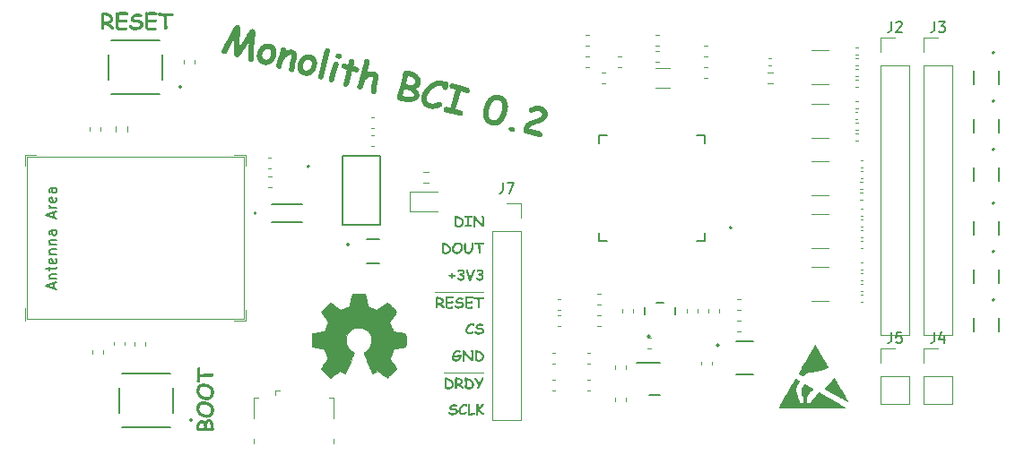
<source format=gbr>
%TF.GenerationSoftware,KiCad,Pcbnew,7.0.2-0*%
%TF.CreationDate,2023-12-31T20:51:00-05:00*%
%TF.ProjectId,Monolith,4d6f6e6f-6c69-4746-982e-6b696361645f,rev?*%
%TF.SameCoordinates,Original*%
%TF.FileFunction,Legend,Top*%
%TF.FilePolarity,Positive*%
%FSLAX46Y46*%
G04 Gerber Fmt 4.6, Leading zero omitted, Abs format (unit mm)*
G04 Created by KiCad (PCBNEW 7.0.2-0) date 2023-12-31 20:51:00*
%MOMM*%
%LPD*%
G01*
G04 APERTURE LIST*
%ADD10C,0.250000*%
%ADD11C,0.300000*%
%ADD12C,0.150000*%
%ADD13C,0.120000*%
%ADD14C,0.127000*%
%ADD15C,0.200000*%
%ADD16C,0.100000*%
%ADD17C,0.010000*%
G04 APERTURE END LIST*
D10*
G36*
X214183038Y-142550566D02*
G01*
X214193006Y-142553207D01*
X214205119Y-142557168D01*
X214215611Y-142561006D01*
X214227310Y-142565586D01*
X214240215Y-142570909D01*
X214249489Y-142574870D01*
X214259298Y-142579162D01*
X214269644Y-142583783D01*
X214280527Y-142588735D01*
X214286169Y-142591335D01*
X214299142Y-142597451D01*
X214311440Y-142603222D01*
X214323063Y-142608648D01*
X214334010Y-142613729D01*
X214344281Y-142618464D01*
X214353877Y-142622853D01*
X214362798Y-142626898D01*
X214374912Y-142632317D01*
X214385507Y-142636958D01*
X214394582Y-142640823D01*
X214404317Y-142644767D01*
X214412687Y-142647755D01*
X214425207Y-142651854D01*
X214437613Y-142656091D01*
X214449903Y-142660467D01*
X214462077Y-142664981D01*
X214474136Y-142669634D01*
X214486080Y-142674425D01*
X214497908Y-142679354D01*
X214509620Y-142684422D01*
X214521218Y-142689628D01*
X214532699Y-142694972D01*
X214544066Y-142700454D01*
X214555317Y-142706075D01*
X214566452Y-142711835D01*
X214577472Y-142717732D01*
X214588377Y-142723768D01*
X214599166Y-142729942D01*
X214609840Y-142736255D01*
X214620398Y-142742706D01*
X214630841Y-142749295D01*
X214641168Y-142756023D01*
X214651380Y-142762889D01*
X214661477Y-142769893D01*
X214671458Y-142777036D01*
X214681323Y-142784317D01*
X214691073Y-142791736D01*
X214700708Y-142799294D01*
X214710227Y-142806990D01*
X214719631Y-142814824D01*
X214728919Y-142822797D01*
X214738092Y-142830908D01*
X214747150Y-142839158D01*
X214756092Y-142847545D01*
X214766536Y-142857654D01*
X214776647Y-142867828D01*
X214786428Y-142878069D01*
X214795877Y-142888376D01*
X214804994Y-142898749D01*
X214813780Y-142909189D01*
X214822234Y-142919695D01*
X214830357Y-142930267D01*
X214838148Y-142940906D01*
X214845608Y-142951611D01*
X214852736Y-142962382D01*
X214859533Y-142973220D01*
X214865998Y-142984124D01*
X214872131Y-142995094D01*
X214877933Y-143006130D01*
X214883404Y-143017233D01*
X214888542Y-143028402D01*
X214893350Y-143039638D01*
X214897826Y-143050939D01*
X214901970Y-143062307D01*
X214905783Y-143073742D01*
X214909264Y-143085242D01*
X214912413Y-143096809D01*
X214915231Y-143108443D01*
X214917718Y-143120142D01*
X214919873Y-143131908D01*
X214921697Y-143143740D01*
X214923188Y-143155639D01*
X214924349Y-143167603D01*
X214925178Y-143179635D01*
X214925675Y-143191732D01*
X214925841Y-143203896D01*
X214925613Y-143218566D01*
X214924929Y-143233144D01*
X214923789Y-143247630D01*
X214922192Y-143262026D01*
X214920140Y-143276329D01*
X214917632Y-143290541D01*
X214914668Y-143304661D01*
X214911247Y-143318690D01*
X214907371Y-143332627D01*
X214903038Y-143346472D01*
X214898250Y-143360226D01*
X214893005Y-143373889D01*
X214887305Y-143387459D01*
X214881148Y-143400939D01*
X214874535Y-143414326D01*
X214867467Y-143427622D01*
X214860000Y-143440979D01*
X214852194Y-143454000D01*
X214844048Y-143466686D01*
X214835562Y-143479035D01*
X214826737Y-143491049D01*
X214817572Y-143502727D01*
X214808068Y-143514069D01*
X214798224Y-143525075D01*
X214788040Y-143535745D01*
X214777517Y-143546080D01*
X214766654Y-143556079D01*
X214755451Y-143565741D01*
X214743908Y-143575069D01*
X214732026Y-143584060D01*
X214719805Y-143592715D01*
X214707243Y-143601035D01*
X214692624Y-143609937D01*
X214677282Y-143618265D01*
X214661216Y-143626019D01*
X214644427Y-143633198D01*
X214626915Y-143639803D01*
X214608680Y-143645834D01*
X214599291Y-143648634D01*
X214589722Y-143651290D01*
X214579971Y-143653803D01*
X214570040Y-143656172D01*
X214559928Y-143658398D01*
X214549635Y-143660480D01*
X214539162Y-143662418D01*
X214528507Y-143664213D01*
X214517672Y-143665865D01*
X214506656Y-143667372D01*
X214495459Y-143668736D01*
X214484082Y-143669957D01*
X214472523Y-143671034D01*
X214460784Y-143671967D01*
X214448864Y-143672757D01*
X214436764Y-143673403D01*
X214424482Y-143673906D01*
X214412020Y-143674264D01*
X214399376Y-143674480D01*
X214386553Y-143674552D01*
X214373741Y-143674330D01*
X214363827Y-143673874D01*
X214353651Y-143673168D01*
X214343214Y-143672214D01*
X214332514Y-143671010D01*
X214321552Y-143669558D01*
X214310329Y-143667856D01*
X214298843Y-143665905D01*
X214287096Y-143663706D01*
X214275087Y-143661257D01*
X214271026Y-143660386D01*
X214261295Y-143658115D01*
X214247189Y-143654551D01*
X214233672Y-143650799D01*
X214220742Y-143646858D01*
X214208401Y-143642728D01*
X214196648Y-143638408D01*
X214185483Y-143633901D01*
X214174907Y-143629204D01*
X214164918Y-143624318D01*
X214155518Y-143619243D01*
X214146706Y-143613979D01*
X214136772Y-143613388D01*
X214124924Y-143611500D01*
X214113708Y-143608336D01*
X214103123Y-143603896D01*
X214093171Y-143598180D01*
X214083851Y-143591188D01*
X214078562Y-143586380D01*
X214070682Y-143577716D01*
X214064137Y-143568515D01*
X214058927Y-143558777D01*
X214055054Y-143548503D01*
X214052516Y-143537692D01*
X214051314Y-143526345D01*
X214051207Y-143521656D01*
X214051265Y-143508282D01*
X214051439Y-143493715D01*
X214051619Y-143483340D01*
X214051851Y-143472435D01*
X214052134Y-143460999D01*
X214052469Y-143449033D01*
X214052856Y-143436537D01*
X214053294Y-143423510D01*
X214053783Y-143409953D01*
X214054324Y-143395865D01*
X214054917Y-143381247D01*
X214055561Y-143366098D01*
X214056256Y-143350419D01*
X214057003Y-143334209D01*
X214057802Y-143317469D01*
X214058600Y-143300729D01*
X214059347Y-143284523D01*
X214060043Y-143268848D01*
X214060687Y-143253706D01*
X214061279Y-143239096D01*
X214061820Y-143225019D01*
X214062310Y-143211474D01*
X214062748Y-143198461D01*
X214063134Y-143185981D01*
X214063469Y-143174033D01*
X214063752Y-143162618D01*
X214063984Y-143151735D01*
X214064164Y-143141384D01*
X214064293Y-143131565D01*
X214064390Y-143117836D01*
X214064396Y-143113526D01*
X214064368Y-143098712D01*
X214064319Y-143088099D01*
X214064244Y-143076896D01*
X214064145Y-143065104D01*
X214064021Y-143052722D01*
X214063872Y-143039750D01*
X214063699Y-143026189D01*
X214063500Y-143012038D01*
X214063277Y-142997297D01*
X214063029Y-142981967D01*
X214062756Y-142966048D01*
X214062458Y-142949538D01*
X214062136Y-142932440D01*
X214061789Y-142914751D01*
X214061416Y-142896473D01*
X214061221Y-142887113D01*
X214060837Y-142868540D01*
X214060477Y-142850556D01*
X214060142Y-142833163D01*
X214059832Y-142816359D01*
X214059547Y-142800144D01*
X214059286Y-142784519D01*
X214059271Y-142783554D01*
X214247090Y-142783554D01*
X214247090Y-143453268D01*
X214255677Y-143458331D01*
X214264645Y-143462990D01*
X214273995Y-143467242D01*
X214283726Y-143471090D01*
X214293839Y-143474532D01*
X214304334Y-143477568D01*
X214308639Y-143478669D01*
X214319668Y-143481061D01*
X214331079Y-143483048D01*
X214342871Y-143484629D01*
X214355045Y-143485805D01*
X214365059Y-143486454D01*
X214375317Y-143486843D01*
X214385820Y-143486973D01*
X214404025Y-143486815D01*
X214421579Y-143486340D01*
X214438479Y-143485548D01*
X214454727Y-143484439D01*
X214470322Y-143483014D01*
X214485265Y-143481272D01*
X214499555Y-143479213D01*
X214513192Y-143476837D01*
X214526177Y-143474145D01*
X214538510Y-143471136D01*
X214550190Y-143467810D01*
X214561217Y-143464167D01*
X214571591Y-143460208D01*
X214581313Y-143455931D01*
X214590383Y-143451339D01*
X214598800Y-143446429D01*
X214610027Y-143438951D01*
X214620813Y-143430987D01*
X214631156Y-143422539D01*
X214641057Y-143413605D01*
X214650516Y-143404186D01*
X214659533Y-143394282D01*
X214668108Y-143383893D01*
X214676240Y-143373019D01*
X214683930Y-143361659D01*
X214691178Y-143349815D01*
X214695764Y-143341649D01*
X214702224Y-143329147D01*
X214708049Y-143316556D01*
X214713238Y-143303874D01*
X214717792Y-143291102D01*
X214721710Y-143278240D01*
X214724993Y-143265287D01*
X214727641Y-143252245D01*
X214729653Y-143239112D01*
X214731029Y-143225890D01*
X214731771Y-143212577D01*
X214731912Y-143203651D01*
X214731718Y-143193209D01*
X214731134Y-143182855D01*
X214730162Y-143172589D01*
X214728802Y-143162413D01*
X214727052Y-143152325D01*
X214724914Y-143142326D01*
X214722387Y-143132415D01*
X214719471Y-143122593D01*
X214716166Y-143112860D01*
X214712473Y-143103216D01*
X214708390Y-143093661D01*
X214703919Y-143084194D01*
X214699060Y-143074816D01*
X214693811Y-143065526D01*
X214688174Y-143056326D01*
X214682147Y-143047214D01*
X214675733Y-143038191D01*
X214668929Y-143029256D01*
X214661736Y-143020411D01*
X214654155Y-143011654D01*
X214646185Y-143002985D01*
X214637826Y-142994406D01*
X214629078Y-142985915D01*
X214619942Y-142977513D01*
X214610417Y-142969200D01*
X214600503Y-142960975D01*
X214590200Y-142952839D01*
X214579508Y-142944792D01*
X214568428Y-142936834D01*
X214556959Y-142928964D01*
X214545101Y-142921183D01*
X214532854Y-142913491D01*
X214523924Y-142908146D01*
X214513803Y-142902431D01*
X214502492Y-142896346D01*
X214489989Y-142889891D01*
X214476297Y-142883066D01*
X214461413Y-142875870D01*
X214445339Y-142868304D01*
X214428074Y-142860368D01*
X214418995Y-142856261D01*
X214409618Y-142852062D01*
X214399944Y-142847770D01*
X214389972Y-142843386D01*
X214379702Y-142838909D01*
X214369135Y-142834339D01*
X214358270Y-142829677D01*
X214347107Y-142824922D01*
X214335647Y-142820075D01*
X214323889Y-142815136D01*
X214311833Y-142810103D01*
X214299480Y-142804978D01*
X214286829Y-142799761D01*
X214273880Y-142794451D01*
X214260634Y-142789049D01*
X214247090Y-142783554D01*
X214059271Y-142783554D01*
X214059051Y-142769484D01*
X214058840Y-142755038D01*
X214058654Y-142741182D01*
X214058492Y-142727916D01*
X214058356Y-142715239D01*
X214058244Y-142703152D01*
X214058158Y-142691655D01*
X214058096Y-142680747D01*
X214058058Y-142670428D01*
X214058046Y-142660700D01*
X214058934Y-142648963D01*
X214061600Y-142637263D01*
X214065012Y-142627928D01*
X214069561Y-142618616D01*
X214075247Y-142609328D01*
X214082070Y-142600062D01*
X214090031Y-142590818D01*
X214094438Y-142586206D01*
X214103612Y-142577504D01*
X214112940Y-142569963D01*
X214122419Y-142563583D01*
X214132052Y-142558362D01*
X214141836Y-142554301D01*
X214151774Y-142551401D01*
X214161864Y-142549661D01*
X214172107Y-142549081D01*
X214183038Y-142550566D01*
G37*
G36*
X215620712Y-142783554D02*
G01*
X215609797Y-142783310D01*
X215599067Y-142782806D01*
X215586155Y-142782027D01*
X215576336Y-142781356D01*
X215565547Y-142780562D01*
X215553789Y-142779646D01*
X215541062Y-142778608D01*
X215527365Y-142777448D01*
X215512699Y-142776165D01*
X215497064Y-142774761D01*
X215480459Y-142773235D01*
X215462885Y-142771586D01*
X215444342Y-142769815D01*
X215424829Y-142767922D01*
X215423675Y-142784343D01*
X215422596Y-142801425D01*
X215421592Y-142819170D01*
X215420662Y-142837577D01*
X215419806Y-142856646D01*
X215419406Y-142866429D01*
X215419024Y-142876377D01*
X215418662Y-142886491D01*
X215418317Y-142896771D01*
X215417992Y-142907216D01*
X215417685Y-142917826D01*
X215417396Y-142928602D01*
X215417127Y-142939544D01*
X215416876Y-142950651D01*
X215416643Y-142961924D01*
X215416429Y-142973362D01*
X215416234Y-142984965D01*
X215416057Y-142996735D01*
X215415899Y-143008669D01*
X215415759Y-143020770D01*
X215415638Y-143033035D01*
X215415536Y-143045467D01*
X215415452Y-143058064D01*
X215415387Y-143070826D01*
X215415341Y-143083754D01*
X215415313Y-143096847D01*
X215415303Y-143110106D01*
X215414571Y-143424447D01*
X215426002Y-143424210D01*
X215437461Y-143423989D01*
X215448946Y-143423783D01*
X215460458Y-143423592D01*
X215471996Y-143423417D01*
X215483562Y-143423256D01*
X215495154Y-143423111D01*
X215506772Y-143422982D01*
X215518418Y-143422867D01*
X215530090Y-143422768D01*
X215541789Y-143422684D01*
X215553514Y-143422615D01*
X215565267Y-143422562D01*
X215577046Y-143422524D01*
X215588851Y-143422501D01*
X215600684Y-143422493D01*
X215610782Y-143422932D01*
X215622782Y-143424715D01*
X215634090Y-143427869D01*
X215644706Y-143432395D01*
X215654631Y-143438293D01*
X215663864Y-143445561D01*
X215669072Y-143450581D01*
X215676882Y-143459556D01*
X215683369Y-143469080D01*
X215688531Y-143479153D01*
X215692370Y-143489774D01*
X215694885Y-143500944D01*
X215696077Y-143512663D01*
X215696183Y-143517504D01*
X215695521Y-143529506D01*
X215693535Y-143540936D01*
X215690226Y-143551793D01*
X215685592Y-143562078D01*
X215679635Y-143571790D01*
X215672355Y-143580930D01*
X215669072Y-143584426D01*
X215660254Y-143592377D01*
X215650744Y-143598980D01*
X215640543Y-143604236D01*
X215629649Y-143608144D01*
X215618065Y-143610705D01*
X215608299Y-143611783D01*
X215600684Y-143612026D01*
X215590437Y-143612041D01*
X215578992Y-143612087D01*
X215566349Y-143612163D01*
X215556080Y-143612240D01*
X215545137Y-143612335D01*
X215533520Y-143612446D01*
X215521228Y-143612575D01*
X215508263Y-143612721D01*
X215494624Y-143612884D01*
X215485157Y-143613002D01*
X215471070Y-143613177D01*
X215457662Y-143613334D01*
X215444933Y-143613475D01*
X215432881Y-143613598D01*
X215421508Y-143613704D01*
X215410814Y-143613792D01*
X215400797Y-143613864D01*
X215388497Y-143613933D01*
X215377403Y-143613971D01*
X215369874Y-143613979D01*
X215357811Y-143614086D01*
X215347837Y-143614307D01*
X215337068Y-143614647D01*
X215325506Y-143615108D01*
X215313149Y-143615689D01*
X215299998Y-143616390D01*
X215286052Y-143617212D01*
X215271312Y-143618154D01*
X215261045Y-143618848D01*
X215250424Y-143619596D01*
X215239450Y-143620397D01*
X215233831Y-143620818D01*
X215222681Y-143621646D01*
X215211883Y-143622421D01*
X215201439Y-143623142D01*
X215191348Y-143623810D01*
X215176873Y-143624712D01*
X215163192Y-143625493D01*
X215150306Y-143626154D01*
X215138214Y-143626695D01*
X215126916Y-143627116D01*
X215116412Y-143627417D01*
X215103643Y-143627630D01*
X215097788Y-143627657D01*
X215087690Y-143627195D01*
X215075690Y-143625319D01*
X215064382Y-143622000D01*
X215053765Y-143617238D01*
X215043841Y-143611033D01*
X215034608Y-143603385D01*
X215029400Y-143598104D01*
X215023046Y-143590467D01*
X215016294Y-143580396D01*
X215010867Y-143569740D01*
X215006763Y-143558500D01*
X215003983Y-143546675D01*
X215002712Y-143536795D01*
X215002289Y-143526541D01*
X215002712Y-143516225D01*
X215003983Y-143506284D01*
X215006101Y-143496716D01*
X215009940Y-143485283D01*
X215015103Y-143474434D01*
X215021589Y-143464169D01*
X215027732Y-143456378D01*
X215029400Y-143454489D01*
X215036399Y-143447448D01*
X215045770Y-143439967D01*
X215055833Y-143433952D01*
X215066588Y-143429405D01*
X215078035Y-143426325D01*
X215090173Y-143424711D01*
X215097788Y-143424447D01*
X215109969Y-143424447D01*
X215123067Y-143424447D01*
X215133491Y-143424447D01*
X215144430Y-143424447D01*
X215155885Y-143424447D01*
X215167855Y-143424447D01*
X215180340Y-143424447D01*
X215193340Y-143424447D01*
X215206856Y-143424447D01*
X215220886Y-143424447D01*
X215220709Y-143413894D01*
X215220543Y-143402202D01*
X215220388Y-143389370D01*
X215220245Y-143375400D01*
X215220113Y-143360290D01*
X215219993Y-143344041D01*
X215219884Y-143326653D01*
X215219787Y-143308126D01*
X215219701Y-143288460D01*
X215219663Y-143278200D01*
X215219627Y-143267655D01*
X215219594Y-143256825D01*
X215219564Y-143245710D01*
X215219537Y-143234310D01*
X215219512Y-143222626D01*
X215219491Y-143210657D01*
X215219472Y-143198403D01*
X215219456Y-143185864D01*
X215219444Y-143173041D01*
X215219434Y-143159933D01*
X215219426Y-143146540D01*
X215219422Y-143132862D01*
X215219421Y-143118899D01*
X215219434Y-143107421D01*
X215219474Y-143095976D01*
X215219541Y-143084563D01*
X215219634Y-143073184D01*
X215219755Y-143061837D01*
X215219902Y-143050524D01*
X215220075Y-143039243D01*
X215220276Y-143027995D01*
X215220503Y-143016780D01*
X215220756Y-143005598D01*
X215221037Y-142994449D01*
X215221344Y-142983333D01*
X215221678Y-142972250D01*
X215222039Y-142961199D01*
X215222426Y-142950182D01*
X215222840Y-142939198D01*
X215223281Y-142928246D01*
X215223748Y-142917327D01*
X215224243Y-142906442D01*
X215224763Y-142895589D01*
X215225311Y-142884769D01*
X215225885Y-142873982D01*
X215226487Y-142863228D01*
X215227114Y-142852507D01*
X215227769Y-142841818D01*
X215228450Y-142831163D01*
X215229158Y-142820541D01*
X215229893Y-142809951D01*
X215230654Y-142799394D01*
X215231442Y-142788871D01*
X215232257Y-142778380D01*
X215233098Y-142767922D01*
X215084110Y-142767922D01*
X215074001Y-142767514D01*
X215061954Y-142765855D01*
X215050564Y-142762920D01*
X215039829Y-142758709D01*
X215029751Y-142753222D01*
X215020328Y-142746459D01*
X215014989Y-142741788D01*
X215006968Y-142733241D01*
X215000306Y-142724085D01*
X214995004Y-142714322D01*
X214991061Y-142703950D01*
X214988478Y-142692969D01*
X214987254Y-142681381D01*
X214987146Y-142676575D01*
X214987820Y-142664498D01*
X214989841Y-142653148D01*
X214993210Y-142642526D01*
X214997927Y-142632631D01*
X215003991Y-142623463D01*
X215011403Y-142615023D01*
X215014745Y-142611851D01*
X215022969Y-142605224D01*
X215031766Y-142599539D01*
X215041135Y-142594796D01*
X215051076Y-142590995D01*
X215061590Y-142588136D01*
X215072677Y-142586220D01*
X215077271Y-142585717D01*
X215089369Y-142584757D01*
X215103037Y-142583891D01*
X215113022Y-142583366D01*
X215123706Y-142582883D01*
X215135088Y-142582443D01*
X215147169Y-142582044D01*
X215159948Y-142581687D01*
X215173425Y-142581372D01*
X215187600Y-142581099D01*
X215202474Y-142580868D01*
X215218047Y-142580680D01*
X215234318Y-142580533D01*
X215251287Y-142580428D01*
X215268954Y-142580365D01*
X215287320Y-142580344D01*
X215304475Y-142580405D01*
X215322235Y-142580588D01*
X215340600Y-142580893D01*
X215359570Y-142581321D01*
X215379145Y-142581870D01*
X215389159Y-142582191D01*
X215399325Y-142582542D01*
X215409641Y-142582924D01*
X215420109Y-142583336D01*
X215430728Y-142583778D01*
X215441498Y-142584252D01*
X215452420Y-142584755D01*
X215463493Y-142585290D01*
X215474717Y-142585854D01*
X215486092Y-142586450D01*
X215497618Y-142587076D01*
X215509296Y-142587732D01*
X215521125Y-142588419D01*
X215533105Y-142589136D01*
X215545236Y-142589884D01*
X215557519Y-142590663D01*
X215569952Y-142591472D01*
X215582537Y-142592312D01*
X215595273Y-142593182D01*
X215608161Y-142594082D01*
X215621199Y-142595014D01*
X215634389Y-142595975D01*
X215644623Y-142597724D01*
X215654196Y-142600040D01*
X215667318Y-142604576D01*
X215678954Y-142610387D01*
X215689105Y-142617473D01*
X215697770Y-142625834D01*
X215704950Y-142635470D01*
X215710645Y-142646382D01*
X215714853Y-142658568D01*
X215717577Y-142672030D01*
X215718815Y-142686767D01*
X215718897Y-142691963D01*
X215718359Y-142702782D01*
X215716745Y-142713013D01*
X215714054Y-142722657D01*
X215710288Y-142731713D01*
X215704066Y-142742207D01*
X215697878Y-142749941D01*
X215690614Y-142757087D01*
X215684459Y-142762060D01*
X215675497Y-142768252D01*
X215666165Y-142773395D01*
X215656463Y-142777488D01*
X215646392Y-142780531D01*
X215635950Y-142782525D01*
X215625140Y-142783470D01*
X215620712Y-142783554D01*
G37*
G36*
X216814082Y-143444475D02*
G01*
X216813796Y-143456291D01*
X216813155Y-143467152D01*
X216812147Y-143479265D01*
X216811151Y-143489171D01*
X216809949Y-143499782D01*
X216808541Y-143511096D01*
X216806927Y-143523114D01*
X216805106Y-143535837D01*
X216803080Y-143549264D01*
X216802359Y-143553896D01*
X216800365Y-143564721D01*
X216797802Y-143574847D01*
X216794671Y-143584275D01*
X216788908Y-143597108D01*
X216781865Y-143608369D01*
X216773543Y-143618060D01*
X216763942Y-143626178D01*
X216753061Y-143632726D01*
X216740901Y-143637702D01*
X216727461Y-143641106D01*
X216717791Y-143642503D01*
X216707552Y-143643201D01*
X216702219Y-143643289D01*
X216689999Y-143642441D01*
X216677398Y-143639900D01*
X216667696Y-143636882D01*
X216657780Y-143632910D01*
X216647649Y-143627986D01*
X216637304Y-143622108D01*
X216626744Y-143615277D01*
X216615969Y-143607494D01*
X216604979Y-143598757D01*
X216597534Y-143592403D01*
X216593775Y-143589067D01*
X216577177Y-143573966D01*
X216560446Y-143558491D01*
X216543582Y-143542641D01*
X216526585Y-143526418D01*
X216509457Y-143509821D01*
X216492195Y-143492850D01*
X216474801Y-143475505D01*
X216457274Y-143457786D01*
X216439615Y-143439693D01*
X216421822Y-143421226D01*
X216403898Y-143402385D01*
X216385841Y-143383170D01*
X216367651Y-143363581D01*
X216349328Y-143343618D01*
X216330873Y-143323281D01*
X216312285Y-143302570D01*
X216293565Y-143281485D01*
X216274712Y-143260026D01*
X216255726Y-143238193D01*
X216236608Y-143215986D01*
X216217357Y-143193405D01*
X216197974Y-143170450D01*
X216178458Y-143147121D01*
X216158809Y-143123418D01*
X216139028Y-143099341D01*
X216119114Y-143074890D01*
X216099067Y-143050065D01*
X216078888Y-143024866D01*
X216058577Y-142999293D01*
X216038132Y-142973346D01*
X216017555Y-142947025D01*
X215996846Y-142920330D01*
X215996590Y-142931444D01*
X215996343Y-142942287D01*
X215996104Y-142952857D01*
X215995872Y-142963156D01*
X215995649Y-142973183D01*
X215995228Y-142992421D01*
X215994839Y-143010571D01*
X215994482Y-143027634D01*
X215994157Y-143043609D01*
X215993865Y-143058496D01*
X215993606Y-143072296D01*
X215993379Y-143085008D01*
X215993184Y-143096633D01*
X215993022Y-143107169D01*
X215992839Y-143120935D01*
X215992730Y-143132254D01*
X215992694Y-143141125D01*
X215992715Y-143151869D01*
X215992779Y-143163582D01*
X215992887Y-143176266D01*
X215993037Y-143189920D01*
X215993230Y-143204545D01*
X215993383Y-143214834D01*
X215993555Y-143225554D01*
X215993745Y-143236705D01*
X215993955Y-143248287D01*
X215994184Y-143260301D01*
X215994432Y-143272746D01*
X215994699Y-143285622D01*
X215994986Y-143298930D01*
X215995136Y-143305745D01*
X215995432Y-143319268D01*
X215995708Y-143332360D01*
X215995966Y-143345020D01*
X215996205Y-143357250D01*
X215996424Y-143369048D01*
X215996624Y-143380415D01*
X215996806Y-143391350D01*
X215996968Y-143401855D01*
X215997111Y-143411928D01*
X215997290Y-143426229D01*
X215997426Y-143439560D01*
X215997519Y-143451920D01*
X215997569Y-143463310D01*
X215997578Y-143470365D01*
X215997482Y-143482927D01*
X215997192Y-143495090D01*
X215996709Y-143506855D01*
X215996033Y-143518221D01*
X215995163Y-143529188D01*
X215994101Y-143539756D01*
X215992845Y-143549926D01*
X215991396Y-143559696D01*
X215987918Y-143578041D01*
X215983668Y-143594791D01*
X215978645Y-143609946D01*
X215972849Y-143623505D01*
X215966280Y-143635469D01*
X215958938Y-143645838D01*
X215950824Y-143654612D01*
X215941937Y-143661790D01*
X215932277Y-143667373D01*
X215921844Y-143671361D01*
X215910638Y-143673754D01*
X215898660Y-143674552D01*
X215886452Y-143674067D01*
X215874862Y-143672613D01*
X215863890Y-143670190D01*
X215853536Y-143666797D01*
X215843801Y-143662435D01*
X215834684Y-143657104D01*
X215826185Y-143650803D01*
X215818304Y-143643533D01*
X215810564Y-143634622D01*
X215804136Y-143625138D01*
X215799020Y-143615082D01*
X215795216Y-143604454D01*
X215792723Y-143593253D01*
X215791542Y-143581480D01*
X215791437Y-143576610D01*
X215791592Y-143565190D01*
X215791957Y-143554178D01*
X215792403Y-143544389D01*
X215792987Y-143533730D01*
X215793709Y-143522201D01*
X215794567Y-143509802D01*
X215795301Y-143499931D01*
X215795834Y-143493079D01*
X215796663Y-143482839D01*
X215797411Y-143473092D01*
X215798281Y-143460865D01*
X215799006Y-143449515D01*
X215799586Y-143439043D01*
X215800107Y-143427188D01*
X215800402Y-143416704D01*
X215800474Y-143409304D01*
X215800516Y-143398527D01*
X215800642Y-143386467D01*
X215800792Y-143376581D01*
X215800989Y-143365974D01*
X215801233Y-143354645D01*
X215801524Y-143342595D01*
X215801862Y-143329824D01*
X215802248Y-143316331D01*
X215802681Y-143302118D01*
X215802996Y-143292241D01*
X215803161Y-143287183D01*
X215803486Y-143277146D01*
X215803935Y-143262691D01*
X215804336Y-143248959D01*
X215804691Y-143235947D01*
X215804998Y-143223656D01*
X215805257Y-143212087D01*
X215805470Y-143201240D01*
X215805635Y-143191113D01*
X215805782Y-143178733D01*
X215805845Y-143167635D01*
X215805848Y-143165061D01*
X215805813Y-143153502D01*
X215805710Y-143140560D01*
X215805588Y-143129948D01*
X215805427Y-143118559D01*
X215805227Y-143106392D01*
X215804989Y-143093448D01*
X215804712Y-143079728D01*
X215804397Y-143065230D01*
X215804165Y-143055133D01*
X215803916Y-143044690D01*
X215803650Y-143033903D01*
X215803413Y-143023114D01*
X215803192Y-143012669D01*
X215802986Y-143002567D01*
X215802705Y-142988058D01*
X215802459Y-142974323D01*
X215802247Y-142961360D01*
X215802070Y-142949169D01*
X215801926Y-142937752D01*
X215801818Y-142927107D01*
X215801743Y-142917236D01*
X215801698Y-142905275D01*
X215801696Y-142902500D01*
X215801566Y-142891543D01*
X215801177Y-142879312D01*
X215800714Y-142869302D01*
X215800106Y-142858575D01*
X215799352Y-142847132D01*
X215798452Y-142834971D01*
X215797406Y-142822093D01*
X215796214Y-142808498D01*
X215794875Y-142794186D01*
X215793902Y-142784247D01*
X215793391Y-142779157D01*
X215792386Y-142769028D01*
X215791445Y-142759217D01*
X215790156Y-142745099D01*
X215789012Y-142731697D01*
X215788015Y-142719012D01*
X215787163Y-142707045D01*
X215786458Y-142695794D01*
X215785898Y-142685260D01*
X215785484Y-142675444D01*
X215785160Y-142663470D01*
X215785087Y-142655326D01*
X215785640Y-142645144D01*
X215787301Y-142635237D01*
X215790067Y-142625605D01*
X215793941Y-142616247D01*
X215798921Y-142607165D01*
X215805008Y-142598357D01*
X215812202Y-142589823D01*
X215820502Y-142581565D01*
X215829509Y-142573951D01*
X215838821Y-142567353D01*
X215848438Y-142561770D01*
X215858360Y-142557202D01*
X215868588Y-142553649D01*
X215879121Y-142551111D01*
X215889959Y-142549588D01*
X215901102Y-142549081D01*
X215914032Y-142550454D01*
X215923950Y-142553288D01*
X215934056Y-142557667D01*
X215944352Y-142563592D01*
X215954836Y-142571062D01*
X215965509Y-142580078D01*
X215972730Y-142586948D01*
X215980034Y-142594504D01*
X215987422Y-142602747D01*
X215994895Y-142611677D01*
X216002451Y-142621294D01*
X216010091Y-142631598D01*
X216013943Y-142637008D01*
X216033428Y-142664691D01*
X216052897Y-142692053D01*
X216072351Y-142719094D01*
X216091787Y-142745814D01*
X216111208Y-142772213D01*
X216130612Y-142798291D01*
X216150001Y-142824048D01*
X216169373Y-142849484D01*
X216188728Y-142874599D01*
X216208068Y-142899393D01*
X216227391Y-142923865D01*
X216246698Y-142948017D01*
X216265989Y-142971848D01*
X216285264Y-142995357D01*
X216304522Y-143018546D01*
X216323765Y-143041413D01*
X216342991Y-143063960D01*
X216362201Y-143086185D01*
X216381394Y-143108089D01*
X216400571Y-143129673D01*
X216419733Y-143150935D01*
X216438877Y-143171876D01*
X216458006Y-143192496D01*
X216477119Y-143212795D01*
X216496215Y-143232773D01*
X216515295Y-143252430D01*
X216534359Y-143271766D01*
X216553406Y-143290781D01*
X216572438Y-143309475D01*
X216591453Y-143327848D01*
X216610452Y-143345900D01*
X216629435Y-143363631D01*
X216629684Y-143353149D01*
X216629852Y-143341135D01*
X216629961Y-143329377D01*
X216630027Y-143319306D01*
X216630081Y-143308162D01*
X216630122Y-143295945D01*
X216630149Y-143282654D01*
X216630164Y-143268290D01*
X216630167Y-143258118D01*
X216630161Y-143236934D01*
X216630141Y-143216185D01*
X216630107Y-143195872D01*
X216630060Y-143175995D01*
X216630000Y-143156553D01*
X216629927Y-143137547D01*
X216629840Y-143118976D01*
X216629740Y-143100840D01*
X216629626Y-143083141D01*
X216629499Y-143065877D01*
X216629359Y-143049048D01*
X216629206Y-143032655D01*
X216629039Y-143016697D01*
X216628858Y-143001175D01*
X216628665Y-142986089D01*
X216628458Y-142971438D01*
X216628237Y-142957222D01*
X216628004Y-142943442D01*
X216627756Y-142930098D01*
X216627496Y-142917189D01*
X216627222Y-142904716D01*
X216626935Y-142892678D01*
X216626634Y-142881076D01*
X216626321Y-142869909D01*
X216625993Y-142859178D01*
X216625653Y-142848882D01*
X216625299Y-142839022D01*
X216624551Y-142820608D01*
X216623749Y-142803937D01*
X216623329Y-142796254D01*
X216622395Y-142785821D01*
X216621130Y-142774217D01*
X216619748Y-142762672D01*
X216618427Y-142752208D01*
X216616916Y-142740652D01*
X216615214Y-142728005D01*
X216614292Y-142721272D01*
X216612689Y-142709445D01*
X216611300Y-142698267D01*
X216610124Y-142687738D01*
X216609162Y-142677858D01*
X216608261Y-142666420D01*
X216607693Y-142655995D01*
X216607453Y-142644824D01*
X216607844Y-142633230D01*
X216609017Y-142622384D01*
X216610973Y-142612286D01*
X216615374Y-142598542D01*
X216621535Y-142586480D01*
X216629456Y-142576102D01*
X216639138Y-142567406D01*
X216650579Y-142560394D01*
X216663781Y-142555065D01*
X216673561Y-142552447D01*
X216684122Y-142550577D01*
X216695466Y-142549455D01*
X216707592Y-142549081D01*
X216721168Y-142550441D01*
X216733868Y-142554523D01*
X216745691Y-142561325D01*
X216756639Y-142570849D01*
X216766712Y-142583093D01*
X216775908Y-142598059D01*
X216784228Y-142615746D01*
X216788060Y-142625609D01*
X216791673Y-142636153D01*
X216795067Y-142647377D01*
X216798242Y-142659282D01*
X216801198Y-142671867D01*
X216803935Y-142685132D01*
X216806453Y-142699077D01*
X216808752Y-142713702D01*
X216810832Y-142729008D01*
X216812693Y-142744994D01*
X216814335Y-142761660D01*
X216815759Y-142779007D01*
X216816963Y-142797033D01*
X216817948Y-142815740D01*
X216818714Y-142835128D01*
X216819262Y-142855195D01*
X216819590Y-142875943D01*
X216819700Y-142897371D01*
X216819584Y-142909087D01*
X216819458Y-142919082D01*
X216819286Y-142932023D01*
X216819127Y-142943663D01*
X216818943Y-142956959D01*
X216818805Y-142966744D01*
X216818657Y-142977266D01*
X216818496Y-142988524D01*
X216818325Y-143000518D01*
X216818234Y-143006792D01*
X216817979Y-143028529D01*
X216817732Y-143049746D01*
X216817492Y-143070443D01*
X216817261Y-143090620D01*
X216817038Y-143110278D01*
X216816823Y-143129415D01*
X216816616Y-143148032D01*
X216816418Y-143166130D01*
X216816227Y-143183707D01*
X216816045Y-143200764D01*
X216815870Y-143217302D01*
X216815704Y-143233319D01*
X216815546Y-143248817D01*
X216815396Y-143263794D01*
X216815254Y-143278252D01*
X216815120Y-143292189D01*
X216814995Y-143305607D01*
X216814877Y-143318505D01*
X216814767Y-143330882D01*
X216814666Y-143342740D01*
X216814573Y-143354078D01*
X216814488Y-143364896D01*
X216814411Y-143375193D01*
X216814342Y-143384971D01*
X216814228Y-143402967D01*
X216814147Y-143418883D01*
X216814098Y-143432719D01*
X216814082Y-143444475D01*
G37*
G36*
X214683551Y-155905117D02*
G01*
X214680543Y-155917890D01*
X214677349Y-155930504D01*
X214673969Y-155942958D01*
X214670404Y-155955252D01*
X214666654Y-155967386D01*
X214662717Y-155979360D01*
X214658595Y-155991175D01*
X214654288Y-156002829D01*
X214649795Y-156014324D01*
X214645117Y-156025659D01*
X214640252Y-156036835D01*
X214635203Y-156047850D01*
X214629968Y-156058706D01*
X214624547Y-156069402D01*
X214618940Y-156079938D01*
X214613148Y-156090314D01*
X214607171Y-156100531D01*
X214601008Y-156110587D01*
X214594659Y-156120484D01*
X214588125Y-156130221D01*
X214581405Y-156139798D01*
X214574500Y-156149216D01*
X214567409Y-156158473D01*
X214560132Y-156167571D01*
X214552670Y-156176509D01*
X214545023Y-156185287D01*
X214537190Y-156193906D01*
X214529171Y-156202364D01*
X214520967Y-156210663D01*
X214512577Y-156218802D01*
X214504001Y-156226781D01*
X214495240Y-156234601D01*
X214486231Y-156242249D01*
X214477124Y-156249655D01*
X214467920Y-156256818D01*
X214458619Y-156263738D01*
X214449220Y-156270415D01*
X214439725Y-156276850D01*
X214430131Y-156283041D01*
X214420441Y-156288990D01*
X214410653Y-156294696D01*
X214400768Y-156300160D01*
X214390785Y-156305380D01*
X214380706Y-156310358D01*
X214370528Y-156315093D01*
X214360254Y-156319585D01*
X214349882Y-156323834D01*
X214339413Y-156327840D01*
X214328847Y-156331604D01*
X214318183Y-156335125D01*
X214307422Y-156338403D01*
X214296564Y-156341438D01*
X214285608Y-156344230D01*
X214274555Y-156346780D01*
X214263405Y-156349086D01*
X214252157Y-156351150D01*
X214240813Y-156352971D01*
X214229370Y-156354550D01*
X214217831Y-156355885D01*
X214206194Y-156356978D01*
X214194460Y-156357827D01*
X214182628Y-156358435D01*
X214170700Y-156358799D01*
X214158674Y-156358920D01*
X214147344Y-156358827D01*
X214136194Y-156358549D01*
X214125221Y-156358085D01*
X214114427Y-156357436D01*
X214103812Y-156356601D01*
X214093375Y-156355580D01*
X214083116Y-156354374D01*
X214073036Y-156352982D01*
X214063134Y-156351405D01*
X214053411Y-156349642D01*
X214034499Y-156345559D01*
X214016301Y-156340735D01*
X213998817Y-156335168D01*
X213982046Y-156328858D01*
X213965989Y-156321807D01*
X213950645Y-156314013D01*
X213936016Y-156305477D01*
X213922100Y-156296198D01*
X213908897Y-156286178D01*
X213896408Y-156275415D01*
X213884633Y-156263910D01*
X213873572Y-156251633D01*
X213863224Y-156238615D01*
X213853589Y-156224858D01*
X213844669Y-156210359D01*
X213836462Y-156195121D01*
X213828969Y-156179142D01*
X213822189Y-156162423D01*
X213816123Y-156144963D01*
X213810771Y-156126763D01*
X213806132Y-156107823D01*
X213804080Y-156098075D01*
X213802207Y-156088143D01*
X213800512Y-156078025D01*
X213798995Y-156067722D01*
X213797657Y-156057233D01*
X213796498Y-156046560D01*
X213795516Y-156035702D01*
X213794714Y-156024659D01*
X213794089Y-156013430D01*
X213793643Y-156002016D01*
X213793375Y-155990418D01*
X213793286Y-155978634D01*
X213793371Y-155967802D01*
X213793624Y-155956954D01*
X213794046Y-155946088D01*
X213794637Y-155935205D01*
X213795397Y-155924304D01*
X213796326Y-155913387D01*
X213797424Y-155902452D01*
X213798690Y-155891500D01*
X213800125Y-155880531D01*
X213801730Y-155869545D01*
X213803503Y-155858542D01*
X213805445Y-155847521D01*
X213807556Y-155836484D01*
X213809836Y-155825429D01*
X213812284Y-155814357D01*
X213814902Y-155803268D01*
X213817688Y-155792161D01*
X213820643Y-155781038D01*
X213823767Y-155769897D01*
X213827060Y-155758739D01*
X213830522Y-155747564D01*
X213834153Y-155736372D01*
X213837953Y-155725162D01*
X213841921Y-155713936D01*
X213846058Y-155702692D01*
X213850365Y-155691431D01*
X213854840Y-155680153D01*
X213859484Y-155668858D01*
X213864296Y-155657545D01*
X213869278Y-155646216D01*
X213874429Y-155634869D01*
X213879748Y-155623505D01*
X213885215Y-155612185D01*
X213890779Y-155600999D01*
X213896439Y-155589949D01*
X213902196Y-155579034D01*
X213908048Y-155568253D01*
X213913998Y-155557608D01*
X213920043Y-155547098D01*
X213926185Y-155536722D01*
X213932423Y-155526482D01*
X213938758Y-155516377D01*
X213945189Y-155506406D01*
X213951716Y-155496571D01*
X213958340Y-155486871D01*
X213965060Y-155477306D01*
X213971876Y-155467875D01*
X213978789Y-155458580D01*
X213985798Y-155449420D01*
X213992903Y-155440394D01*
X214000105Y-155431504D01*
X214007403Y-155422749D01*
X214014798Y-155414128D01*
X214022289Y-155405643D01*
X214029876Y-155397293D01*
X214037560Y-155389078D01*
X214045340Y-155380997D01*
X214053216Y-155373052D01*
X214061189Y-155365242D01*
X214069258Y-155357566D01*
X214077423Y-155350026D01*
X214085685Y-155342621D01*
X214094043Y-155335351D01*
X214102498Y-155328215D01*
X214114460Y-155318633D01*
X214126533Y-155309668D01*
X214138716Y-155301322D01*
X214151010Y-155293594D01*
X214163415Y-155286484D01*
X214175931Y-155279993D01*
X214188557Y-155274119D01*
X214201294Y-155268864D01*
X214214141Y-155264228D01*
X214227100Y-155260209D01*
X214240169Y-155256809D01*
X214253348Y-155254027D01*
X214266638Y-155251863D01*
X214280039Y-155250317D01*
X214293551Y-155249390D01*
X214307173Y-155249081D01*
X214320055Y-155249504D01*
X214333786Y-155250772D01*
X214348368Y-155252887D01*
X214358561Y-155254766D01*
X214369132Y-155257022D01*
X214380081Y-155259653D01*
X214391408Y-155262660D01*
X214403112Y-155266043D01*
X214415195Y-155269802D01*
X214427655Y-155273937D01*
X214440493Y-155278448D01*
X214453709Y-155283335D01*
X214467302Y-155288598D01*
X214481274Y-155294236D01*
X214488401Y-155297196D01*
X214504875Y-155304370D01*
X214520286Y-155311603D01*
X214534635Y-155318895D01*
X214547920Y-155326246D01*
X214560143Y-155333656D01*
X214571303Y-155341126D01*
X214581400Y-155348654D01*
X214590434Y-155356242D01*
X214598405Y-155363889D01*
X214605314Y-155371595D01*
X214613683Y-155383265D01*
X214619662Y-155395068D01*
X214623249Y-155407004D01*
X214624445Y-155419074D01*
X214623753Y-155430484D01*
X214621678Y-155441513D01*
X214618219Y-155452161D01*
X214613377Y-155462427D01*
X214607152Y-155472311D01*
X214599543Y-155481814D01*
X214596112Y-155485508D01*
X214588888Y-155492377D01*
X214579289Y-155499676D01*
X214569058Y-155505543D01*
X214558194Y-155509980D01*
X214546699Y-155512985D01*
X214534572Y-155514559D01*
X214526992Y-155514817D01*
X214515536Y-155512947D01*
X214504449Y-155509321D01*
X214493836Y-155505047D01*
X214484859Y-155501040D01*
X214475011Y-155496346D01*
X214464291Y-155490965D01*
X214452700Y-155484897D01*
X214440237Y-155478142D01*
X214435889Y-155475738D01*
X214427143Y-155471006D01*
X214414199Y-155464480D01*
X214401466Y-155458641D01*
X214388943Y-155453489D01*
X214376631Y-155449024D01*
X214364528Y-155445246D01*
X214352637Y-155442155D01*
X214340955Y-155439750D01*
X214329484Y-155438033D01*
X214318223Y-155437003D01*
X214307173Y-155436659D01*
X214295205Y-155437803D01*
X214282472Y-155441236D01*
X214268975Y-155446957D01*
X214259553Y-155452042D01*
X214249791Y-155458144D01*
X214239689Y-155465263D01*
X214229248Y-155473400D01*
X214218467Y-155482553D01*
X214207346Y-155492724D01*
X214195886Y-155503911D01*
X214184086Y-155516116D01*
X214171946Y-155529337D01*
X214159467Y-155543576D01*
X214153100Y-155551076D01*
X214146648Y-155558831D01*
X214140111Y-155566841D01*
X214130689Y-155578702D01*
X214121567Y-155590624D01*
X214112743Y-155602607D01*
X214104219Y-155614651D01*
X214095993Y-155626756D01*
X214088067Y-155638923D01*
X214080440Y-155651150D01*
X214073112Y-155663439D01*
X214066083Y-155675788D01*
X214059353Y-155688199D01*
X214052923Y-155700670D01*
X214046791Y-155713203D01*
X214040959Y-155725797D01*
X214035425Y-155738452D01*
X214030191Y-155751168D01*
X214025256Y-155763945D01*
X214020620Y-155776783D01*
X214016283Y-155789682D01*
X214012245Y-155802642D01*
X214008506Y-155815663D01*
X214005066Y-155828745D01*
X214001926Y-155841889D01*
X213999084Y-155855093D01*
X213996542Y-155868358D01*
X213994299Y-155881685D01*
X213992355Y-155895072D01*
X213990710Y-155908521D01*
X213989364Y-155922031D01*
X213988317Y-155935601D01*
X213987569Y-155949233D01*
X213987120Y-155962926D01*
X213986971Y-155976680D01*
X213987102Y-155990413D01*
X213987497Y-156003585D01*
X213988156Y-156016196D01*
X213989077Y-156028246D01*
X213990262Y-156039735D01*
X213991711Y-156050663D01*
X213993422Y-156061030D01*
X213995397Y-156070836D01*
X213998853Y-156084493D01*
X214002902Y-156096888D01*
X214007543Y-156108020D01*
X214012777Y-156117891D01*
X214018603Y-156126499D01*
X214020676Y-156129088D01*
X214027948Y-156136639D01*
X214036393Y-156143447D01*
X214046009Y-156149513D01*
X214056798Y-156154836D01*
X214068758Y-156159416D01*
X214081891Y-156163254D01*
X214096195Y-156166349D01*
X214106383Y-156167999D01*
X214117091Y-156169320D01*
X214128321Y-156170310D01*
X214140071Y-156170970D01*
X214152343Y-156171300D01*
X214158674Y-156171342D01*
X214171702Y-156171102D01*
X214184533Y-156170384D01*
X214197165Y-156169186D01*
X214209598Y-156167510D01*
X214221833Y-156165355D01*
X214233870Y-156162721D01*
X214245708Y-156159607D01*
X214257348Y-156156015D01*
X214268789Y-156151944D01*
X214280032Y-156147394D01*
X214291076Y-156142365D01*
X214301922Y-156136858D01*
X214312569Y-156130871D01*
X214323018Y-156124405D01*
X214333269Y-156117460D01*
X214343321Y-156110037D01*
X214353713Y-156101714D01*
X214363761Y-156092928D01*
X214373466Y-156083678D01*
X214382827Y-156073965D01*
X214391845Y-156063788D01*
X214400520Y-156053147D01*
X214408851Y-156042043D01*
X214416838Y-156030475D01*
X214424482Y-156018443D01*
X214431783Y-156005947D01*
X214438740Y-155992988D01*
X214445354Y-155979565D01*
X214451624Y-155965679D01*
X214457550Y-155951328D01*
X214463134Y-155936515D01*
X214468373Y-155921237D01*
X214458461Y-155922023D01*
X214448628Y-155922884D01*
X214438875Y-155923820D01*
X214419611Y-155925919D01*
X214400667Y-155928320D01*
X214382043Y-155931021D01*
X214363740Y-155934025D01*
X214345758Y-155937330D01*
X214328096Y-155940936D01*
X214310755Y-155944844D01*
X214293734Y-155949053D01*
X214277034Y-155953564D01*
X214260654Y-155958377D01*
X214244595Y-155963490D01*
X214228857Y-155968906D01*
X214213439Y-155974623D01*
X214198342Y-155980641D01*
X214190914Y-155983763D01*
X214181617Y-155987475D01*
X214170993Y-155990600D01*
X214160368Y-155992535D01*
X214149743Y-155993279D01*
X214148415Y-155993289D01*
X214137959Y-155992804D01*
X214127960Y-155991350D01*
X214118419Y-155988927D01*
X214107137Y-155984534D01*
X214096571Y-155978627D01*
X214088633Y-155972811D01*
X214081153Y-155966026D01*
X214077585Y-155962270D01*
X214070267Y-155953536D01*
X214064190Y-155944433D01*
X214059353Y-155934961D01*
X214055756Y-155925118D01*
X214053399Y-155914906D01*
X214052283Y-155904324D01*
X214052184Y-155899988D01*
X214053155Y-155887405D01*
X214056069Y-155875304D01*
X214060925Y-155863683D01*
X214067724Y-155852544D01*
X214076465Y-155841885D01*
X214087149Y-155831707D01*
X214099775Y-155822009D01*
X214114343Y-155812793D01*
X214130855Y-155804058D01*
X214139839Y-155799870D01*
X214149308Y-155795803D01*
X214159264Y-155791856D01*
X214169705Y-155788029D01*
X214180631Y-155784323D01*
X214192043Y-155780736D01*
X214203941Y-155777270D01*
X214216324Y-155773924D01*
X214229193Y-155770698D01*
X214242548Y-155767593D01*
X214256388Y-155764608D01*
X214270714Y-155761743D01*
X214285526Y-155758998D01*
X214300823Y-155756373D01*
X214318530Y-155753622D01*
X214336601Y-155751049D01*
X214355036Y-155748654D01*
X214373836Y-155746435D01*
X214393001Y-155744395D01*
X214412530Y-155742531D01*
X214422431Y-155741666D01*
X214432423Y-155740845D01*
X214442506Y-155740069D01*
X214452681Y-155739337D01*
X214462946Y-155738649D01*
X214473303Y-155738006D01*
X214483751Y-155737407D01*
X214494290Y-155736853D01*
X214504920Y-155736342D01*
X214515641Y-155735877D01*
X214526453Y-155735455D01*
X214537357Y-155735078D01*
X214548351Y-155734745D01*
X214559437Y-155734457D01*
X214570614Y-155734213D01*
X214581881Y-155734013D01*
X214593240Y-155733858D01*
X214604691Y-155733747D01*
X214616232Y-155733681D01*
X214627864Y-155733658D01*
X214637916Y-155734082D01*
X214649902Y-155735803D01*
X214661243Y-155738848D01*
X214671941Y-155743216D01*
X214681994Y-155748908D01*
X214691404Y-155755924D01*
X214696741Y-155760769D01*
X214704762Y-155769469D01*
X214711424Y-155778778D01*
X214716726Y-155788694D01*
X214720669Y-155799219D01*
X214723252Y-155810351D01*
X214724475Y-155822092D01*
X214724584Y-155826959D01*
X214723943Y-155839187D01*
X214722020Y-155850712D01*
X214718814Y-155861535D01*
X214714326Y-155871656D01*
X214708556Y-155881074D01*
X214701503Y-155889791D01*
X214693168Y-155897805D01*
X214683551Y-155905117D01*
G37*
G36*
X215803893Y-156144475D02*
G01*
X215803607Y-156156291D01*
X215802966Y-156167152D01*
X215801958Y-156179265D01*
X215800962Y-156189171D01*
X215799760Y-156199782D01*
X215798352Y-156211096D01*
X215796738Y-156223114D01*
X215794917Y-156235837D01*
X215792891Y-156249264D01*
X215792170Y-156253896D01*
X215790176Y-156264721D01*
X215787613Y-156274847D01*
X215784482Y-156284275D01*
X215778719Y-156297108D01*
X215771676Y-156308369D01*
X215763354Y-156318060D01*
X215753753Y-156326178D01*
X215742872Y-156332726D01*
X215730712Y-156337702D01*
X215717273Y-156341106D01*
X215707602Y-156342503D01*
X215697363Y-156343201D01*
X215692030Y-156343289D01*
X215679810Y-156342441D01*
X215667209Y-156339900D01*
X215657507Y-156336882D01*
X215647591Y-156332910D01*
X215637460Y-156327986D01*
X215627115Y-156322108D01*
X215616555Y-156315277D01*
X215605780Y-156307494D01*
X215594790Y-156298757D01*
X215587345Y-156292403D01*
X215583586Y-156289067D01*
X215566988Y-156273966D01*
X215550257Y-156258491D01*
X215533393Y-156242641D01*
X215516397Y-156226418D01*
X215499268Y-156209821D01*
X215482006Y-156192850D01*
X215464612Y-156175505D01*
X215447085Y-156157786D01*
X215429426Y-156139693D01*
X215411634Y-156121226D01*
X215393709Y-156102385D01*
X215375652Y-156083170D01*
X215357462Y-156063581D01*
X215339139Y-156043618D01*
X215320684Y-156023281D01*
X215302096Y-156002570D01*
X215283376Y-155981485D01*
X215264523Y-155960026D01*
X215245537Y-155938193D01*
X215226419Y-155915986D01*
X215207168Y-155893405D01*
X215187785Y-155870450D01*
X215168269Y-155847121D01*
X215148620Y-155823418D01*
X215128839Y-155799341D01*
X215108925Y-155774890D01*
X215088879Y-155750065D01*
X215068699Y-155724866D01*
X215048388Y-155699293D01*
X215027943Y-155673346D01*
X215007366Y-155647025D01*
X214986657Y-155620330D01*
X214986401Y-155631444D01*
X214986154Y-155642287D01*
X214985915Y-155652857D01*
X214985684Y-155663156D01*
X214985461Y-155673183D01*
X214985039Y-155692421D01*
X214984650Y-155710571D01*
X214984293Y-155727634D01*
X214983968Y-155743609D01*
X214983676Y-155758496D01*
X214983417Y-155772296D01*
X214983190Y-155785008D01*
X214982995Y-155796633D01*
X214982833Y-155807169D01*
X214982651Y-155820935D01*
X214982541Y-155832254D01*
X214982505Y-155841125D01*
X214982526Y-155851869D01*
X214982591Y-155863582D01*
X214982698Y-155876266D01*
X214982848Y-155889920D01*
X214983041Y-155904545D01*
X214983194Y-155914834D01*
X214983366Y-155925554D01*
X214983557Y-155936705D01*
X214983766Y-155948287D01*
X214983995Y-155960301D01*
X214984243Y-155972746D01*
X214984511Y-155985622D01*
X214984797Y-155998930D01*
X214984947Y-156005745D01*
X214985243Y-156019268D01*
X214985520Y-156032360D01*
X214985777Y-156045020D01*
X214986016Y-156057250D01*
X214986235Y-156069048D01*
X214986435Y-156080415D01*
X214986617Y-156091350D01*
X214986779Y-156101855D01*
X214986922Y-156111928D01*
X214987101Y-156126229D01*
X214987237Y-156139560D01*
X214987330Y-156151920D01*
X214987380Y-156163310D01*
X214987389Y-156170365D01*
X214987293Y-156182927D01*
X214987003Y-156195090D01*
X214986520Y-156206855D01*
X214985844Y-156218221D01*
X214984974Y-156229188D01*
X214983912Y-156239756D01*
X214982656Y-156249926D01*
X214981207Y-156259696D01*
X214977729Y-156278041D01*
X214973479Y-156294791D01*
X214968456Y-156309946D01*
X214962660Y-156323505D01*
X214956091Y-156335469D01*
X214948750Y-156345838D01*
X214940635Y-156354612D01*
X214931748Y-156361790D01*
X214922088Y-156367373D01*
X214911655Y-156371361D01*
X214900450Y-156373754D01*
X214888471Y-156374552D01*
X214876263Y-156374067D01*
X214864673Y-156372613D01*
X214853701Y-156370190D01*
X214843347Y-156366797D01*
X214833612Y-156362435D01*
X214824495Y-156357104D01*
X214815996Y-156350803D01*
X214808115Y-156343533D01*
X214800375Y-156334622D01*
X214793947Y-156325138D01*
X214788831Y-156315082D01*
X214785027Y-156304454D01*
X214782534Y-156293253D01*
X214781353Y-156281480D01*
X214781249Y-156276610D01*
X214781403Y-156265190D01*
X214781768Y-156254178D01*
X214782215Y-156244389D01*
X214782798Y-156233730D01*
X214783520Y-156222201D01*
X214784378Y-156209802D01*
X214785113Y-156199931D01*
X214785645Y-156193079D01*
X214786474Y-156182839D01*
X214787222Y-156173092D01*
X214788092Y-156160865D01*
X214788817Y-156149515D01*
X214789397Y-156139043D01*
X214789918Y-156127188D01*
X214790213Y-156116704D01*
X214790286Y-156109304D01*
X214790327Y-156098527D01*
X214790453Y-156086467D01*
X214790603Y-156076581D01*
X214790800Y-156065974D01*
X214791044Y-156054645D01*
X214791335Y-156042595D01*
X214791673Y-156029824D01*
X214792059Y-156016331D01*
X214792492Y-156002118D01*
X214792807Y-155992241D01*
X214792972Y-155987183D01*
X214793298Y-155977146D01*
X214793746Y-155962691D01*
X214794148Y-155948959D01*
X214794502Y-155935947D01*
X214794809Y-155923656D01*
X214795069Y-155912087D01*
X214795281Y-155901240D01*
X214795446Y-155891113D01*
X214795593Y-155878733D01*
X214795656Y-155867635D01*
X214795659Y-155865061D01*
X214795625Y-155853502D01*
X214795521Y-155840560D01*
X214795399Y-155829948D01*
X214795238Y-155818559D01*
X214795038Y-155806392D01*
X214794800Y-155793448D01*
X214794523Y-155779728D01*
X214794208Y-155765230D01*
X214793976Y-155755133D01*
X214793727Y-155744690D01*
X214793461Y-155733903D01*
X214793224Y-155723114D01*
X214793003Y-155712669D01*
X214792797Y-155702567D01*
X214792516Y-155688058D01*
X214792270Y-155674323D01*
X214792058Y-155661360D01*
X214791881Y-155649169D01*
X214791738Y-155637752D01*
X214791629Y-155627107D01*
X214791554Y-155617236D01*
X214791509Y-155605275D01*
X214791507Y-155602500D01*
X214791377Y-155591543D01*
X214790988Y-155579312D01*
X214790525Y-155569302D01*
X214789917Y-155558575D01*
X214789163Y-155547132D01*
X214788263Y-155534971D01*
X214787217Y-155522093D01*
X214786025Y-155508498D01*
X214784687Y-155494186D01*
X214783713Y-155484247D01*
X214783202Y-155479157D01*
X214782197Y-155469028D01*
X214781256Y-155459217D01*
X214779967Y-155445099D01*
X214778823Y-155431697D01*
X214777826Y-155419012D01*
X214776974Y-155407045D01*
X214776269Y-155395794D01*
X214775709Y-155385260D01*
X214775296Y-155375444D01*
X214774971Y-155363470D01*
X214774898Y-155355326D01*
X214775452Y-155345144D01*
X214777112Y-155335237D01*
X214779878Y-155325605D01*
X214783752Y-155316247D01*
X214788732Y-155307165D01*
X214794819Y-155298357D01*
X214802013Y-155289823D01*
X214810313Y-155281565D01*
X214819320Y-155273951D01*
X214828632Y-155267353D01*
X214838249Y-155261770D01*
X214848171Y-155257202D01*
X214858399Y-155253649D01*
X214868932Y-155251111D01*
X214879770Y-155249588D01*
X214890914Y-155249081D01*
X214903843Y-155250454D01*
X214913761Y-155253288D01*
X214923867Y-155257667D01*
X214934163Y-155263592D01*
X214944647Y-155271062D01*
X214955320Y-155280078D01*
X214962541Y-155286948D01*
X214969845Y-155294504D01*
X214977233Y-155302747D01*
X214984706Y-155311677D01*
X214992262Y-155321294D01*
X214999902Y-155331598D01*
X215003754Y-155337008D01*
X215023239Y-155364691D01*
X215042709Y-155392053D01*
X215062162Y-155419094D01*
X215081599Y-155445814D01*
X215101019Y-155472213D01*
X215120424Y-155498291D01*
X215139812Y-155524048D01*
X215159184Y-155549484D01*
X215178540Y-155574599D01*
X215197879Y-155599393D01*
X215217202Y-155623865D01*
X215236510Y-155648017D01*
X215255800Y-155671848D01*
X215275075Y-155695357D01*
X215294334Y-155718546D01*
X215313576Y-155741413D01*
X215332802Y-155763960D01*
X215352012Y-155786185D01*
X215371205Y-155808089D01*
X215390383Y-155829673D01*
X215409544Y-155850935D01*
X215428689Y-155871876D01*
X215447817Y-155892496D01*
X215466930Y-155912795D01*
X215486026Y-155932773D01*
X215505106Y-155952430D01*
X215524170Y-155971766D01*
X215543218Y-155990781D01*
X215562249Y-156009475D01*
X215581264Y-156027848D01*
X215600263Y-156045900D01*
X215619246Y-156063631D01*
X215619495Y-156053149D01*
X215619663Y-156041135D01*
X215619772Y-156029377D01*
X215619838Y-156019306D01*
X215619892Y-156008162D01*
X215619933Y-155995945D01*
X215619961Y-155982654D01*
X215619976Y-155968290D01*
X215619978Y-155958118D01*
X215619972Y-155936934D01*
X215619952Y-155916185D01*
X215619918Y-155895872D01*
X215619872Y-155875995D01*
X215619812Y-155856553D01*
X215619738Y-155837547D01*
X215619651Y-155818976D01*
X215619551Y-155800840D01*
X215619438Y-155783141D01*
X215619311Y-155765877D01*
X215619170Y-155749048D01*
X215619017Y-155732655D01*
X215618850Y-155716697D01*
X215618669Y-155701175D01*
X215618476Y-155686089D01*
X215618269Y-155671438D01*
X215618048Y-155657222D01*
X215617815Y-155643442D01*
X215617568Y-155630098D01*
X215617307Y-155617189D01*
X215617033Y-155604716D01*
X215616746Y-155592678D01*
X215616446Y-155581076D01*
X215616132Y-155569909D01*
X215615804Y-155559178D01*
X215615464Y-155548882D01*
X215615110Y-155539022D01*
X215614362Y-155520608D01*
X215613560Y-155503937D01*
X215613140Y-155496254D01*
X215612206Y-155485821D01*
X215610941Y-155474217D01*
X215609559Y-155462672D01*
X215608239Y-155452208D01*
X215606727Y-155440652D01*
X215605025Y-155428005D01*
X215604103Y-155421272D01*
X215602500Y-155409445D01*
X215601111Y-155398267D01*
X215599935Y-155387738D01*
X215598974Y-155377858D01*
X215598072Y-155366420D01*
X215597504Y-155355995D01*
X215597264Y-155344824D01*
X215597655Y-155333230D01*
X215598829Y-155322384D01*
X215600784Y-155312286D01*
X215605185Y-155298542D01*
X215611346Y-155286480D01*
X215619267Y-155276102D01*
X215628949Y-155267406D01*
X215640390Y-155260394D01*
X215653592Y-155255065D01*
X215663372Y-155252447D01*
X215673933Y-155250577D01*
X215685277Y-155249455D01*
X215697403Y-155249081D01*
X215710979Y-155250441D01*
X215723679Y-155254523D01*
X215735502Y-155261325D01*
X215746450Y-155270849D01*
X215756523Y-155283093D01*
X215765719Y-155298059D01*
X215774039Y-155315746D01*
X215777871Y-155325609D01*
X215781484Y-155336153D01*
X215784878Y-155347377D01*
X215788053Y-155359282D01*
X215791009Y-155371867D01*
X215793746Y-155385132D01*
X215796264Y-155399077D01*
X215798563Y-155413702D01*
X215800643Y-155429008D01*
X215802504Y-155444994D01*
X215804146Y-155461660D01*
X215805570Y-155479007D01*
X215806774Y-155497033D01*
X215807759Y-155515740D01*
X215808526Y-155535128D01*
X215809073Y-155555195D01*
X215809401Y-155575943D01*
X215809511Y-155597371D01*
X215809395Y-155609087D01*
X215809269Y-155619082D01*
X215809097Y-155632023D01*
X215808938Y-155643663D01*
X215808754Y-155656959D01*
X215808616Y-155666744D01*
X215808468Y-155677266D01*
X215808307Y-155688524D01*
X215808136Y-155700518D01*
X215808045Y-155706792D01*
X215807790Y-155728529D01*
X215807543Y-155749746D01*
X215807303Y-155770443D01*
X215807072Y-155790620D01*
X215806849Y-155810278D01*
X215806634Y-155829415D01*
X215806428Y-155848032D01*
X215806229Y-155866130D01*
X215806038Y-155883707D01*
X215805856Y-155900764D01*
X215805682Y-155917302D01*
X215805515Y-155933319D01*
X215805357Y-155948817D01*
X215805207Y-155963794D01*
X215805065Y-155978252D01*
X215804931Y-155992189D01*
X215804806Y-156005607D01*
X215804688Y-156018505D01*
X215804579Y-156030882D01*
X215804477Y-156042740D01*
X215804384Y-156054078D01*
X215804299Y-156064896D01*
X215804222Y-156075193D01*
X215804153Y-156084971D01*
X215804039Y-156102967D01*
X215803958Y-156118883D01*
X215803910Y-156132719D01*
X215803893Y-156144475D01*
G37*
G36*
X216086178Y-155250566D02*
G01*
X216096146Y-155253207D01*
X216108259Y-155257168D01*
X216118751Y-155261006D01*
X216130450Y-155265586D01*
X216143355Y-155270909D01*
X216152628Y-155274870D01*
X216162438Y-155279162D01*
X216172784Y-155283783D01*
X216183666Y-155288735D01*
X216189309Y-155291335D01*
X216202282Y-155297451D01*
X216214580Y-155303222D01*
X216226203Y-155308648D01*
X216237150Y-155313729D01*
X216247421Y-155318464D01*
X216257017Y-155322853D01*
X216265938Y-155326898D01*
X216278052Y-155332317D01*
X216288647Y-155336958D01*
X216297721Y-155340823D01*
X216307457Y-155344767D01*
X216315826Y-155347755D01*
X216328347Y-155351854D01*
X216340752Y-155356091D01*
X216353042Y-155360467D01*
X216365217Y-155364981D01*
X216377276Y-155369634D01*
X216389219Y-155374425D01*
X216401048Y-155379354D01*
X216412760Y-155384422D01*
X216424357Y-155389628D01*
X216435839Y-155394972D01*
X216447206Y-155400454D01*
X216458457Y-155406075D01*
X216469592Y-155411835D01*
X216480612Y-155417732D01*
X216491517Y-155423768D01*
X216502306Y-155429942D01*
X216512979Y-155436255D01*
X216523538Y-155442706D01*
X216533981Y-155449295D01*
X216544308Y-155456023D01*
X216554520Y-155462889D01*
X216564616Y-155469893D01*
X216574597Y-155477036D01*
X216584463Y-155484317D01*
X216594213Y-155491736D01*
X216603848Y-155499294D01*
X216613367Y-155506990D01*
X216622771Y-155514824D01*
X216632059Y-155522797D01*
X216641232Y-155530908D01*
X216650290Y-155539158D01*
X216659232Y-155547545D01*
X216669675Y-155557654D01*
X216679787Y-155567828D01*
X216689568Y-155578069D01*
X216699017Y-155588376D01*
X216708134Y-155598749D01*
X216716920Y-155609189D01*
X216725374Y-155619695D01*
X216733497Y-155630267D01*
X216741288Y-155640906D01*
X216748748Y-155651611D01*
X216755876Y-155662382D01*
X216762672Y-155673220D01*
X216769137Y-155684124D01*
X216775271Y-155695094D01*
X216781073Y-155706130D01*
X216786543Y-155717233D01*
X216791682Y-155728402D01*
X216796490Y-155739638D01*
X216800965Y-155750939D01*
X216805110Y-155762307D01*
X216808922Y-155773742D01*
X216812404Y-155785242D01*
X216815553Y-155796809D01*
X216818371Y-155808443D01*
X216820858Y-155820142D01*
X216823013Y-155831908D01*
X216824836Y-155843740D01*
X216826328Y-155855639D01*
X216827489Y-155867603D01*
X216828317Y-155879635D01*
X216828815Y-155891732D01*
X216828981Y-155903896D01*
X216828753Y-155918566D01*
X216828068Y-155933144D01*
X216826928Y-155947630D01*
X216825332Y-155962026D01*
X216823280Y-155976329D01*
X216820772Y-155990541D01*
X216817807Y-156004661D01*
X216814387Y-156018690D01*
X216810511Y-156032627D01*
X216806178Y-156046472D01*
X216801390Y-156060226D01*
X216796145Y-156073889D01*
X216790445Y-156087459D01*
X216784288Y-156100939D01*
X216777675Y-156114326D01*
X216770607Y-156127622D01*
X216763140Y-156140979D01*
X216755334Y-156154000D01*
X216747188Y-156166686D01*
X216738702Y-156179035D01*
X216729877Y-156191049D01*
X216720712Y-156202727D01*
X216711208Y-156214069D01*
X216701364Y-156225075D01*
X216691180Y-156235745D01*
X216680656Y-156246080D01*
X216669793Y-156256079D01*
X216658591Y-156265741D01*
X216647048Y-156275069D01*
X216635166Y-156284060D01*
X216622945Y-156292715D01*
X216610383Y-156301035D01*
X216595764Y-156309937D01*
X216580421Y-156318265D01*
X216564356Y-156326019D01*
X216547567Y-156333198D01*
X216530055Y-156339803D01*
X216511820Y-156345834D01*
X216502431Y-156348634D01*
X216492861Y-156351290D01*
X216483111Y-156353803D01*
X216473180Y-156356172D01*
X216463068Y-156358398D01*
X216452775Y-156360480D01*
X216442301Y-156362418D01*
X216431647Y-156364213D01*
X216420812Y-156365865D01*
X216409796Y-156367372D01*
X216398599Y-156368736D01*
X216387222Y-156369957D01*
X216375663Y-156371034D01*
X216363924Y-156371967D01*
X216352004Y-156372757D01*
X216339903Y-156373403D01*
X216327622Y-156373906D01*
X216315159Y-156374264D01*
X216302516Y-156374480D01*
X216289692Y-156374552D01*
X216276881Y-156374330D01*
X216266967Y-156373874D01*
X216256791Y-156373168D01*
X216246353Y-156372214D01*
X216235654Y-156371010D01*
X216224692Y-156369558D01*
X216213469Y-156367856D01*
X216201983Y-156365905D01*
X216190236Y-156363706D01*
X216178227Y-156361257D01*
X216174165Y-156360386D01*
X216164435Y-156358115D01*
X216150329Y-156354551D01*
X216136812Y-156350799D01*
X216123882Y-156346858D01*
X216111541Y-156342728D01*
X216099788Y-156338408D01*
X216088623Y-156333901D01*
X216078047Y-156329204D01*
X216068058Y-156324318D01*
X216058658Y-156319243D01*
X216049846Y-156313979D01*
X216039912Y-156313388D01*
X216028064Y-156311500D01*
X216016847Y-156308336D01*
X216006263Y-156303896D01*
X215996311Y-156298180D01*
X215986991Y-156291188D01*
X215981702Y-156286380D01*
X215973821Y-156277716D01*
X215967277Y-156268515D01*
X215962067Y-156258777D01*
X215958194Y-156248503D01*
X215955656Y-156237692D01*
X215954454Y-156226345D01*
X215954347Y-156221656D01*
X215954405Y-156208282D01*
X215954579Y-156193715D01*
X215954759Y-156183340D01*
X215954991Y-156172435D01*
X215955274Y-156160999D01*
X215955609Y-156149033D01*
X215955996Y-156136537D01*
X215956433Y-156123510D01*
X215956923Y-156109953D01*
X215957464Y-156095865D01*
X215958056Y-156081247D01*
X215958700Y-156066098D01*
X215959396Y-156050419D01*
X215960143Y-156034209D01*
X215960941Y-156017469D01*
X215961740Y-156000729D01*
X215962487Y-155984523D01*
X215963183Y-155968848D01*
X215963827Y-155953706D01*
X215964419Y-155939096D01*
X215964960Y-155925019D01*
X215965449Y-155911474D01*
X215965887Y-155898461D01*
X215966274Y-155885981D01*
X215966609Y-155874033D01*
X215966892Y-155862618D01*
X215967124Y-155851735D01*
X215967304Y-155841384D01*
X215967433Y-155831565D01*
X215967530Y-155817836D01*
X215967536Y-155813526D01*
X215967508Y-155798712D01*
X215967459Y-155788099D01*
X215967384Y-155776896D01*
X215967285Y-155765104D01*
X215967161Y-155752722D01*
X215967012Y-155739750D01*
X215966838Y-155726189D01*
X215966640Y-155712038D01*
X215966417Y-155697297D01*
X215966169Y-155681967D01*
X215965896Y-155666048D01*
X215965598Y-155649538D01*
X215965276Y-155632440D01*
X215964928Y-155614751D01*
X215964556Y-155596473D01*
X215964361Y-155587113D01*
X215963976Y-155568540D01*
X215963617Y-155550556D01*
X215963282Y-155533163D01*
X215962972Y-155516359D01*
X215962686Y-155500144D01*
X215962426Y-155484519D01*
X215962411Y-155483554D01*
X216150230Y-155483554D01*
X216150230Y-156153268D01*
X216158816Y-156158331D01*
X216167785Y-156162990D01*
X216177135Y-156167242D01*
X216186866Y-156171090D01*
X216196979Y-156174532D01*
X216207474Y-156177568D01*
X216211779Y-156178669D01*
X216222808Y-156181061D01*
X216234219Y-156183048D01*
X216246011Y-156184629D01*
X216258185Y-156185805D01*
X216268199Y-156186454D01*
X216278457Y-156186843D01*
X216288960Y-156186973D01*
X216307165Y-156186815D01*
X216324718Y-156186340D01*
X216341619Y-156185548D01*
X216357867Y-156184439D01*
X216373462Y-156183014D01*
X216388405Y-156181272D01*
X216402695Y-156179213D01*
X216416332Y-156176837D01*
X216429317Y-156174145D01*
X216441650Y-156171136D01*
X216453329Y-156167810D01*
X216464357Y-156164167D01*
X216474731Y-156160208D01*
X216484453Y-156155931D01*
X216493523Y-156151339D01*
X216501939Y-156146429D01*
X216513167Y-156138951D01*
X216523953Y-156130987D01*
X216534296Y-156122539D01*
X216544197Y-156113605D01*
X216553656Y-156104186D01*
X216562673Y-156094282D01*
X216571247Y-156083893D01*
X216579380Y-156073019D01*
X216587070Y-156061659D01*
X216594318Y-156049815D01*
X216598904Y-156041649D01*
X216605364Y-156029147D01*
X216611188Y-156016556D01*
X216616378Y-156003874D01*
X216620931Y-155991102D01*
X216624850Y-155978240D01*
X216628133Y-155965287D01*
X216630780Y-155952245D01*
X216632792Y-155939112D01*
X216634169Y-155925890D01*
X216634911Y-155912577D01*
X216635052Y-155903651D01*
X216634857Y-155893209D01*
X216634274Y-155882855D01*
X216633302Y-155872589D01*
X216631941Y-155862413D01*
X216630192Y-155852325D01*
X216628054Y-155842326D01*
X216625527Y-155832415D01*
X216622611Y-155822593D01*
X216619306Y-155812860D01*
X216615612Y-155803216D01*
X216611530Y-155793661D01*
X216607059Y-155784194D01*
X216602199Y-155774816D01*
X216596951Y-155765526D01*
X216591313Y-155756326D01*
X216585287Y-155747214D01*
X216578872Y-155738191D01*
X216572069Y-155729256D01*
X216564876Y-155720411D01*
X216557295Y-155711654D01*
X216549325Y-155702985D01*
X216540966Y-155694406D01*
X216532218Y-155685915D01*
X216523082Y-155677513D01*
X216513556Y-155669200D01*
X216503642Y-155660975D01*
X216493340Y-155652839D01*
X216482648Y-155644792D01*
X216471568Y-155636834D01*
X216460098Y-155628964D01*
X216448241Y-155621183D01*
X216435994Y-155613491D01*
X216427064Y-155608146D01*
X216416943Y-155602431D01*
X216405631Y-155596346D01*
X216393129Y-155589891D01*
X216379436Y-155583066D01*
X216364553Y-155575870D01*
X216348479Y-155568304D01*
X216331214Y-155560368D01*
X216322135Y-155556261D01*
X216312758Y-155552062D01*
X216303084Y-155547770D01*
X216293112Y-155543386D01*
X216282842Y-155538909D01*
X216272275Y-155534339D01*
X216261410Y-155529677D01*
X216250247Y-155524922D01*
X216238787Y-155520075D01*
X216227029Y-155515136D01*
X216214973Y-155510103D01*
X216202620Y-155504978D01*
X216189969Y-155499761D01*
X216177020Y-155494451D01*
X216163774Y-155489049D01*
X216150230Y-155483554D01*
X215962411Y-155483554D01*
X215962190Y-155469484D01*
X215961980Y-155455038D01*
X215961793Y-155441182D01*
X215961632Y-155427916D01*
X215961496Y-155415239D01*
X215961384Y-155403152D01*
X215961297Y-155391655D01*
X215961235Y-155380747D01*
X215961198Y-155370428D01*
X215961186Y-155360700D01*
X215962074Y-155348963D01*
X215964740Y-155337263D01*
X215968151Y-155327928D01*
X215972700Y-155318616D01*
X215978387Y-155309328D01*
X215985210Y-155300062D01*
X215993171Y-155290818D01*
X215997578Y-155286206D01*
X216006752Y-155277504D01*
X216016079Y-155269963D01*
X216025559Y-155263583D01*
X216035191Y-155258362D01*
X216044976Y-155254301D01*
X216054914Y-155251401D01*
X216065004Y-155249661D01*
X216075247Y-155249081D01*
X216086178Y-155250566D01*
G37*
D11*
G36*
X193223050Y-125876476D02*
G01*
X193202451Y-125911901D01*
X193180718Y-125949545D01*
X193157852Y-125989408D01*
X193133852Y-126031491D01*
X193108719Y-126075792D01*
X193095728Y-126098775D01*
X193082453Y-126122313D01*
X193068895Y-126146405D01*
X193055053Y-126171053D01*
X193040929Y-126196255D01*
X193026520Y-126222012D01*
X193011829Y-126248324D01*
X192996854Y-126275190D01*
X192981596Y-126302612D01*
X192966055Y-126330588D01*
X192950230Y-126359119D01*
X192934122Y-126388204D01*
X192917730Y-126417845D01*
X192901055Y-126448040D01*
X192884097Y-126478790D01*
X192866856Y-126510095D01*
X192849331Y-126541955D01*
X192831523Y-126574369D01*
X192813431Y-126607339D01*
X192795057Y-126640863D01*
X192776398Y-126674942D01*
X192757457Y-126709575D01*
X192746331Y-126734239D01*
X192735217Y-126758895D01*
X192724116Y-126783544D01*
X192713028Y-126808186D01*
X192701952Y-126832820D01*
X192690889Y-126857447D01*
X192679838Y-126882067D01*
X192668800Y-126906679D01*
X192657775Y-126931285D01*
X192646762Y-126955883D01*
X192635762Y-126980473D01*
X192624775Y-127005057D01*
X192613800Y-127029633D01*
X192602838Y-127054201D01*
X192591888Y-127078763D01*
X192580951Y-127103317D01*
X192562900Y-127132128D01*
X192544426Y-127158655D01*
X192525529Y-127182898D01*
X192506210Y-127204857D01*
X192486467Y-127224531D01*
X192466302Y-127241922D01*
X192435262Y-127263725D01*
X192403271Y-127280389D01*
X192370329Y-127291914D01*
X192336435Y-127298299D01*
X192301591Y-127299545D01*
X192265795Y-127295652D01*
X192241403Y-127290202D01*
X192211685Y-127280799D01*
X192184320Y-127269146D01*
X192159307Y-127255243D01*
X192136647Y-127239091D01*
X192116338Y-127220688D01*
X192098382Y-127200036D01*
X192082779Y-127177133D01*
X192069527Y-127151981D01*
X192058174Y-127123884D01*
X192050174Y-127095218D01*
X192045527Y-127065984D01*
X192044231Y-127036181D01*
X192046289Y-127005810D01*
X192051699Y-126974871D01*
X192054802Y-126962336D01*
X192065340Y-126924935D01*
X192077115Y-126886783D01*
X192090126Y-126847879D01*
X192104374Y-126808224D01*
X192119857Y-126767818D01*
X192136576Y-126726659D01*
X192154532Y-126684750D01*
X192173723Y-126642088D01*
X192194151Y-126598676D01*
X192215815Y-126554511D01*
X192238715Y-126509596D01*
X192262851Y-126463928D01*
X192288223Y-126417509D01*
X192301373Y-126394018D01*
X192314832Y-126370339D01*
X192328599Y-126346472D01*
X192342676Y-126322417D01*
X192357062Y-126298174D01*
X192371757Y-126273743D01*
X192393616Y-126237524D01*
X192414847Y-126202326D01*
X192435450Y-126168146D01*
X192455425Y-126134987D01*
X192474773Y-126102848D01*
X192493492Y-126071728D01*
X192511583Y-126041628D01*
X192529046Y-126012548D01*
X192545882Y-125984488D01*
X192562089Y-125957448D01*
X192577669Y-125931427D01*
X192592620Y-125906427D01*
X192606944Y-125882446D01*
X192620639Y-125859485D01*
X192646147Y-125816623D01*
X192669142Y-125777840D01*
X192689626Y-125743136D01*
X192707598Y-125712511D01*
X192723058Y-125685966D01*
X192741538Y-125653797D01*
X192757388Y-125625183D01*
X192759780Y-125620579D01*
X192775649Y-125587193D01*
X192791539Y-125553808D01*
X192807450Y-125520423D01*
X192823383Y-125487039D01*
X192839336Y-125453655D01*
X192855311Y-125420271D01*
X192871308Y-125386888D01*
X192887325Y-125353505D01*
X192903364Y-125320122D01*
X192919424Y-125286740D01*
X192935505Y-125253358D01*
X192951608Y-125219976D01*
X192967731Y-125186595D01*
X192983876Y-125153214D01*
X193000042Y-125119834D01*
X193016230Y-125086453D01*
X193039015Y-125041755D01*
X193061364Y-124999105D01*
X193083276Y-124958503D01*
X193104751Y-124919950D01*
X193125790Y-124883446D01*
X193146391Y-124848989D01*
X193166556Y-124816581D01*
X193186283Y-124786222D01*
X193205574Y-124757911D01*
X193224428Y-124731649D01*
X193242845Y-124707435D01*
X193260825Y-124685269D01*
X193278369Y-124665152D01*
X193303864Y-124638817D01*
X193328377Y-124617091D01*
X193352646Y-124598948D01*
X193377171Y-124583298D01*
X193401952Y-124570140D01*
X193426990Y-124559476D01*
X193452283Y-124551304D01*
X193486406Y-124544286D01*
X193520984Y-124541699D01*
X193556018Y-124543545D01*
X193582592Y-124547837D01*
X193600450Y-124552083D01*
X193629874Y-124561552D01*
X193656993Y-124573571D01*
X193681809Y-124588141D01*
X193704322Y-124605262D01*
X193724531Y-124624934D01*
X193742436Y-124647157D01*
X193758038Y-124671931D01*
X193771335Y-124699256D01*
X193782330Y-124729132D01*
X193791020Y-124761559D01*
X193795534Y-124784594D01*
X193800370Y-124820890D01*
X193802824Y-124848355D01*
X193804664Y-124878434D01*
X193805889Y-124911128D01*
X193806498Y-124946435D01*
X193806493Y-124984356D01*
X193805872Y-125024892D01*
X193804636Y-125068041D01*
X193802785Y-125113805D01*
X193800320Y-125162183D01*
X193797238Y-125213174D01*
X193795467Y-125239651D01*
X193793542Y-125266780D01*
X193791464Y-125294563D01*
X193789231Y-125323000D01*
X193786845Y-125352090D01*
X193784305Y-125381834D01*
X193781611Y-125412231D01*
X193778763Y-125443282D01*
X193775762Y-125474986D01*
X193772776Y-125506179D01*
X193769902Y-125537554D01*
X193767140Y-125569111D01*
X193764492Y-125600851D01*
X193761955Y-125632772D01*
X193759532Y-125664876D01*
X193757221Y-125697162D01*
X193755022Y-125729630D01*
X193752936Y-125762280D01*
X193750962Y-125795113D01*
X193749101Y-125828127D01*
X193747353Y-125861324D01*
X193745717Y-125894703D01*
X193744193Y-125928264D01*
X193742782Y-125962007D01*
X193741484Y-125995933D01*
X193740298Y-126030040D01*
X193739225Y-126064330D01*
X193738264Y-126098802D01*
X193737416Y-126133456D01*
X193736680Y-126168292D01*
X193736057Y-126203310D01*
X193735547Y-126238511D01*
X193735149Y-126273894D01*
X193734863Y-126309459D01*
X193734690Y-126345206D01*
X193734630Y-126381135D01*
X193734682Y-126417246D01*
X193734846Y-126453540D01*
X193735123Y-126490015D01*
X193735513Y-126526673D01*
X193736015Y-126563513D01*
X193757733Y-126533466D01*
X193779448Y-126503199D01*
X193801160Y-126472713D01*
X193822870Y-126442007D01*
X193844578Y-126411082D01*
X193866282Y-126379938D01*
X193887985Y-126348574D01*
X193909684Y-126316991D01*
X193931381Y-126285188D01*
X193953076Y-126253166D01*
X193974768Y-126220925D01*
X193996457Y-126188465D01*
X194018144Y-126155785D01*
X194039829Y-126122885D01*
X194061510Y-126089767D01*
X194083190Y-126056429D01*
X194104866Y-126022871D01*
X194126540Y-125989094D01*
X194148212Y-125955098D01*
X194169881Y-125920883D01*
X194191547Y-125886448D01*
X194213211Y-125851794D01*
X194234872Y-125816920D01*
X194256531Y-125781827D01*
X194278187Y-125746515D01*
X194299841Y-125710983D01*
X194321492Y-125675232D01*
X194343141Y-125639261D01*
X194364787Y-125603071D01*
X194386430Y-125566662D01*
X194408071Y-125530034D01*
X194429709Y-125493186D01*
X194641124Y-125106749D01*
X194661990Y-125078941D01*
X194683143Y-125053363D01*
X194704583Y-125030018D01*
X194726311Y-125008905D01*
X194748326Y-124990023D01*
X194770629Y-124973373D01*
X194793219Y-124958956D01*
X194827643Y-124941513D01*
X194862713Y-124929093D01*
X194898431Y-124921694D01*
X194934794Y-124919317D01*
X194971805Y-124921961D01*
X195009462Y-124929627D01*
X195044420Y-124941832D01*
X195076201Y-124958863D01*
X195104806Y-124980718D01*
X195130233Y-125007399D01*
X195152484Y-125038905D01*
X195165552Y-125062590D01*
X195177209Y-125088419D01*
X195187453Y-125116392D01*
X195196286Y-125146510D01*
X195203706Y-125178773D01*
X195209715Y-125213180D01*
X195214311Y-125249732D01*
X195217496Y-125288428D01*
X195218558Y-125308580D01*
X195219401Y-125335236D01*
X195219342Y-125365611D01*
X195218384Y-125399704D01*
X195216524Y-125437517D01*
X195214784Y-125464792D01*
X195212644Y-125493719D01*
X195210104Y-125524300D01*
X195207164Y-125556533D01*
X195203823Y-125590419D01*
X195200082Y-125625958D01*
X195195941Y-125663150D01*
X195191400Y-125701995D01*
X195186458Y-125742493D01*
X195181116Y-125784643D01*
X195174766Y-125834512D01*
X195168637Y-125883977D01*
X195162730Y-125933038D01*
X195157044Y-125981697D01*
X195151579Y-126029952D01*
X195146336Y-126077803D01*
X195141314Y-126125251D01*
X195136514Y-126172296D01*
X195131935Y-126218937D01*
X195127577Y-126265175D01*
X195123441Y-126311010D01*
X195119527Y-126356441D01*
X195115833Y-126401469D01*
X195112362Y-126446094D01*
X195109111Y-126490315D01*
X195106082Y-126534133D01*
X195103275Y-126577547D01*
X195100689Y-126620558D01*
X195098324Y-126663166D01*
X195096181Y-126705370D01*
X195094259Y-126747171D01*
X195092559Y-126788569D01*
X195091080Y-126829563D01*
X195089822Y-126870154D01*
X195088786Y-126910341D01*
X195087971Y-126950125D01*
X195087378Y-126989506D01*
X195087006Y-127028483D01*
X195086856Y-127067057D01*
X195086927Y-127105228D01*
X195087219Y-127142995D01*
X195087733Y-127180359D01*
X195088277Y-127217519D01*
X195088777Y-127253597D01*
X195089234Y-127288592D01*
X195089648Y-127322505D01*
X195090019Y-127355335D01*
X195090346Y-127387083D01*
X195090630Y-127417749D01*
X195090870Y-127447332D01*
X195091067Y-127475833D01*
X195091221Y-127503252D01*
X195091399Y-127554842D01*
X195091403Y-127602103D01*
X195091234Y-127645034D01*
X195090891Y-127683636D01*
X195090375Y-127717908D01*
X195089686Y-127747851D01*
X195088327Y-127784648D01*
X195086578Y-127811703D01*
X195083639Y-127832624D01*
X195075300Y-127858488D01*
X195061588Y-127888316D01*
X195044219Y-127915365D01*
X195023195Y-127939634D01*
X194998516Y-127961123D01*
X194976140Y-127976313D01*
X194951425Y-127989724D01*
X194921195Y-128001882D01*
X194890860Y-128010578D01*
X194860418Y-128015813D01*
X194829871Y-128017585D01*
X194799218Y-128015895D01*
X194768459Y-128010744D01*
X194756126Y-128007714D01*
X194721133Y-127995637D01*
X194689248Y-127978993D01*
X194660471Y-127957781D01*
X194634802Y-127932002D01*
X194612241Y-127901655D01*
X194592789Y-127866740D01*
X194581547Y-127840926D01*
X194571686Y-127813082D01*
X194563207Y-127783208D01*
X194556109Y-127751304D01*
X194550393Y-127717370D01*
X194546058Y-127681406D01*
X194543104Y-127643411D01*
X194562231Y-127171999D01*
X194562821Y-127126575D01*
X194563898Y-127078870D01*
X194565464Y-127028886D01*
X194567518Y-126976622D01*
X194568728Y-126949634D01*
X194570060Y-126922077D01*
X194571514Y-126893950D01*
X194573090Y-126865253D01*
X194574789Y-126835986D01*
X194576609Y-126806148D01*
X194578552Y-126775741D01*
X194580616Y-126744764D01*
X194582803Y-126713217D01*
X194585111Y-126681100D01*
X194587542Y-126648412D01*
X194590095Y-126615155D01*
X194592770Y-126581328D01*
X194595566Y-126546931D01*
X194598485Y-126511963D01*
X194601526Y-126476426D01*
X194604690Y-126440319D01*
X194607975Y-126403642D01*
X194611382Y-126366394D01*
X194614911Y-126328577D01*
X194618562Y-126290190D01*
X194622336Y-126251232D01*
X194626231Y-126211705D01*
X194630249Y-126171608D01*
X194611242Y-126200453D01*
X194590829Y-126231259D01*
X194569011Y-126264023D01*
X194545789Y-126298748D01*
X194521161Y-126335432D01*
X194495127Y-126374076D01*
X194467689Y-126414680D01*
X194438846Y-126457243D01*
X194423897Y-126479260D01*
X194408597Y-126501766D01*
X194392946Y-126524762D01*
X194376943Y-126548249D01*
X194360589Y-126572225D01*
X194343884Y-126596691D01*
X194326828Y-126621647D01*
X194309420Y-126647093D01*
X194291661Y-126673029D01*
X194273551Y-126699454D01*
X194255089Y-126726370D01*
X194236277Y-126753776D01*
X194217112Y-126781671D01*
X194197597Y-126810057D01*
X194177730Y-126838932D01*
X194157512Y-126868297D01*
X193959914Y-127175144D01*
X193945028Y-127197485D01*
X193922893Y-127229939D01*
X193900990Y-127261123D01*
X193879320Y-127291037D01*
X193857881Y-127319681D01*
X193836675Y-127347056D01*
X193815702Y-127373160D01*
X193794960Y-127397995D01*
X193774451Y-127421560D01*
X193754174Y-127443854D01*
X193734129Y-127464879D01*
X193707559Y-127490215D01*
X193680466Y-127512217D01*
X193652850Y-127530887D01*
X193624710Y-127546225D01*
X193596047Y-127558230D01*
X193566861Y-127566903D01*
X193537152Y-127572244D01*
X193506920Y-127574252D01*
X193476164Y-127572928D01*
X193444886Y-127568271D01*
X193423742Y-127563315D01*
X193393377Y-127553270D01*
X193365344Y-127540034D01*
X193339641Y-127523607D01*
X193316270Y-127503987D01*
X193295230Y-127481176D01*
X193276521Y-127455174D01*
X193260144Y-127425980D01*
X193246098Y-127393594D01*
X193234383Y-127358016D01*
X193225000Y-127319247D01*
X193220040Y-127291628D01*
X193211005Y-126925318D01*
X193210107Y-126893751D01*
X193209291Y-126862105D01*
X193208557Y-126830381D01*
X193207906Y-126798580D01*
X193207337Y-126766700D01*
X193206850Y-126734742D01*
X193206445Y-126702707D01*
X193206122Y-126670593D01*
X193205882Y-126638402D01*
X193205724Y-126606132D01*
X193205648Y-126573785D01*
X193205654Y-126541359D01*
X193205743Y-126508856D01*
X193205914Y-126476275D01*
X193206167Y-126443615D01*
X193206502Y-126410878D01*
X193206920Y-126378063D01*
X193207419Y-126345169D01*
X193208001Y-126312198D01*
X193208666Y-126279149D01*
X193209412Y-126246022D01*
X193210241Y-126212817D01*
X193211152Y-126179533D01*
X193212145Y-126146172D01*
X193213220Y-126112733D01*
X193214378Y-126079216D01*
X193215618Y-126045621D01*
X193216940Y-126011948D01*
X193218344Y-125978197D01*
X193219831Y-125944368D01*
X193221399Y-125910461D01*
X193223050Y-125876476D01*
G37*
G36*
X196402003Y-126295564D02*
G01*
X196430463Y-126296570D01*
X196459143Y-126298415D01*
X196488043Y-126301097D01*
X196517165Y-126304617D01*
X196546508Y-126308975D01*
X196576071Y-126314171D01*
X196605856Y-126320205D01*
X196635861Y-126327077D01*
X196666087Y-126334786D01*
X196709957Y-126347763D01*
X196752073Y-126362712D01*
X196792432Y-126379633D01*
X196831037Y-126398527D01*
X196867887Y-126419394D01*
X196902981Y-126442233D01*
X196936319Y-126467045D01*
X196967903Y-126493829D01*
X196997731Y-126522586D01*
X197025804Y-126553315D01*
X197052122Y-126586017D01*
X197076684Y-126620691D01*
X197099491Y-126657338D01*
X197120543Y-126695957D01*
X197139839Y-126736549D01*
X197157380Y-126779113D01*
X197171445Y-126818567D01*
X197183764Y-126858604D01*
X197194338Y-126899224D01*
X197203166Y-126940427D01*
X197210248Y-126982213D01*
X197215584Y-127024582D01*
X197219175Y-127067535D01*
X197221020Y-127111070D01*
X197221120Y-127155188D01*
X197219474Y-127199889D01*
X197216082Y-127245173D01*
X197210944Y-127291040D01*
X197204061Y-127337490D01*
X197195433Y-127384523D01*
X197185058Y-127432139D01*
X197172938Y-127480338D01*
X197165670Y-127506593D01*
X197158033Y-127532490D01*
X197150027Y-127558027D01*
X197141652Y-127583206D01*
X197123793Y-127632486D01*
X197104458Y-127680331D01*
X197083646Y-127726739D01*
X197061358Y-127771712D01*
X197037592Y-127815250D01*
X197012350Y-127857351D01*
X196985631Y-127898017D01*
X196957436Y-127937247D01*
X196927763Y-127975041D01*
X196896614Y-128011399D01*
X196863988Y-128046322D01*
X196829886Y-128079809D01*
X196794306Y-128111860D01*
X196757250Y-128142475D01*
X196736015Y-128158795D01*
X196714623Y-128174374D01*
X196671366Y-128203309D01*
X196627478Y-128229280D01*
X196582961Y-128252288D01*
X196537814Y-128272332D01*
X196492037Y-128289412D01*
X196445630Y-128303528D01*
X196398593Y-128314681D01*
X196350926Y-128322871D01*
X196302629Y-128328096D01*
X196253701Y-128330358D01*
X196204144Y-128329656D01*
X196153957Y-128325991D01*
X196103140Y-128319362D01*
X196051693Y-128309769D01*
X196025733Y-128303861D01*
X195999616Y-128297212D01*
X195958817Y-128285312D01*
X195919229Y-128271800D01*
X195880852Y-128256677D01*
X195843685Y-128239941D01*
X195807728Y-128221594D01*
X195772983Y-128201635D01*
X195739448Y-128180065D01*
X195707123Y-128156882D01*
X195676009Y-128132088D01*
X195646106Y-128105682D01*
X195617413Y-128077664D01*
X195589931Y-128048035D01*
X195563659Y-128016793D01*
X195538598Y-127983940D01*
X195514748Y-127949475D01*
X195492108Y-127913399D01*
X195469102Y-127872560D01*
X195448391Y-127830917D01*
X195429975Y-127788470D01*
X195413855Y-127745220D01*
X195400031Y-127701166D01*
X195388502Y-127656308D01*
X195379269Y-127610647D01*
X195372331Y-127564182D01*
X195367689Y-127516913D01*
X195365342Y-127468841D01*
X195365330Y-127457642D01*
X195874018Y-127457642D01*
X195875829Y-127492230D01*
X195880252Y-127525622D01*
X195887289Y-127557817D01*
X195896938Y-127588817D01*
X195909200Y-127618620D01*
X195924074Y-127647228D01*
X195929613Y-127656498D01*
X195948605Y-127684469D01*
X195969376Y-127709865D01*
X195991924Y-127732687D01*
X196016251Y-127752934D01*
X196042355Y-127770607D01*
X196070237Y-127785705D01*
X196099897Y-127798229D01*
X196131335Y-127808178D01*
X196160482Y-127814992D01*
X196189399Y-127819752D01*
X196218086Y-127822458D01*
X196246543Y-127823111D01*
X196274771Y-127821710D01*
X196302768Y-127818255D01*
X196330536Y-127812746D01*
X196358075Y-127805184D01*
X196385383Y-127795568D01*
X196412462Y-127783898D01*
X196430387Y-127774977D01*
X196460217Y-127757308D01*
X196488323Y-127737521D01*
X196514704Y-127715616D01*
X196539360Y-127691592D01*
X196562292Y-127665450D01*
X196583500Y-127637190D01*
X196602982Y-127606812D01*
X196620740Y-127574315D01*
X196636774Y-127539701D01*
X196651083Y-127502967D01*
X196659664Y-127477302D01*
X196670261Y-127442126D01*
X196679876Y-127407891D01*
X196688510Y-127374595D01*
X196696163Y-127342239D01*
X196702835Y-127310823D01*
X196708526Y-127280346D01*
X196713235Y-127250810D01*
X196716963Y-127222213D01*
X196719710Y-127194557D01*
X196721476Y-127167840D01*
X196722064Y-127117225D01*
X196718727Y-127070370D01*
X196711465Y-127027275D01*
X196700278Y-126987938D01*
X196685166Y-126952361D01*
X196666129Y-126920544D01*
X196643168Y-126892486D01*
X196616282Y-126868187D01*
X196585470Y-126847647D01*
X196550734Y-126830867D01*
X196512073Y-126817847D01*
X196484737Y-126811122D01*
X196457699Y-126806189D01*
X196430960Y-126803049D01*
X196404519Y-126801700D01*
X196365418Y-126803038D01*
X196326988Y-126808408D01*
X196289230Y-126817810D01*
X196252144Y-126831245D01*
X196227792Y-126842441D01*
X196203740Y-126855430D01*
X196179986Y-126870211D01*
X196156530Y-126886784D01*
X196133374Y-126905149D01*
X196110515Y-126925306D01*
X196082597Y-126952544D01*
X196056301Y-126981297D01*
X196031628Y-127011564D01*
X196008577Y-127043347D01*
X195987148Y-127076644D01*
X195973763Y-127099683D01*
X195961100Y-127123396D01*
X195949157Y-127147782D01*
X195937935Y-127172842D01*
X195927435Y-127198574D01*
X195917655Y-127224980D01*
X195908596Y-127252059D01*
X195900259Y-127279811D01*
X195896360Y-127293940D01*
X195889730Y-127320587D01*
X195884260Y-127346702D01*
X195878233Y-127384878D01*
X195874819Y-127421858D01*
X195874018Y-127457642D01*
X195365330Y-127457642D01*
X195365290Y-127419964D01*
X195367534Y-127370285D01*
X195372074Y-127319801D01*
X195378909Y-127268514D01*
X195388040Y-127216423D01*
X195393466Y-127190076D01*
X195399466Y-127163528D01*
X195412212Y-127113374D01*
X195426665Y-127064408D01*
X195442828Y-127016631D01*
X195460698Y-126970042D01*
X195480277Y-126924641D01*
X195501564Y-126880430D01*
X195524560Y-126837406D01*
X195549264Y-126795571D01*
X195575676Y-126754925D01*
X195603797Y-126715467D01*
X195633626Y-126677197D01*
X195665164Y-126640116D01*
X195698409Y-126604224D01*
X195733364Y-126569520D01*
X195770026Y-126536004D01*
X195808397Y-126503677D01*
X195831777Y-126485412D01*
X195855377Y-126467984D01*
X195879199Y-126451395D01*
X195903241Y-126435643D01*
X195927504Y-126420729D01*
X195951988Y-126406653D01*
X195976692Y-126393416D01*
X196001618Y-126381016D01*
X196026764Y-126369453D01*
X196052131Y-126358729D01*
X196077720Y-126348843D01*
X196103529Y-126339795D01*
X196129558Y-126331584D01*
X196155809Y-126324211D01*
X196182281Y-126317677D01*
X196208973Y-126311980D01*
X196235886Y-126307121D01*
X196263020Y-126303100D01*
X196290375Y-126299917D01*
X196317951Y-126297572D01*
X196345748Y-126296065D01*
X196373765Y-126295395D01*
X196402003Y-126295564D01*
G37*
G36*
X198592146Y-128991878D02*
G01*
X198565578Y-128983890D01*
X198529405Y-128969633D01*
X198497648Y-128952647D01*
X198470306Y-128932932D01*
X198447379Y-128910488D01*
X198428869Y-128885314D01*
X198414774Y-128857412D01*
X198405094Y-128826780D01*
X198399830Y-128793419D01*
X198398981Y-128757329D01*
X198402549Y-128718510D01*
X198406786Y-128684040D01*
X198411022Y-128649534D01*
X198415255Y-128614992D01*
X198419486Y-128580413D01*
X198423715Y-128545797D01*
X198427941Y-128511145D01*
X198432166Y-128476456D01*
X198436388Y-128441731D01*
X198440608Y-128406969D01*
X198444826Y-128372170D01*
X198447637Y-128348951D01*
X198452277Y-128312508D01*
X198457286Y-128276571D01*
X198462663Y-128241141D01*
X198468409Y-128206218D01*
X198474522Y-128171801D01*
X198481004Y-128137891D01*
X198487854Y-128104488D01*
X198495073Y-128071591D01*
X198502660Y-128039202D01*
X198510615Y-128007319D01*
X198516123Y-127986345D01*
X198523561Y-127960176D01*
X198532473Y-127930921D01*
X198541898Y-127901124D01*
X198551010Y-127872963D01*
X198561267Y-127841776D01*
X198563455Y-127835175D01*
X198571936Y-127809499D01*
X198581506Y-127780127D01*
X198589932Y-127753783D01*
X198598532Y-127726165D01*
X198606483Y-127699453D01*
X198610788Y-127684005D01*
X198619252Y-127656910D01*
X198628369Y-127629592D01*
X198630359Y-127623708D01*
X198639207Y-127598075D01*
X198647411Y-127572831D01*
X198654995Y-127547037D01*
X198655516Y-127545109D01*
X198661671Y-127519428D01*
X198666724Y-127488524D01*
X198668175Y-127461433D01*
X198664921Y-127432933D01*
X198653584Y-127406597D01*
X198630111Y-127386717D01*
X198616673Y-127381772D01*
X198585349Y-127375161D01*
X198553247Y-127371906D01*
X198520366Y-127372006D01*
X198486705Y-127375462D01*
X198452266Y-127382273D01*
X198417047Y-127392440D01*
X198381049Y-127405962D01*
X198356618Y-127416841D01*
X198331841Y-127429211D01*
X198306717Y-127443073D01*
X198281247Y-127458426D01*
X198255430Y-127475270D01*
X198242392Y-127484252D01*
X198216469Y-127503076D01*
X198190867Y-127522833D01*
X198165585Y-127543525D01*
X198140624Y-127565151D01*
X198115983Y-127587711D01*
X198091662Y-127611204D01*
X198067662Y-127635632D01*
X198043983Y-127660993D01*
X198020624Y-127687289D01*
X197997585Y-127714518D01*
X197974867Y-127742682D01*
X197952469Y-127771779D01*
X197930392Y-127801810D01*
X197908635Y-127832775D01*
X197887199Y-127864674D01*
X197866083Y-127897507D01*
X197856939Y-127924231D01*
X197847580Y-127949901D01*
X197836818Y-127978124D01*
X197826777Y-128003592D01*
X197815761Y-128030832D01*
X197808683Y-128048028D01*
X197797097Y-128076549D01*
X197786331Y-128105051D01*
X197776387Y-128133533D01*
X197767265Y-128161995D01*
X197758964Y-128190437D01*
X197756379Y-128199913D01*
X197749607Y-128228053D01*
X197743493Y-128258085D01*
X197738110Y-128287845D01*
X197733526Y-128315479D01*
X197728852Y-128345689D01*
X197727906Y-128352040D01*
X197723218Y-128382750D01*
X197718628Y-128410852D01*
X197713250Y-128441134D01*
X197708014Y-128467661D01*
X197702085Y-128493864D01*
X197699603Y-128503530D01*
X197689679Y-128533663D01*
X197676761Y-128561161D01*
X197660848Y-128586023D01*
X197641942Y-128608249D01*
X197620041Y-128627839D01*
X197595147Y-128644794D01*
X197584351Y-128650838D01*
X197556240Y-128663760D01*
X197527191Y-128672965D01*
X197497206Y-128678451D01*
X197466283Y-128680219D01*
X197434423Y-128678270D01*
X197408260Y-128674033D01*
X197388244Y-128669294D01*
X197362199Y-128661195D01*
X197332081Y-128648575D01*
X197304674Y-128633180D01*
X197279976Y-128615012D01*
X197257989Y-128594069D01*
X197238712Y-128570352D01*
X197228447Y-128554791D01*
X197214274Y-128527675D01*
X197203950Y-128499757D01*
X197197474Y-128471036D01*
X197194848Y-128441513D01*
X197196069Y-128411188D01*
X197201140Y-128380061D01*
X197204245Y-128367386D01*
X197211078Y-128339177D01*
X197217347Y-128308971D01*
X197222936Y-128278978D01*
X197227744Y-128251091D01*
X197232691Y-128220574D01*
X197233697Y-128214155D01*
X197238720Y-128182929D01*
X197243598Y-128154364D01*
X197249257Y-128123598D01*
X197254706Y-128096663D01*
X197260797Y-128070083D01*
X197263319Y-128060288D01*
X197272461Y-128027043D01*
X197282670Y-127991564D01*
X197293946Y-127953850D01*
X197302055Y-127927466D01*
X197310639Y-127900089D01*
X197319697Y-127871719D01*
X197329229Y-127842356D01*
X197339235Y-127812000D01*
X197349715Y-127780651D01*
X197360669Y-127748309D01*
X197372097Y-127714974D01*
X197384000Y-127680645D01*
X197396376Y-127645324D01*
X197409227Y-127609010D01*
X197415830Y-127590480D01*
X197429016Y-127553613D01*
X197441721Y-127517742D01*
X197453945Y-127482868D01*
X197465690Y-127448991D01*
X197476954Y-127416110D01*
X197487737Y-127384226D01*
X197498040Y-127353339D01*
X197507863Y-127323448D01*
X197517205Y-127294555D01*
X197526067Y-127266657D01*
X197534448Y-127239757D01*
X197542349Y-127213853D01*
X197553300Y-127176866D01*
X197563169Y-127142122D01*
X197569149Y-127120205D01*
X197575786Y-127094215D01*
X197582056Y-127067829D01*
X197588862Y-127037650D01*
X197594944Y-127009604D01*
X197601398Y-126978924D01*
X197605449Y-126959252D01*
X197610855Y-126933104D01*
X197617255Y-126902873D01*
X197623258Y-126875369D01*
X197629937Y-126845964D01*
X197637006Y-126816622D01*
X197641578Y-126798936D01*
X197651447Y-126769198D01*
X197664411Y-126742089D01*
X197680471Y-126717610D01*
X197699626Y-126695761D01*
X197721877Y-126676541D01*
X197747224Y-126659951D01*
X197758230Y-126654051D01*
X197786796Y-126641447D01*
X197816120Y-126632480D01*
X197846204Y-126627150D01*
X197877047Y-126625457D01*
X197908648Y-126627401D01*
X197941009Y-126632981D01*
X197954166Y-126636232D01*
X197982393Y-126644985D01*
X198008314Y-126655499D01*
X198031929Y-126667773D01*
X198063025Y-126689487D01*
X198088932Y-126715162D01*
X198109649Y-126744799D01*
X198125176Y-126778398D01*
X198135514Y-126815958D01*
X198139522Y-126843199D01*
X198141224Y-126872202D01*
X198140619Y-126902964D01*
X198137707Y-126935488D01*
X198132489Y-126969773D01*
X198129015Y-126987575D01*
X198125635Y-127007834D01*
X198167005Y-126984775D01*
X198208044Y-126963830D01*
X198248751Y-126944999D01*
X198289126Y-126928283D01*
X198329170Y-126913680D01*
X198368882Y-126901191D01*
X198408262Y-126890816D01*
X198447310Y-126882554D01*
X198486027Y-126876407D01*
X198524412Y-126872374D01*
X198562465Y-126870455D01*
X198600186Y-126870649D01*
X198637576Y-126872958D01*
X198674634Y-126877381D01*
X198711360Y-126883917D01*
X198747755Y-126892568D01*
X198789004Y-126904778D01*
X198828032Y-126918707D01*
X198864839Y-126934357D01*
X198899425Y-126951726D01*
X198931790Y-126970815D01*
X198961935Y-126991624D01*
X198989858Y-127014153D01*
X199015561Y-127038401D01*
X199039042Y-127064369D01*
X199060303Y-127092057D01*
X199079343Y-127121464D01*
X199096161Y-127152592D01*
X199110759Y-127185439D01*
X199123136Y-127220005D01*
X199133292Y-127256292D01*
X199141227Y-127294298D01*
X199145239Y-127320975D01*
X199148196Y-127348906D01*
X199150097Y-127378089D01*
X199150943Y-127408526D01*
X199150732Y-127440216D01*
X199149465Y-127473159D01*
X199147143Y-127507355D01*
X199143765Y-127542805D01*
X199139331Y-127579508D01*
X199133841Y-127617464D01*
X199127295Y-127656673D01*
X199119693Y-127697135D01*
X199111036Y-127738851D01*
X199101323Y-127781820D01*
X199090553Y-127826042D01*
X199078728Y-127871517D01*
X199045446Y-127995729D01*
X199037118Y-128024212D01*
X199028709Y-128053242D01*
X199020824Y-128080881D01*
X199013552Y-128107121D01*
X199012983Y-128109237D01*
X199006285Y-128135581D01*
X198999886Y-128163492D01*
X198993787Y-128192973D01*
X198987988Y-128224021D01*
X198982488Y-128256638D01*
X198977288Y-128290824D01*
X198972389Y-128326578D01*
X198967788Y-128363900D01*
X198963488Y-128402791D01*
X198960788Y-128429589D01*
X198958221Y-128457085D01*
X198956987Y-128471094D01*
X198954566Y-128498951D01*
X198952010Y-128526096D01*
X198949321Y-128552526D01*
X198945034Y-128590835D01*
X198940446Y-128627538D01*
X198935556Y-128662637D01*
X198930364Y-128696130D01*
X198924869Y-128728018D01*
X198919073Y-128758302D01*
X198912975Y-128786980D01*
X198906575Y-128814053D01*
X198902140Y-128831210D01*
X198892390Y-128860570D01*
X198879566Y-128887340D01*
X198863670Y-128911519D01*
X198844701Y-128933109D01*
X198822659Y-128952108D01*
X198797544Y-128968517D01*
X198786638Y-128974355D01*
X198758488Y-128986874D01*
X198729509Y-128995770D01*
X198699700Y-129001044D01*
X198669062Y-129002695D01*
X198637594Y-129000724D01*
X198605297Y-128995130D01*
X198592146Y-128991878D01*
G37*
G36*
X200231559Y-127321690D02*
G01*
X200260018Y-127322697D01*
X200288698Y-127324541D01*
X200317599Y-127327223D01*
X200346721Y-127330743D01*
X200376063Y-127335101D01*
X200405627Y-127340297D01*
X200435411Y-127346331D01*
X200465416Y-127353203D01*
X200495642Y-127360913D01*
X200539513Y-127373889D01*
X200581628Y-127388838D01*
X200621988Y-127405760D01*
X200660593Y-127424654D01*
X200697442Y-127445520D01*
X200732536Y-127468359D01*
X200765875Y-127493171D01*
X200797458Y-127519955D01*
X200827287Y-127548712D01*
X200855360Y-127579441D01*
X200881677Y-127612143D01*
X200906239Y-127646817D01*
X200929046Y-127683464D01*
X200950098Y-127722083D01*
X200969395Y-127762675D01*
X200986936Y-127805239D01*
X201001001Y-127844694D01*
X201013320Y-127884731D01*
X201023893Y-127925351D01*
X201032721Y-127966554D01*
X201039803Y-128008340D01*
X201045140Y-128050709D01*
X201048731Y-128093661D01*
X201050576Y-128137196D01*
X201050675Y-128181314D01*
X201049029Y-128226015D01*
X201045637Y-128271299D01*
X201040500Y-128317166D01*
X201033617Y-128363616D01*
X201024988Y-128410649D01*
X201014614Y-128458265D01*
X201002493Y-128506464D01*
X200995226Y-128532719D01*
X200987589Y-128558616D01*
X200979582Y-128584153D01*
X200971207Y-128609332D01*
X200953349Y-128658612D01*
X200934014Y-128706457D01*
X200913202Y-128752866D01*
X200890913Y-128797839D01*
X200867148Y-128841376D01*
X200841906Y-128883477D01*
X200815187Y-128924143D01*
X200786991Y-128963373D01*
X200757319Y-129001167D01*
X200726170Y-129037525D01*
X200693544Y-129072448D01*
X200659441Y-129105935D01*
X200623862Y-129137986D01*
X200586805Y-129168601D01*
X200565571Y-129184921D01*
X200544178Y-129200500D01*
X200500921Y-129229435D01*
X200457034Y-129255406D01*
X200412517Y-129278414D01*
X200367370Y-129298458D01*
X200321593Y-129315538D01*
X200275185Y-129329655D01*
X200228148Y-129340808D01*
X200180481Y-129348997D01*
X200132184Y-129354223D01*
X200083257Y-129356484D01*
X200033700Y-129355783D01*
X199983513Y-129352117D01*
X199932696Y-129345488D01*
X199881249Y-129335895D01*
X199855289Y-129329987D01*
X199829172Y-129323338D01*
X199788373Y-129311438D01*
X199748785Y-129297927D01*
X199710407Y-129282803D01*
X199673240Y-129266068D01*
X199637284Y-129247720D01*
X199602538Y-129227761D01*
X199569003Y-129206191D01*
X199536678Y-129183008D01*
X199505565Y-129158214D01*
X199475661Y-129131808D01*
X199446968Y-129103790D01*
X199419486Y-129074161D01*
X199393215Y-129042920D01*
X199368154Y-129010067D01*
X199344303Y-128975602D01*
X199321664Y-128939525D01*
X199298657Y-128898686D01*
X199277946Y-128857043D01*
X199259531Y-128814596D01*
X199243411Y-128771346D01*
X199229587Y-128727292D01*
X199218058Y-128682434D01*
X199208824Y-128636773D01*
X199201886Y-128590308D01*
X199197244Y-128543039D01*
X199194897Y-128494967D01*
X199194885Y-128483768D01*
X199703573Y-128483768D01*
X199705384Y-128518356D01*
X199709808Y-128551748D01*
X199716844Y-128583944D01*
X199726493Y-128614943D01*
X199738755Y-128644747D01*
X199753629Y-128673354D01*
X199759168Y-128682624D01*
X199778161Y-128710595D01*
X199798931Y-128735991D01*
X199821480Y-128758813D01*
X199845806Y-128779060D01*
X199871910Y-128796733D01*
X199899793Y-128811831D01*
X199929453Y-128824355D01*
X199960891Y-128834304D01*
X199990037Y-128841118D01*
X200018954Y-128845878D01*
X200047641Y-128848584D01*
X200076099Y-128849237D01*
X200104326Y-128847836D01*
X200132324Y-128844381D01*
X200160092Y-128838872D01*
X200187630Y-128831310D01*
X200214939Y-128821694D01*
X200242017Y-128810024D01*
X200259942Y-128801104D01*
X200289773Y-128783435D01*
X200317878Y-128763648D01*
X200344259Y-128741742D01*
X200368916Y-128717719D01*
X200391848Y-128691577D01*
X200413055Y-128663317D01*
X200432538Y-128632938D01*
X200450296Y-128600442D01*
X200466329Y-128565827D01*
X200480638Y-128529094D01*
X200489220Y-128503428D01*
X200499816Y-128468253D01*
X200509432Y-128434017D01*
X200518066Y-128400721D01*
X200525719Y-128368365D01*
X200532391Y-128336949D01*
X200538081Y-128306473D01*
X200542791Y-128276936D01*
X200546519Y-128248340D01*
X200549266Y-128220683D01*
X200551031Y-128193966D01*
X200551619Y-128143352D01*
X200548282Y-128096496D01*
X200541020Y-128053401D01*
X200529833Y-128014065D01*
X200514722Y-127978488D01*
X200495685Y-127946670D01*
X200472723Y-127918612D01*
X200445837Y-127894313D01*
X200415026Y-127873774D01*
X200380290Y-127856994D01*
X200341629Y-127843973D01*
X200314292Y-127837248D01*
X200287255Y-127832316D01*
X200260515Y-127829175D01*
X200234074Y-127827827D01*
X200194973Y-127829164D01*
X200156543Y-127834534D01*
X200118785Y-127843937D01*
X200081699Y-127857371D01*
X200057348Y-127868568D01*
X200033295Y-127881556D01*
X200009541Y-127896337D01*
X199986086Y-127912910D01*
X199962929Y-127931275D01*
X199940071Y-127951432D01*
X199912153Y-127978670D01*
X199885857Y-128007423D01*
X199861183Y-128037691D01*
X199838132Y-128069473D01*
X199816703Y-128102770D01*
X199803319Y-128125810D01*
X199790655Y-128149522D01*
X199778712Y-128173909D01*
X199767491Y-128198968D01*
X199756990Y-128224700D01*
X199747211Y-128251106D01*
X199738152Y-128278185D01*
X199729814Y-128305937D01*
X199725916Y-128320066D01*
X199719285Y-128346713D01*
X199713816Y-128372828D01*
X199707789Y-128411004D01*
X199704375Y-128447984D01*
X199703573Y-128483768D01*
X199194885Y-128483768D01*
X199194846Y-128446091D01*
X199197090Y-128396411D01*
X199201630Y-128345927D01*
X199208465Y-128294640D01*
X199217596Y-128242549D01*
X199223022Y-128216202D01*
X199229022Y-128189654D01*
X199241767Y-128139500D01*
X199256221Y-128090534D01*
X199272383Y-128042757D01*
X199290254Y-127996168D01*
X199309833Y-127950768D01*
X199331120Y-127906556D01*
X199354115Y-127863532D01*
X199378819Y-127821698D01*
X199405232Y-127781051D01*
X199433353Y-127741593D01*
X199463182Y-127703324D01*
X199494719Y-127666243D01*
X199527965Y-127630350D01*
X199562919Y-127595646D01*
X199599582Y-127562130D01*
X199637953Y-127529803D01*
X199661332Y-127511538D01*
X199684933Y-127494110D01*
X199708754Y-127477521D01*
X199732796Y-127461769D01*
X199757059Y-127446856D01*
X199781543Y-127432780D01*
X199806248Y-127419542D01*
X199831173Y-127407142D01*
X199856320Y-127395580D01*
X199881687Y-127384856D01*
X199907275Y-127374969D01*
X199933084Y-127365921D01*
X199959114Y-127357710D01*
X199985365Y-127350338D01*
X200011836Y-127343803D01*
X200038528Y-127338106D01*
X200065442Y-127333247D01*
X200092576Y-127329226D01*
X200119931Y-127326043D01*
X200147506Y-127323698D01*
X200175303Y-127322191D01*
X200203321Y-127321522D01*
X200231559Y-127321690D01*
G37*
G36*
X201663326Y-129408581D02*
G01*
X201651386Y-129449281D01*
X201638223Y-129486821D01*
X201623837Y-129521201D01*
X201608228Y-129552422D01*
X201591397Y-129580482D01*
X201573342Y-129605383D01*
X201554065Y-129627123D01*
X201533565Y-129645704D01*
X201511843Y-129661125D01*
X201476966Y-129678332D01*
X201439338Y-129688429D01*
X201412724Y-129691211D01*
X201384887Y-129690833D01*
X201355827Y-129687294D01*
X201325545Y-129680596D01*
X201299505Y-129672478D01*
X201269409Y-129659776D01*
X201242040Y-129644239D01*
X201217397Y-129625865D01*
X201195482Y-129604655D01*
X201176293Y-129580609D01*
X201166089Y-129564819D01*
X201151994Y-129537411D01*
X201141799Y-129509014D01*
X201135502Y-129479628D01*
X201133103Y-129449253D01*
X201134603Y-129417889D01*
X201140002Y-129385536D01*
X201143253Y-129372318D01*
X201803271Y-126909096D01*
X201813505Y-126878242D01*
X201826926Y-126850176D01*
X201843534Y-126824897D01*
X201863328Y-126802406D01*
X201886309Y-126782701D01*
X201912477Y-126765785D01*
X201923836Y-126759798D01*
X201951810Y-126748609D01*
X201980609Y-126740808D01*
X202010233Y-126736395D01*
X202040684Y-126735370D01*
X202071959Y-126737733D01*
X202104061Y-126743484D01*
X202117133Y-126746734D01*
X202142714Y-126754655D01*
X202172288Y-126766913D01*
X202199195Y-126781790D01*
X202223432Y-126799285D01*
X202245001Y-126819399D01*
X202263902Y-126842131D01*
X202273962Y-126857028D01*
X202288054Y-126882975D01*
X202298293Y-126909991D01*
X202304679Y-126938074D01*
X202307213Y-126967225D01*
X202305893Y-126997444D01*
X202300720Y-127028730D01*
X202297572Y-127041544D01*
X201663326Y-129408581D01*
G37*
G36*
X203028959Y-127733855D02*
G01*
X203001068Y-127725197D01*
X202974725Y-127714587D01*
X202949930Y-127702022D01*
X202926682Y-127687504D01*
X202904981Y-127671033D01*
X202884828Y-127652608D01*
X202866223Y-127632229D01*
X202849165Y-127609897D01*
X202834368Y-127586294D01*
X202822460Y-127562419D01*
X202811637Y-127532193D01*
X202805329Y-127501544D01*
X202803534Y-127470471D01*
X202806253Y-127438974D01*
X202811678Y-127413471D01*
X202822110Y-127382750D01*
X202836231Y-127354684D01*
X202854040Y-127329274D01*
X202875539Y-127306519D01*
X202900726Y-127286419D01*
X202923532Y-127272251D01*
X202942185Y-127262740D01*
X202968164Y-127251780D01*
X202994501Y-127243305D01*
X203021195Y-127237315D01*
X203048248Y-127233811D01*
X203075659Y-127232793D01*
X203103428Y-127234260D01*
X203131556Y-127238212D01*
X203160041Y-127244650D01*
X203187919Y-127253315D01*
X203214224Y-127263947D01*
X203238956Y-127276548D01*
X203262116Y-127291117D01*
X203283703Y-127307654D01*
X203303717Y-127326159D01*
X203322159Y-127346632D01*
X203339027Y-127369074D01*
X203353715Y-127392488D01*
X203365528Y-127416199D01*
X203376253Y-127446255D01*
X203382487Y-127476774D01*
X203384229Y-127507757D01*
X203381480Y-127539202D01*
X203376047Y-127564693D01*
X203365627Y-127595433D01*
X203351541Y-127623558D01*
X203333788Y-127649067D01*
X203312369Y-127671960D01*
X203287285Y-127692237D01*
X203264577Y-127706576D01*
X203246007Y-127716231D01*
X203220217Y-127727082D01*
X203194045Y-127735462D01*
X203167489Y-127741371D01*
X203140550Y-127744810D01*
X203113227Y-127745777D01*
X203085521Y-127744274D01*
X203057432Y-127740300D01*
X203028959Y-127733855D01*
G37*
G36*
X202823112Y-129111042D02*
G01*
X202815771Y-129138838D01*
X202807573Y-129170627D01*
X202800862Y-129197091D01*
X202793669Y-129225802D01*
X202785994Y-129256760D01*
X202777837Y-129289965D01*
X202769198Y-129325417D01*
X202760076Y-129363116D01*
X202753728Y-129389497D01*
X202747165Y-129416877D01*
X202740387Y-129445255D01*
X202733631Y-129473557D01*
X202727087Y-129500864D01*
X202720757Y-129527178D01*
X202711660Y-129564786D01*
X202703042Y-129600157D01*
X202694903Y-129633293D01*
X202687244Y-129664193D01*
X202680063Y-129692858D01*
X202673362Y-129719286D01*
X202665172Y-129751046D01*
X202657833Y-129778832D01*
X202649852Y-129804237D01*
X202637233Y-129833544D01*
X202621675Y-129860131D01*
X202603179Y-129883997D01*
X202581745Y-129905143D01*
X202557373Y-129923568D01*
X202541340Y-129933317D01*
X202513448Y-129946888D01*
X202484582Y-129956632D01*
X202454742Y-129962547D01*
X202423927Y-129964634D01*
X202392137Y-129962893D01*
X202366004Y-129958745D01*
X202345995Y-129954025D01*
X202319955Y-129945906D01*
X202289859Y-129933205D01*
X202262490Y-129917668D01*
X202237848Y-129899294D01*
X202215932Y-129878084D01*
X202196743Y-129854037D01*
X202186539Y-129838248D01*
X202172486Y-129810687D01*
X202162306Y-129782231D01*
X202156000Y-129752879D01*
X202153567Y-129722632D01*
X202155008Y-129691489D01*
X202160322Y-129659450D01*
X202163533Y-129646384D01*
X202170871Y-129618599D01*
X202179061Y-129586839D01*
X202185762Y-129560410D01*
X202192943Y-129531746D01*
X202200603Y-129500846D01*
X202208741Y-129467710D01*
X202217359Y-129432338D01*
X202226456Y-129394731D01*
X202232787Y-129368417D01*
X202239330Y-129341109D01*
X202246087Y-129312808D01*
X202252864Y-129284430D01*
X202259427Y-129257050D01*
X202265776Y-129230669D01*
X202274897Y-129192970D01*
X202283536Y-129157518D01*
X202291694Y-129124313D01*
X202299369Y-129093355D01*
X202306562Y-129064644D01*
X202313273Y-129038180D01*
X202321471Y-129006390D01*
X202328812Y-128978595D01*
X202337288Y-128947589D01*
X202346458Y-128915246D01*
X202356323Y-128881565D01*
X202366883Y-128846545D01*
X202378137Y-128810188D01*
X202390085Y-128772492D01*
X202398437Y-128746618D01*
X202407097Y-128720150D01*
X202416066Y-128693087D01*
X202425344Y-128665429D01*
X202434930Y-128637177D01*
X202444825Y-128608330D01*
X202455029Y-128578888D01*
X202465253Y-128549369D01*
X202475168Y-128520450D01*
X202484772Y-128492131D01*
X202494066Y-128464411D01*
X202503051Y-128437291D01*
X202511725Y-128410770D01*
X202520089Y-128384849D01*
X202528144Y-128359528D01*
X202539644Y-128322670D01*
X202550446Y-128287162D01*
X202560551Y-128253002D01*
X202569959Y-128220193D01*
X202578669Y-128188732D01*
X202581417Y-128178545D01*
X202589388Y-128153137D01*
X202601967Y-128123818D01*
X202617454Y-128097212D01*
X202635847Y-128073319D01*
X202657147Y-128052137D01*
X202681354Y-128033668D01*
X202697273Y-128023889D01*
X202725348Y-128010367D01*
X202754367Y-128000664D01*
X202784329Y-127994781D01*
X202815234Y-127992718D01*
X202847082Y-127994475D01*
X202873240Y-127998630D01*
X202893255Y-128003351D01*
X202919285Y-128011467D01*
X202949340Y-128024157D01*
X202976638Y-128039676D01*
X203001178Y-128058022D01*
X203022959Y-128079196D01*
X203041983Y-128103199D01*
X203052074Y-128118957D01*
X203066311Y-128146567D01*
X203076643Y-128175064D01*
X203083071Y-128204449D01*
X203085594Y-128234720D01*
X203084212Y-128265879D01*
X203078925Y-128297925D01*
X203075717Y-128310992D01*
X203067240Y-128342003D01*
X203058065Y-128374363D01*
X203048193Y-128408073D01*
X203037623Y-128443131D01*
X203026355Y-128479539D01*
X203014390Y-128517296D01*
X203006026Y-128543217D01*
X202997351Y-128569738D01*
X202988367Y-128596858D01*
X202979073Y-128624578D01*
X202969468Y-128652898D01*
X202959554Y-128681817D01*
X202949330Y-128711336D01*
X202939126Y-128740777D01*
X202929231Y-128769624D01*
X202919644Y-128797877D01*
X202910367Y-128825534D01*
X202901398Y-128852598D01*
X202892738Y-128879066D01*
X202884386Y-128904940D01*
X202876343Y-128930219D01*
X202864857Y-128967022D01*
X202854066Y-129002488D01*
X202843970Y-129036615D01*
X202834568Y-129069404D01*
X202825861Y-129100856D01*
X202823112Y-129111042D01*
G37*
G36*
X204702271Y-129002845D02*
G01*
X204674859Y-128995178D01*
X204647204Y-128986914D01*
X204620088Y-128978424D01*
X204613776Y-128976402D01*
X204586500Y-128967774D01*
X204561232Y-128960115D01*
X204535512Y-128952743D01*
X204525918Y-128950130D01*
X204497487Y-128943040D01*
X204467136Y-128936491D01*
X204440375Y-128931448D01*
X204412280Y-128926780D01*
X204382851Y-128922488D01*
X204352088Y-128918572D01*
X204342366Y-128962691D01*
X204332838Y-129005840D01*
X204323504Y-129048017D01*
X204314363Y-129089224D01*
X204305415Y-129129460D01*
X204296661Y-129168725D01*
X204288100Y-129207019D01*
X204279733Y-129244342D01*
X204271559Y-129280694D01*
X204263579Y-129316075D01*
X204255792Y-129350485D01*
X204248199Y-129383925D01*
X204240799Y-129416393D01*
X204233593Y-129447891D01*
X204226580Y-129478418D01*
X204219760Y-129507973D01*
X204213134Y-129536558D01*
X204206702Y-129564172D01*
X204200463Y-129590815D01*
X204188566Y-129641189D01*
X204177442Y-129687679D01*
X204167093Y-129730285D01*
X204157517Y-129769008D01*
X204148715Y-129803847D01*
X204140687Y-129834802D01*
X204136964Y-129848824D01*
X204129960Y-129876424D01*
X204123740Y-129902125D01*
X204117081Y-129930200D01*
X204116174Y-129934055D01*
X204109970Y-129960189D01*
X204103375Y-129987310D01*
X204096588Y-130014317D01*
X204091118Y-130035211D01*
X204077082Y-130083534D01*
X204061855Y-130128177D01*
X204045438Y-130169142D01*
X204027831Y-130206427D01*
X204009034Y-130240034D01*
X203989046Y-130269961D01*
X203967868Y-130296208D01*
X203945499Y-130318777D01*
X203921940Y-130337666D01*
X203897191Y-130352876D01*
X203871252Y-130364407D01*
X203844122Y-130372259D01*
X203815802Y-130376432D01*
X203786292Y-130376925D01*
X203755591Y-130373739D01*
X203723700Y-130366874D01*
X203693906Y-130357324D01*
X203666233Y-130345209D01*
X203640681Y-130330528D01*
X203617250Y-130313282D01*
X203595940Y-130293471D01*
X203576750Y-130271095D01*
X203569669Y-130261426D01*
X203552402Y-130234845D01*
X203539410Y-130207741D01*
X203530691Y-130180116D01*
X203526245Y-130151970D01*
X203526073Y-130123302D01*
X203530174Y-130094111D01*
X203533011Y-130082289D01*
X203540179Y-130056256D01*
X203548881Y-130025929D01*
X203557305Y-129997377D01*
X203566794Y-129965844D01*
X203575153Y-129938471D01*
X203584193Y-129909189D01*
X203588969Y-129893833D01*
X203598538Y-129863498D01*
X203607393Y-129835106D01*
X203615537Y-129808657D01*
X203624714Y-129778327D01*
X203632777Y-129751032D01*
X203640984Y-129722284D01*
X203645565Y-129705548D01*
X203653074Y-129677024D01*
X203661351Y-129644642D01*
X203670395Y-129608401D01*
X203680206Y-129568301D01*
X203690785Y-129524343D01*
X203702131Y-129476526D01*
X203714244Y-129424850D01*
X203720588Y-129397565D01*
X203727124Y-129369315D01*
X203733852Y-129340101D01*
X203740771Y-129309922D01*
X203747883Y-129278778D01*
X203755186Y-129246670D01*
X203762681Y-129213597D01*
X203770368Y-129179559D01*
X203778247Y-129144557D01*
X203786318Y-129108590D01*
X203794580Y-129071658D01*
X203803034Y-129033762D01*
X203811680Y-128994901D01*
X203820518Y-128955075D01*
X203829548Y-128914284D01*
X203838769Y-128872529D01*
X203848182Y-128829809D01*
X203857787Y-128786125D01*
X203828614Y-128776441D01*
X203796064Y-128765191D01*
X203769434Y-128755725D01*
X203740904Y-128745378D01*
X203710474Y-128734150D01*
X203678143Y-128722041D01*
X203643913Y-128709051D01*
X203607783Y-128695180D01*
X203582641Y-128685443D01*
X203556654Y-128675314D01*
X203529823Y-128664794D01*
X203503651Y-128653554D01*
X203479642Y-128641267D01*
X203447686Y-128620873D01*
X203420597Y-128598124D01*
X203398376Y-128573018D01*
X203381022Y-128545557D01*
X203368536Y-128515739D01*
X203360918Y-128483565D01*
X203358167Y-128449036D01*
X203360284Y-128412150D01*
X203367269Y-128372908D01*
X203370678Y-128359304D01*
X203378693Y-128333652D01*
X203391332Y-128303790D01*
X203406882Y-128276374D01*
X203425343Y-128251405D01*
X203446716Y-128228883D01*
X203471000Y-128208808D01*
X203486967Y-128197937D01*
X203514935Y-128182616D01*
X203543863Y-128171419D01*
X203573754Y-128164347D01*
X203604606Y-128161400D01*
X203636420Y-128162577D01*
X203662563Y-128166488D01*
X203682574Y-128171154D01*
X203713079Y-128180864D01*
X203739707Y-128190730D01*
X203771368Y-128203310D01*
X203798417Y-128214526D01*
X203828297Y-128227269D01*
X203861009Y-128241538D01*
X203896551Y-128257334D01*
X203921819Y-128268713D01*
X203948345Y-128280771D01*
X203976130Y-128293506D01*
X203982900Y-128263921D01*
X203989875Y-128232635D01*
X203996513Y-128202385D01*
X204002365Y-128175449D01*
X204008698Y-128146082D01*
X204015512Y-128114284D01*
X204019099Y-128097473D01*
X204025044Y-128068717D01*
X204030765Y-128041672D01*
X204037602Y-128010272D01*
X204044089Y-127981544D01*
X204050227Y-127955490D01*
X204057131Y-127927754D01*
X204060394Y-127915329D01*
X204070541Y-127884615D01*
X204083806Y-127856571D01*
X204100189Y-127831195D01*
X204119691Y-127808488D01*
X204142311Y-127788451D01*
X204168050Y-127771082D01*
X204179219Y-127764882D01*
X204208253Y-127751813D01*
X204237865Y-127742433D01*
X204268055Y-127736742D01*
X204298824Y-127734739D01*
X204330172Y-127736425D01*
X204362098Y-127741799D01*
X204375030Y-127744981D01*
X204406637Y-127755376D01*
X204435210Y-127768809D01*
X204460751Y-127785280D01*
X204483259Y-127804789D01*
X204502734Y-127827337D01*
X204519176Y-127852923D01*
X204532585Y-127881547D01*
X204542962Y-127913209D01*
X204550305Y-127947910D01*
X204554615Y-127985649D01*
X204555892Y-128026426D01*
X204554137Y-128070242D01*
X204549348Y-128117096D01*
X204541527Y-128166988D01*
X204536479Y-128193074D01*
X204530672Y-128219919D01*
X204524108Y-128247523D01*
X204516785Y-128275887D01*
X204472341Y-128426466D01*
X204499413Y-128433720D01*
X204525211Y-128440632D01*
X204555667Y-128448793D01*
X204584132Y-128456420D01*
X204610607Y-128463514D01*
X204639749Y-128471323D01*
X204653245Y-128474939D01*
X204690726Y-128485234D01*
X204725774Y-128495381D01*
X204758389Y-128505380D01*
X204788572Y-128515232D01*
X204816322Y-128524936D01*
X204841640Y-128534492D01*
X204871612Y-128547003D01*
X204897260Y-128559252D01*
X204923239Y-128574194D01*
X204927624Y-128577133D01*
X204950463Y-128594347D01*
X204970229Y-128612958D01*
X204991800Y-128639945D01*
X205007905Y-128669415D01*
X205018545Y-128701367D01*
X205023720Y-128735801D01*
X205024014Y-128763256D01*
X205021233Y-128792107D01*
X205015379Y-128822355D01*
X205012744Y-128832748D01*
X205002773Y-128863115D01*
X204989823Y-128890918D01*
X204973894Y-128916155D01*
X204954985Y-128938827D01*
X204933096Y-128958934D01*
X204908227Y-128976476D01*
X204897445Y-128982774D01*
X204869603Y-128996162D01*
X204840778Y-129005753D01*
X204810970Y-129011547D01*
X204780179Y-129013544D01*
X204748405Y-129011744D01*
X204722279Y-129007570D01*
X204702271Y-129002845D01*
G37*
G36*
X205748870Y-129043646D02*
G01*
X205779864Y-129026583D01*
X205810885Y-129010764D01*
X205841933Y-128996187D01*
X205873008Y-128982854D01*
X205904109Y-128970764D01*
X205935238Y-128959917D01*
X205966393Y-128950314D01*
X205997576Y-128941954D01*
X206028785Y-128934837D01*
X206060021Y-128928964D01*
X206080860Y-128925739D01*
X206112162Y-128921925D01*
X206143534Y-128919331D01*
X206174975Y-128917954D01*
X206206485Y-128917797D01*
X206238065Y-128918858D01*
X206269715Y-128921138D01*
X206301434Y-128924637D01*
X206333222Y-128929354D01*
X206365080Y-128935291D01*
X206397008Y-128942445D01*
X206418331Y-128947892D01*
X206455779Y-128958644D01*
X206491524Y-128970374D01*
X206525567Y-128983083D01*
X206557908Y-128996770D01*
X206588546Y-129011436D01*
X206617482Y-129027081D01*
X206644715Y-129043704D01*
X206670247Y-129061306D01*
X206694075Y-129079886D01*
X206716202Y-129099445D01*
X206736626Y-129119983D01*
X206755348Y-129141500D01*
X206772368Y-129163995D01*
X206787685Y-129187468D01*
X206801300Y-129211921D01*
X206813212Y-129237352D01*
X206824517Y-129267413D01*
X206833793Y-129299535D01*
X206841041Y-129333717D01*
X206846261Y-129369961D01*
X206849453Y-129408265D01*
X206850453Y-129434945D01*
X206850553Y-129462542D01*
X206849751Y-129491055D01*
X206848047Y-129520483D01*
X206845442Y-129550828D01*
X206841936Y-129582088D01*
X206837528Y-129614264D01*
X206832218Y-129647356D01*
X206829226Y-129664245D01*
X206823007Y-129691944D01*
X206816799Y-129719661D01*
X206810601Y-129747398D01*
X206804415Y-129775153D01*
X206798240Y-129802927D01*
X206792075Y-129830721D01*
X206785922Y-129858533D01*
X206779779Y-129886364D01*
X206773648Y-129914214D01*
X206767527Y-129942083D01*
X206761417Y-129969970D01*
X206755319Y-129997877D01*
X206749231Y-130025803D01*
X206743154Y-130053747D01*
X206737088Y-130081711D01*
X206731033Y-130109693D01*
X206725144Y-130145662D01*
X206719558Y-130179830D01*
X206714272Y-130212195D01*
X206709289Y-130242758D01*
X206704606Y-130271519D01*
X206700226Y-130298478D01*
X206694220Y-130335537D01*
X206688892Y-130368543D01*
X206684243Y-130397493D01*
X206679100Y-130429787D01*
X206674366Y-130460018D01*
X206673001Y-130468956D01*
X206667920Y-130506932D01*
X206663266Y-130544074D01*
X206659039Y-130580382D01*
X206655240Y-130615857D01*
X206651869Y-130650498D01*
X206648924Y-130684306D01*
X206646407Y-130717280D01*
X206644318Y-130749421D01*
X206642656Y-130780728D01*
X206641421Y-130811201D01*
X206640835Y-130831054D01*
X206639053Y-130859443D01*
X206635050Y-130886608D01*
X206632002Y-130899690D01*
X206621991Y-130929587D01*
X206608706Y-130956773D01*
X206592148Y-130981248D01*
X206572315Y-131003012D01*
X206549208Y-131022066D01*
X206522827Y-131038409D01*
X206511358Y-131044188D01*
X206482017Y-131056387D01*
X206452251Y-131065073D01*
X206422060Y-131070244D01*
X206391444Y-131071901D01*
X206360402Y-131070044D01*
X206328935Y-131064673D01*
X206316230Y-131061540D01*
X206283847Y-131051195D01*
X206254538Y-131038338D01*
X206228302Y-131022967D01*
X206205140Y-131005084D01*
X206185051Y-130984688D01*
X206168035Y-130961779D01*
X206154093Y-130936358D01*
X206143225Y-130908424D01*
X206135430Y-130877977D01*
X206130708Y-130845017D01*
X206129268Y-130821648D01*
X206128690Y-130791587D01*
X206128799Y-130759502D01*
X206129594Y-130725392D01*
X206131075Y-130689258D01*
X206133243Y-130651100D01*
X206135070Y-130624537D01*
X206137201Y-130597074D01*
X206139638Y-130568711D01*
X206142380Y-130539449D01*
X206145427Y-130509287D01*
X206148778Y-130478226D01*
X206152435Y-130446264D01*
X206156397Y-130413403D01*
X206158493Y-130396635D01*
X206162829Y-130364717D01*
X206167232Y-130333564D01*
X206171702Y-130303176D01*
X206176240Y-130273552D01*
X206180844Y-130244692D01*
X206185516Y-130216598D01*
X206190255Y-130189268D01*
X206195061Y-130162703D01*
X206202396Y-130124289D01*
X206209881Y-130087596D01*
X206217518Y-130052624D01*
X206225306Y-130019372D01*
X206233245Y-129987840D01*
X206235924Y-129977712D01*
X206243943Y-129949198D01*
X206251974Y-129922275D01*
X206260107Y-129895892D01*
X206269394Y-129866458D01*
X206276226Y-129845140D01*
X206284915Y-129818586D01*
X206294220Y-129789589D01*
X206302304Y-129763721D01*
X206310190Y-129737496D01*
X206317165Y-129712739D01*
X206325434Y-129681640D01*
X206332660Y-129653953D01*
X206340228Y-129624141D01*
X206347160Y-129595404D01*
X206352755Y-129569029D01*
X206354135Y-129559475D01*
X206355189Y-129529665D01*
X206350829Y-129499119D01*
X206340333Y-129474273D01*
X206320333Y-129452490D01*
X206296543Y-129439995D01*
X206287249Y-129437097D01*
X206249889Y-129428772D01*
X206212335Y-129423768D01*
X206174587Y-129422084D01*
X206136646Y-129423721D01*
X206098511Y-129428678D01*
X206060182Y-129436955D01*
X206034522Y-129444318D01*
X206008776Y-129453157D01*
X205982944Y-129463471D01*
X205957026Y-129475261D01*
X205931021Y-129488527D01*
X205904931Y-129503268D01*
X205878755Y-129519485D01*
X205850605Y-129538547D01*
X205827350Y-129555826D01*
X205802258Y-129575660D01*
X205775329Y-129598051D01*
X205746563Y-129622998D01*
X205726365Y-129641049D01*
X205705350Y-129660236D01*
X205683519Y-129680559D01*
X205660872Y-129702018D01*
X205637409Y-129724613D01*
X205613128Y-129748344D01*
X205588032Y-129773212D01*
X205562119Y-129799215D01*
X205551565Y-129838357D01*
X205541152Y-129876480D01*
X205530880Y-129913584D01*
X205520749Y-129949667D01*
X205510760Y-129984732D01*
X205500911Y-130018776D01*
X205491204Y-130051801D01*
X205481638Y-130083807D01*
X205472214Y-130114793D01*
X205462930Y-130144759D01*
X205453788Y-130173706D01*
X205444787Y-130201633D01*
X205435927Y-130228540D01*
X205427208Y-130254428D01*
X205410194Y-130303145D01*
X205393744Y-130347784D01*
X205377860Y-130388345D01*
X205362540Y-130424827D01*
X205347785Y-130457231D01*
X205333595Y-130485556D01*
X205319969Y-130509803D01*
X205300590Y-130538527D01*
X205294412Y-130546063D01*
X205273659Y-130568076D01*
X205252139Y-130587172D01*
X205229853Y-130603350D01*
X205206800Y-130616610D01*
X205174871Y-130629753D01*
X205141580Y-130637708D01*
X205106926Y-130640477D01*
X205080041Y-130639150D01*
X205052391Y-130634905D01*
X205033531Y-130630454D01*
X205003245Y-130620589D01*
X204974892Y-130607741D01*
X204948471Y-130591911D01*
X204923983Y-130573099D01*
X204901427Y-130551304D01*
X204880804Y-130526527D01*
X204873096Y-130515780D01*
X204856509Y-130488134D01*
X204844116Y-130460012D01*
X204835918Y-130431413D01*
X204831914Y-130402338D01*
X204832105Y-130372787D01*
X204836491Y-130342760D01*
X204839420Y-130330615D01*
X204848819Y-130304869D01*
X204861241Y-130280031D01*
X204875857Y-130255103D01*
X204884427Y-130241633D01*
X204896824Y-130213936D01*
X204909147Y-130179731D01*
X204920519Y-130145814D01*
X204929115Y-130119267D01*
X204938523Y-130089572D01*
X204948742Y-130056728D01*
X204959773Y-130020737D01*
X204971615Y-129981598D01*
X204984269Y-129939310D01*
X204997734Y-129893874D01*
X205012011Y-129845290D01*
X205019453Y-129819818D01*
X205027099Y-129793558D01*
X205034947Y-129766512D01*
X205046402Y-129719631D01*
X205059016Y-129669081D01*
X205065758Y-129642431D01*
X205072789Y-129614863D01*
X205080110Y-129586379D01*
X205087721Y-129556977D01*
X205095622Y-129526658D01*
X205103812Y-129495422D01*
X205112292Y-129463269D01*
X205121062Y-129430199D01*
X205130121Y-129396211D01*
X205139471Y-129361307D01*
X205149110Y-129325486D01*
X205159038Y-129288747D01*
X205169257Y-129251091D01*
X205179765Y-129212518D01*
X205190563Y-129173029D01*
X205201651Y-129132621D01*
X205213028Y-129091297D01*
X205224696Y-129049056D01*
X205236652Y-129005898D01*
X205248899Y-128961822D01*
X205261436Y-128916830D01*
X205274262Y-128870920D01*
X205287378Y-128824093D01*
X205300783Y-128776349D01*
X205314479Y-128727688D01*
X205328464Y-128678110D01*
X205342739Y-128627615D01*
X205357303Y-128576203D01*
X205376828Y-128518624D01*
X205385034Y-128493245D01*
X205396636Y-128457177D01*
X205407391Y-128423510D01*
X205417299Y-128392244D01*
X205426359Y-128363379D01*
X205434572Y-128336916D01*
X205444205Y-128305366D01*
X205452331Y-128278085D01*
X205460370Y-128249987D01*
X205462926Y-128240615D01*
X205469269Y-128213650D01*
X205474463Y-128186207D01*
X205479430Y-128154768D01*
X205483398Y-128125516D01*
X205487210Y-128093488D01*
X205489422Y-128072939D01*
X205492533Y-128045802D01*
X205496534Y-128014372D01*
X205500661Y-127985709D01*
X205505778Y-127954965D01*
X205511076Y-127928207D01*
X205516554Y-127905433D01*
X205526586Y-127875148D01*
X205539719Y-127847595D01*
X205555954Y-127822773D01*
X205575291Y-127800682D01*
X205597730Y-127781323D01*
X205623270Y-127764694D01*
X205634355Y-127758808D01*
X205663192Y-127746473D01*
X205692641Y-127737703D01*
X205722701Y-127732496D01*
X205753373Y-127730854D01*
X205784657Y-127732776D01*
X205816553Y-127738262D01*
X205829483Y-127741455D01*
X205861218Y-127751753D01*
X205890019Y-127764852D01*
X205915884Y-127780753D01*
X205938815Y-127799457D01*
X205958811Y-127820962D01*
X205975871Y-127845269D01*
X205989997Y-127872377D01*
X206001188Y-127902288D01*
X206009444Y-127935000D01*
X206014765Y-127970515D01*
X206016682Y-127995748D01*
X206016861Y-128026731D01*
X206015024Y-128061015D01*
X206012325Y-128088894D01*
X206008491Y-128118629D01*
X206003525Y-128150221D01*
X205997425Y-128183669D01*
X205990191Y-128218974D01*
X205981824Y-128256135D01*
X205975616Y-128281940D01*
X205968904Y-128308571D01*
X205961689Y-128336026D01*
X205952556Y-128369732D01*
X205943205Y-128403487D01*
X205933637Y-128437292D01*
X205923851Y-128471147D01*
X205913849Y-128505051D01*
X205903629Y-128539006D01*
X205893191Y-128573010D01*
X205882536Y-128607063D01*
X205871664Y-128641167D01*
X205860575Y-128675321D01*
X205853061Y-128698117D01*
X205842271Y-128730643D01*
X205831693Y-128763141D01*
X205821327Y-128795612D01*
X205811171Y-128828056D01*
X205801227Y-128860472D01*
X205791495Y-128892861D01*
X205781973Y-128925222D01*
X205772663Y-128957556D01*
X205763565Y-128989863D01*
X205754678Y-129022142D01*
X205748870Y-129043646D01*
G37*
G36*
X209499127Y-128868918D02*
G01*
X209532796Y-128871059D01*
X209568252Y-128874772D01*
X209586650Y-128877219D01*
X209615643Y-128877545D01*
X209647599Y-128879397D01*
X209682519Y-128882775D01*
X209720401Y-128887679D01*
X209747303Y-128891797D01*
X209775522Y-128896592D01*
X209805057Y-128902066D01*
X209835910Y-128908218D01*
X209868080Y-128915049D01*
X209901566Y-128922557D01*
X209936370Y-128930744D01*
X209972491Y-128939609D01*
X210009929Y-128949153D01*
X210048684Y-128959374D01*
X210090704Y-128971532D01*
X210132046Y-128985306D01*
X210172710Y-129000696D01*
X210212696Y-129017701D01*
X210252003Y-129036322D01*
X210290632Y-129056559D01*
X210328583Y-129078411D01*
X210365855Y-129101879D01*
X210402449Y-129126963D01*
X210438365Y-129153663D01*
X210473602Y-129181978D01*
X210508162Y-129211909D01*
X210542043Y-129243456D01*
X210575245Y-129276618D01*
X210607770Y-129311396D01*
X210639616Y-129347790D01*
X210657768Y-129369554D01*
X210675145Y-129391372D01*
X210691745Y-129413242D01*
X210707570Y-129435167D01*
X210722620Y-129457145D01*
X210750391Y-129501261D01*
X210775060Y-129545591D01*
X210796626Y-129590135D01*
X210815088Y-129634893D01*
X210830448Y-129679865D01*
X210842705Y-129725051D01*
X210851859Y-129770451D01*
X210857910Y-129816065D01*
X210860858Y-129861894D01*
X210860704Y-129907936D01*
X210857446Y-129954192D01*
X210851086Y-130000662D01*
X210841622Y-130047346D01*
X210835727Y-130070768D01*
X210825040Y-130108011D01*
X210813331Y-130143781D01*
X210800601Y-130178077D01*
X210786850Y-130210899D01*
X210772078Y-130242248D01*
X210756284Y-130272122D01*
X210739470Y-130300523D01*
X210721634Y-130327451D01*
X210702777Y-130352904D01*
X210682898Y-130376884D01*
X210669078Y-130392052D01*
X210645276Y-130416151D01*
X210625534Y-130434069D01*
X210604171Y-130451853D01*
X210581189Y-130469502D01*
X210556586Y-130487018D01*
X210530363Y-130504399D01*
X210502520Y-130521647D01*
X210473056Y-130538760D01*
X210441973Y-130555739D01*
X210409269Y-130572584D01*
X210398008Y-130578169D01*
X210425906Y-130603084D01*
X210452712Y-130629302D01*
X210478424Y-130656823D01*
X210503043Y-130685647D01*
X210526569Y-130715775D01*
X210549001Y-130747206D01*
X210570341Y-130779940D01*
X210590587Y-130813977D01*
X210603477Y-130837392D01*
X210615881Y-130861387D01*
X210627799Y-130885960D01*
X210639231Y-130911113D01*
X210651396Y-130939455D01*
X210662376Y-130967463D01*
X210672170Y-130995137D01*
X210680778Y-131022477D01*
X210688202Y-131049484D01*
X210694439Y-131076158D01*
X210699492Y-131102497D01*
X210704848Y-131141382D01*
X210707537Y-131179515D01*
X210707560Y-131216898D01*
X210704915Y-131253530D01*
X210699602Y-131289411D01*
X210691623Y-131324542D01*
X210682783Y-131353474D01*
X210671964Y-131381669D01*
X210659167Y-131409125D01*
X210644391Y-131435842D01*
X210627637Y-131461822D01*
X210608905Y-131487064D01*
X210588194Y-131511567D01*
X210565505Y-131535333D01*
X210540837Y-131558360D01*
X210514191Y-131580649D01*
X210485567Y-131602200D01*
X210454964Y-131623013D01*
X210422383Y-131643088D01*
X210387824Y-131662425D01*
X210351286Y-131681023D01*
X210312770Y-131698884D01*
X210286370Y-131710211D01*
X210259990Y-131720968D01*
X210233629Y-131731154D01*
X210207288Y-131740769D01*
X210180967Y-131749814D01*
X210154665Y-131758287D01*
X210128383Y-131766190D01*
X210102121Y-131773522D01*
X210075878Y-131780284D01*
X210049655Y-131786474D01*
X210023451Y-131792094D01*
X209997267Y-131797143D01*
X209971102Y-131801621D01*
X209944958Y-131805528D01*
X209905777Y-131810319D01*
X209892727Y-131811631D01*
X209863904Y-131814030D01*
X209834731Y-131816015D01*
X209805209Y-131817585D01*
X209775336Y-131818739D01*
X209745113Y-131819478D01*
X209714540Y-131819802D01*
X209683616Y-131819711D01*
X209652343Y-131819204D01*
X209620720Y-131818283D01*
X209588746Y-131816946D01*
X209556422Y-131815194D01*
X209523748Y-131813027D01*
X209490724Y-131810445D01*
X209457350Y-131807447D01*
X209423626Y-131804035D01*
X209389552Y-131800207D01*
X209355127Y-131795964D01*
X209320353Y-131791306D01*
X209285228Y-131786232D01*
X209249753Y-131780744D01*
X209213928Y-131774840D01*
X209177753Y-131768521D01*
X209141228Y-131761787D01*
X209104352Y-131754638D01*
X209067127Y-131747074D01*
X209029551Y-131739094D01*
X208991626Y-131730700D01*
X208953350Y-131721890D01*
X208914724Y-131712665D01*
X208875748Y-131703024D01*
X208836422Y-131692969D01*
X208796745Y-131682498D01*
X208770549Y-131674007D01*
X208745785Y-131662955D01*
X208722455Y-131649343D01*
X208700557Y-131633171D01*
X208680092Y-131614438D01*
X208661059Y-131593145D01*
X208643459Y-131569292D01*
X208627292Y-131542879D01*
X208613416Y-131515244D01*
X208602282Y-131487960D01*
X208593892Y-131461027D01*
X208588246Y-131434446D01*
X208585343Y-131408215D01*
X208585572Y-131375921D01*
X208590088Y-131344175D01*
X208593095Y-131331631D01*
X208615116Y-131249447D01*
X209137395Y-131249447D01*
X209176755Y-131257511D01*
X209216693Y-131265031D01*
X209257208Y-131272006D01*
X209298301Y-131278438D01*
X209339972Y-131284326D01*
X209382221Y-131289670D01*
X209425048Y-131294471D01*
X209468452Y-131298727D01*
X209512434Y-131302439D01*
X209556994Y-131305608D01*
X209602131Y-131308232D01*
X209647847Y-131310313D01*
X209694140Y-131311849D01*
X209741011Y-131312842D01*
X209788459Y-131313291D01*
X209836486Y-131313196D01*
X209877590Y-131312462D01*
X209916228Y-131310956D01*
X209952402Y-131308677D01*
X209986110Y-131305625D01*
X210017353Y-131301801D01*
X210046131Y-131297205D01*
X210072443Y-131291835D01*
X210107290Y-131282333D01*
X210136590Y-131271093D01*
X210160343Y-131258114D01*
X210183386Y-131238105D01*
X210196568Y-131215005D01*
X210198322Y-131208748D01*
X210202923Y-131174458D01*
X210201267Y-131139473D01*
X210195919Y-131112778D01*
X210187052Y-131085692D01*
X210174665Y-131058215D01*
X210158758Y-131030347D01*
X210139332Y-131002088D01*
X210116386Y-130973438D01*
X210089921Y-130944397D01*
X210070322Y-130924819D01*
X210059937Y-130914965D01*
X210035224Y-130892228D01*
X210010510Y-130870799D01*
X209985793Y-130850677D01*
X209961074Y-130831863D01*
X209936353Y-130814356D01*
X209911630Y-130798157D01*
X209886904Y-130783265D01*
X209862175Y-130769680D01*
X209837445Y-130757403D01*
X209812712Y-130746434D01*
X209796222Y-130739847D01*
X209764259Y-130731169D01*
X209729520Y-130721518D01*
X209692005Y-130710896D01*
X209665453Y-130703275D01*
X209637667Y-130695222D01*
X209608648Y-130686737D01*
X209578395Y-130677819D01*
X209546908Y-130668471D01*
X209514187Y-130658690D01*
X209480233Y-130648477D01*
X209445045Y-130637832D01*
X209408623Y-130626756D01*
X209370968Y-130615247D01*
X209332079Y-130603307D01*
X209312171Y-130597174D01*
X209137395Y-131249447D01*
X208615116Y-131249447D01*
X208920974Y-130107970D01*
X209443253Y-130107970D01*
X209472189Y-130119439D01*
X209499828Y-130130057D01*
X209526171Y-130139824D01*
X209551218Y-130148740D01*
X209582598Y-130159303D01*
X209611675Y-130168353D01*
X209638447Y-130175889D01*
X209668672Y-130183181D01*
X209685079Y-130186421D01*
X209719606Y-130192534D01*
X209753222Y-130197760D01*
X209785929Y-130202097D01*
X209817725Y-130205546D01*
X209848611Y-130208108D01*
X209878587Y-130209781D01*
X209907653Y-130210567D01*
X209935808Y-130210465D01*
X209963054Y-130209474D01*
X209989389Y-130207596D01*
X210039329Y-130201176D01*
X210085628Y-130191204D01*
X210128287Y-130177681D01*
X210167305Y-130160605D01*
X210202682Y-130139978D01*
X210234419Y-130115800D01*
X210262514Y-130088069D01*
X210286970Y-130056787D01*
X210307784Y-130021953D01*
X210324958Y-129983568D01*
X210338491Y-129941630D01*
X210344214Y-129910201D01*
X210344826Y-129877701D01*
X210340327Y-129844131D01*
X210333598Y-129818250D01*
X210323995Y-129791767D01*
X210311517Y-129764682D01*
X210296164Y-129736994D01*
X210277936Y-129708704D01*
X210256834Y-129679812D01*
X210241168Y-129660216D01*
X210215426Y-129630381D01*
X210188750Y-129602551D01*
X210161141Y-129576728D01*
X210132598Y-129552911D01*
X210103122Y-129531100D01*
X210072712Y-129511294D01*
X210041368Y-129493495D01*
X210009091Y-129477702D01*
X209975881Y-129463915D01*
X209941737Y-129452134D01*
X209918455Y-129445394D01*
X209890270Y-129437855D01*
X209863522Y-129430728D01*
X209826093Y-129420809D01*
X209791896Y-129411816D01*
X209760931Y-129403749D01*
X209733198Y-129396608D01*
X209701248Y-129388527D01*
X209675045Y-129382093D01*
X209646514Y-129375528D01*
X209639876Y-129374163D01*
X209542964Y-129743489D01*
X209443253Y-130107970D01*
X208920974Y-130107970D01*
X209093869Y-129462716D01*
X209100497Y-129432404D01*
X209107206Y-129402114D01*
X209113993Y-129371845D01*
X209120861Y-129341597D01*
X209127808Y-129311371D01*
X209134834Y-129281166D01*
X209141941Y-129250982D01*
X209149127Y-129220820D01*
X209156925Y-129187258D01*
X209165007Y-129155182D01*
X209173375Y-129124589D01*
X209182028Y-129095481D01*
X209190966Y-129067858D01*
X209200189Y-129041719D01*
X209209696Y-129017065D01*
X209219489Y-128993895D01*
X209234478Y-128965858D01*
X209253487Y-128941360D01*
X209276517Y-128920398D01*
X209303568Y-128902975D01*
X209334638Y-128889088D01*
X209369730Y-128878740D01*
X209408842Y-128871928D01*
X209437150Y-128869353D01*
X209467245Y-128868349D01*
X209499127Y-128868918D01*
G37*
G36*
X213081929Y-130689704D02*
G01*
X213052861Y-130680277D01*
X213026089Y-130668189D01*
X213001615Y-130653441D01*
X212979438Y-130636032D01*
X212959557Y-130615962D01*
X212941974Y-130593231D01*
X212926688Y-130567839D01*
X212913699Y-130539787D01*
X212903007Y-130509074D01*
X212894613Y-130475700D01*
X212890292Y-130451973D01*
X212885581Y-130424905D01*
X212878753Y-130396642D01*
X212869168Y-130369483D01*
X212856079Y-130346113D01*
X212844768Y-130333953D01*
X212821263Y-130320455D01*
X212794197Y-130309749D01*
X212764042Y-130299749D01*
X212734008Y-130290834D01*
X212706771Y-130283323D01*
X212677933Y-130277108D01*
X212647791Y-130273567D01*
X212616346Y-130272702D01*
X212583597Y-130274512D01*
X212549545Y-130278997D01*
X212514189Y-130286157D01*
X212477530Y-130295991D01*
X212439567Y-130308501D01*
X212400301Y-130323686D01*
X212359732Y-130341545D01*
X212317859Y-130362080D01*
X212274682Y-130385289D01*
X212230202Y-130411174D01*
X212207473Y-130425119D01*
X212184419Y-130439733D01*
X212161038Y-130455016D01*
X212137332Y-130470968D01*
X212113300Y-130487588D01*
X212088942Y-130504877D01*
X212055037Y-130529520D01*
X212021974Y-130554253D01*
X211989754Y-130579078D01*
X211958376Y-130603993D01*
X211927840Y-130629000D01*
X211898147Y-130654097D01*
X211869296Y-130679286D01*
X211841287Y-130704566D01*
X211814121Y-130729936D01*
X211787797Y-130755398D01*
X211762315Y-130780951D01*
X211737676Y-130806594D01*
X211713879Y-130832329D01*
X211690925Y-130858155D01*
X211668813Y-130884072D01*
X211647543Y-130910079D01*
X211627115Y-130936178D01*
X211607530Y-130962368D01*
X211588787Y-130988649D01*
X211570887Y-131015021D01*
X211553828Y-131041484D01*
X211537613Y-131068038D01*
X211522239Y-131094683D01*
X211507708Y-131121419D01*
X211494019Y-131148246D01*
X211481173Y-131175164D01*
X211469169Y-131202174D01*
X211458007Y-131229274D01*
X211447687Y-131256465D01*
X211438210Y-131283747D01*
X211429576Y-131311120D01*
X211421783Y-131338585D01*
X211412984Y-131376016D01*
X211406747Y-131413066D01*
X211403072Y-131449734D01*
X211401959Y-131486021D01*
X211403409Y-131521926D01*
X211407422Y-131557450D01*
X211413997Y-131592592D01*
X211423134Y-131627353D01*
X211434834Y-131661732D01*
X211449096Y-131695730D01*
X211460028Y-131718183D01*
X211478222Y-131750510D01*
X211497998Y-131780561D01*
X211519356Y-131808336D01*
X211542296Y-131833834D01*
X211566818Y-131857056D01*
X211592922Y-131878001D01*
X211620608Y-131896671D01*
X211649876Y-131913064D01*
X211680726Y-131927181D01*
X211713158Y-131939021D01*
X211735658Y-131945650D01*
X211769134Y-131953731D01*
X211803154Y-131960183D01*
X211837719Y-131965004D01*
X211872828Y-131968195D01*
X211908483Y-131969756D01*
X211944682Y-131969687D01*
X211981426Y-131967988D01*
X212018715Y-131964658D01*
X212056549Y-131959699D01*
X212094927Y-131953109D01*
X212120816Y-131947810D01*
X212148016Y-131940711D01*
X212175848Y-131932530D01*
X212209075Y-131922125D01*
X212237537Y-131912862D01*
X212269035Y-131902348D01*
X212303568Y-131890584D01*
X212341136Y-131877568D01*
X212367867Y-131868196D01*
X212395948Y-131858268D01*
X212425378Y-131847785D01*
X212440599Y-131842334D01*
X212470784Y-131832365D01*
X212499316Y-131823729D01*
X212526195Y-131816426D01*
X212559461Y-131808763D01*
X212589788Y-131803469D01*
X212617177Y-131800546D01*
X212647278Y-131800224D01*
X212677338Y-131804726D01*
X212703410Y-131813046D01*
X212727800Y-131823581D01*
X212755922Y-131839867D01*
X212781416Y-131859616D01*
X212804282Y-131882827D01*
X212820682Y-131903890D01*
X212835401Y-131927169D01*
X212838818Y-131933335D01*
X212852626Y-131962546D01*
X212862737Y-131991868D01*
X212869152Y-132021299D01*
X212871871Y-132050839D01*
X212870894Y-132080490D01*
X212866220Y-132110250D01*
X212863315Y-132122184D01*
X212854808Y-132148120D01*
X212843624Y-132172422D01*
X212829763Y-132195088D01*
X212813226Y-132216120D01*
X212794011Y-132235518D01*
X212772120Y-132253280D01*
X212747551Y-132269408D01*
X212720306Y-132283902D01*
X212682555Y-132301467D01*
X212644990Y-132318202D01*
X212607611Y-132334109D01*
X212570419Y-132349188D01*
X212533412Y-132363437D01*
X212496592Y-132376857D01*
X212459957Y-132389449D01*
X212423509Y-132401212D01*
X212387246Y-132412145D01*
X212351170Y-132422250D01*
X212315280Y-132431526D01*
X212279576Y-132439974D01*
X212244058Y-132447592D01*
X212208727Y-132454381D01*
X212173581Y-132460342D01*
X212138621Y-132465474D01*
X212103848Y-132469776D01*
X212069260Y-132473250D01*
X212034859Y-132475896D01*
X212000644Y-132477712D01*
X211966615Y-132478699D01*
X211932772Y-132478858D01*
X211899115Y-132478187D01*
X211865644Y-132476688D01*
X211832359Y-132474360D01*
X211799260Y-132471203D01*
X211766348Y-132467217D01*
X211733621Y-132462402D01*
X211701081Y-132456759D01*
X211668727Y-132450286D01*
X211636558Y-132442985D01*
X211604576Y-132434855D01*
X211554979Y-132420309D01*
X211506990Y-132403682D01*
X211460610Y-132384974D01*
X211415838Y-132364185D01*
X211372674Y-132341314D01*
X211331119Y-132316362D01*
X211291172Y-132289329D01*
X211252834Y-132260215D01*
X211216104Y-132229020D01*
X211180982Y-132195743D01*
X211147469Y-132160385D01*
X211115564Y-132122946D01*
X211085268Y-132083426D01*
X211056580Y-132041825D01*
X211029500Y-131998142D01*
X211004029Y-131952378D01*
X210981714Y-131907308D01*
X210961685Y-131861986D01*
X210943942Y-131816412D01*
X210928485Y-131770588D01*
X210915314Y-131724511D01*
X210904430Y-131678184D01*
X210895832Y-131631604D01*
X210889520Y-131584774D01*
X210885495Y-131537691D01*
X210883755Y-131490358D01*
X210884302Y-131442773D01*
X210887135Y-131394936D01*
X210892254Y-131346848D01*
X210899660Y-131298508D01*
X210909351Y-131249917D01*
X210921329Y-131201075D01*
X210932100Y-131162928D01*
X210943910Y-131125004D01*
X210956758Y-131087305D01*
X210970646Y-131049829D01*
X210985572Y-131012576D01*
X211001537Y-130975548D01*
X211018540Y-130938743D01*
X211036583Y-130902161D01*
X211055664Y-130865804D01*
X211075785Y-130829670D01*
X211096944Y-130793759D01*
X211119141Y-130758073D01*
X211142378Y-130722610D01*
X211166653Y-130687370D01*
X211191968Y-130652355D01*
X211218321Y-130617563D01*
X211245713Y-130582995D01*
X211274143Y-130548650D01*
X211303613Y-130514529D01*
X211334121Y-130480632D01*
X211365669Y-130446959D01*
X211398255Y-130413509D01*
X211431879Y-130380283D01*
X211466543Y-130347280D01*
X211502245Y-130314501D01*
X211538987Y-130281946D01*
X211576767Y-130249615D01*
X211615586Y-130217507D01*
X211655443Y-130185623D01*
X211696340Y-130153963D01*
X211738275Y-130122526D01*
X211781249Y-130091313D01*
X211818062Y-130065474D01*
X211854631Y-130040703D01*
X211890954Y-130017000D01*
X211927033Y-129994365D01*
X211962867Y-129972798D01*
X211998456Y-129952298D01*
X212033800Y-129932866D01*
X212068900Y-129914503D01*
X212103755Y-129897206D01*
X212138365Y-129880978D01*
X212172730Y-129865818D01*
X212206850Y-129851725D01*
X212240726Y-129838701D01*
X212274357Y-129826744D01*
X212307743Y-129815855D01*
X212340884Y-129806033D01*
X212373780Y-129797280D01*
X212406432Y-129789594D01*
X212438839Y-129782977D01*
X212471001Y-129777427D01*
X212502918Y-129772944D01*
X212534591Y-129769530D01*
X212566019Y-129767184D01*
X212597202Y-129765905D01*
X212628140Y-129765694D01*
X212658833Y-129766551D01*
X212689282Y-129768476D01*
X212719486Y-129771469D01*
X212749445Y-129775529D01*
X212779159Y-129780658D01*
X212808628Y-129786854D01*
X212837853Y-129794118D01*
X212866881Y-129802112D01*
X212894727Y-129810221D01*
X212921389Y-129818446D01*
X212946869Y-129826785D01*
X212975100Y-129836660D01*
X212979002Y-129838083D01*
X213005475Y-129847828D01*
X213030356Y-129857668D01*
X213056838Y-129869031D01*
X213081240Y-129880519D01*
X213087015Y-129883410D01*
X213117077Y-129872387D01*
X213147948Y-129864815D01*
X213179629Y-129860693D01*
X213212118Y-129860021D01*
X213238691Y-129861967D01*
X213265783Y-129866122D01*
X213293392Y-129872485D01*
X213325948Y-129883171D01*
X213355059Y-129896858D01*
X213380726Y-129913546D01*
X213402948Y-129933235D01*
X213421726Y-129955926D01*
X213437059Y-129981618D01*
X213448948Y-130010312D01*
X213457393Y-130042007D01*
X213462393Y-130076703D01*
X213463949Y-130114401D01*
X213463073Y-130141200D01*
X213460899Y-130171168D01*
X213457954Y-130201865D01*
X213454238Y-130233292D01*
X213449750Y-130265448D01*
X213444491Y-130298334D01*
X213438460Y-130331948D01*
X213431658Y-130366292D01*
X213424084Y-130401366D01*
X213415739Y-130437169D01*
X213406622Y-130473701D01*
X213400116Y-130498461D01*
X213391526Y-130525415D01*
X213380587Y-130550939D01*
X213367297Y-130575034D01*
X213351657Y-130597698D01*
X213333666Y-130618933D01*
X213313325Y-130638738D01*
X213304530Y-130646259D01*
X213280644Y-130664021D01*
X213255633Y-130678259D01*
X213229496Y-130688975D01*
X213202233Y-130696167D01*
X213173845Y-130699836D01*
X213144332Y-130699982D01*
X213113693Y-130696604D01*
X213081929Y-130689704D01*
G37*
G36*
X215141871Y-130979500D02*
G01*
X215113576Y-130971236D01*
X215085943Y-130962423D01*
X215052814Y-130951370D01*
X215027675Y-130942757D01*
X215000093Y-130933147D01*
X214970068Y-130922542D01*
X214937600Y-130910941D01*
X214902690Y-130898343D01*
X214865337Y-130884751D01*
X214825542Y-130870162D01*
X214783303Y-130854577D01*
X214738622Y-130837996D01*
X214691499Y-130820420D01*
X214641932Y-130801848D01*
X214627449Y-130843866D01*
X214612697Y-130887664D01*
X214597677Y-130933240D01*
X214582388Y-130980596D01*
X214566830Y-131029730D01*
X214558951Y-131054964D01*
X214551004Y-131080643D01*
X214542990Y-131106766D01*
X214534909Y-131133334D01*
X214526761Y-131160347D01*
X214518546Y-131187805D01*
X214510263Y-131215707D01*
X214501914Y-131244054D01*
X214493497Y-131272846D01*
X214485013Y-131302083D01*
X214476462Y-131331764D01*
X214467844Y-131361890D01*
X214459158Y-131392460D01*
X214450406Y-131423476D01*
X214441586Y-131454936D01*
X214432699Y-131486840D01*
X214423745Y-131519190D01*
X214414724Y-131551984D01*
X214405636Y-131585223D01*
X214396480Y-131618906D01*
X214387257Y-131653034D01*
X214377968Y-131687607D01*
X214156392Y-132506895D01*
X214186371Y-132514267D01*
X214216409Y-132521697D01*
X214246507Y-132529186D01*
X214276663Y-132536732D01*
X214306878Y-132544338D01*
X214337152Y-132552002D01*
X214367486Y-132559724D01*
X214397878Y-132567505D01*
X214428329Y-132575345D01*
X214458839Y-132583242D01*
X214489409Y-132591199D01*
X214520037Y-132599214D01*
X214550724Y-132607287D01*
X214581471Y-132615419D01*
X214612276Y-132623609D01*
X214643140Y-132631858D01*
X214669169Y-132640059D01*
X214699218Y-132653094D01*
X214726506Y-132669223D01*
X214751031Y-132688446D01*
X214772793Y-132710761D01*
X214791794Y-132736171D01*
X214801868Y-132752901D01*
X214815965Y-132781767D01*
X214826226Y-132811139D01*
X214832652Y-132841016D01*
X214835241Y-132871399D01*
X214833995Y-132902287D01*
X214828914Y-132933681D01*
X214825807Y-132946381D01*
X214815693Y-132977220D01*
X214802528Y-133005641D01*
X214786309Y-133031645D01*
X214767039Y-133055230D01*
X214744716Y-133076397D01*
X214719340Y-133095146D01*
X214708335Y-133101969D01*
X214679782Y-133116543D01*
X214650366Y-133127119D01*
X214620088Y-133133697D01*
X214588947Y-133136278D01*
X214556945Y-133134860D01*
X214530722Y-133130847D01*
X214510693Y-133126158D01*
X214483958Y-133119037D01*
X214454078Y-133111159D01*
X214421050Y-133102523D01*
X214394215Y-133095548D01*
X214365610Y-133088147D01*
X214335235Y-133080320D01*
X214303089Y-133072067D01*
X214269174Y-133063388D01*
X214233489Y-133054282D01*
X214208716Y-133047975D01*
X214171857Y-133038586D01*
X214136778Y-133029627D01*
X214103481Y-133021097D01*
X214071965Y-133012996D01*
X214042230Y-133005325D01*
X214014276Y-132998083D01*
X213988104Y-132991270D01*
X213955978Y-132982854D01*
X213927018Y-132975201D01*
X213907376Y-132969962D01*
X213875840Y-132961810D01*
X213849674Y-132955415D01*
X213821352Y-132948778D01*
X213790874Y-132941900D01*
X213758242Y-132934780D01*
X213723453Y-132927419D01*
X213686509Y-132919816D01*
X213647410Y-132911972D01*
X213620147Y-132906608D01*
X213591925Y-132901137D01*
X213562745Y-132895558D01*
X213547796Y-132892729D01*
X213518138Y-132887097D01*
X213489437Y-132881572D01*
X213461694Y-132876154D01*
X213434910Y-132870844D01*
X213396529Y-132863080D01*
X213360304Y-132855558D01*
X213326234Y-132848277D01*
X213294320Y-132841238D01*
X213264561Y-132834440D01*
X213236957Y-132827884D01*
X213203505Y-132819518D01*
X213188216Y-132815496D01*
X213162204Y-132807235D01*
X213132219Y-132793957D01*
X213105047Y-132777399D01*
X213080687Y-132757560D01*
X213059139Y-132734442D01*
X213040404Y-132708044D01*
X213030513Y-132690630D01*
X213019278Y-132666274D01*
X213008708Y-132635290D01*
X213002000Y-132603707D01*
X212999152Y-132571525D01*
X213000165Y-132538744D01*
X213003756Y-132512087D01*
X213009817Y-132485048D01*
X213018130Y-132458441D01*
X213028391Y-132433402D01*
X213040601Y-132409930D01*
X213058603Y-132382795D01*
X213079649Y-132358108D01*
X213103739Y-132335871D01*
X213125202Y-132319845D01*
X213130872Y-132316083D01*
X213154046Y-132302611D01*
X213183715Y-132289649D01*
X213214162Y-132280996D01*
X213245389Y-132276652D01*
X213277394Y-132276617D01*
X213310178Y-132280891D01*
X213330222Y-132285524D01*
X213361992Y-132294037D01*
X213396150Y-132303189D01*
X213423336Y-132310474D01*
X213451866Y-132318118D01*
X213481740Y-132326123D01*
X213512957Y-132334488D01*
X213545518Y-132343212D01*
X213579423Y-132352297D01*
X213614671Y-132361742D01*
X213651263Y-132371546D01*
X213658174Y-132343900D01*
X213665912Y-132313291D01*
X213674476Y-132279719D01*
X213683865Y-132243184D01*
X213694081Y-132203686D01*
X213705122Y-132161225D01*
X213716989Y-132115801D01*
X213729682Y-132067414D01*
X213743201Y-132016064D01*
X213750271Y-131989278D01*
X213757546Y-131961752D01*
X213765029Y-131933484D01*
X213772717Y-131904476D01*
X213780613Y-131874727D01*
X213788714Y-131844238D01*
X213797022Y-131813007D01*
X213805537Y-131781036D01*
X213814258Y-131748324D01*
X213823186Y-131714872D01*
X213832320Y-131680678D01*
X213841660Y-131645744D01*
X213851207Y-131610069D01*
X213860961Y-131573654D01*
X213869017Y-131543728D01*
X213877120Y-131513907D01*
X213885269Y-131484190D01*
X213893465Y-131454577D01*
X213901707Y-131425070D01*
X213909997Y-131395666D01*
X213918333Y-131366368D01*
X213926715Y-131337173D01*
X213935145Y-131308083D01*
X213943620Y-131279098D01*
X213952143Y-131250217D01*
X213960712Y-131221441D01*
X213969328Y-131192770D01*
X213977991Y-131164202D01*
X213986700Y-131135740D01*
X213995456Y-131107381D01*
X214004259Y-131079128D01*
X214013108Y-131050979D01*
X214022004Y-131022934D01*
X214030947Y-130994994D01*
X214039936Y-130967158D01*
X214048972Y-130939427D01*
X214058055Y-130911800D01*
X214067184Y-130884278D01*
X214076360Y-130856861D01*
X214085583Y-130829548D01*
X214094852Y-130802339D01*
X214104168Y-130775235D01*
X214113531Y-130748236D01*
X214122940Y-130721341D01*
X214132396Y-130694550D01*
X214141899Y-130667864D01*
X213753338Y-130563749D01*
X213727258Y-130555620D01*
X213697000Y-130542875D01*
X213669345Y-130527261D01*
X213644292Y-130508777D01*
X213621842Y-130487424D01*
X213601993Y-130463201D01*
X213591334Y-130447290D01*
X213576387Y-130419393D01*
X213565411Y-130390860D01*
X213558406Y-130361691D01*
X213555371Y-130331885D01*
X213556307Y-130301444D01*
X213561214Y-130270366D01*
X213564289Y-130257757D01*
X213574486Y-130226730D01*
X213587689Y-130198542D01*
X213603899Y-130173193D01*
X213623115Y-130150683D01*
X213645337Y-130131013D01*
X213670565Y-130114181D01*
X213681498Y-130108243D01*
X213707578Y-130096706D01*
X213734492Y-130088027D01*
X213762241Y-130082204D01*
X213790824Y-130079239D01*
X213820242Y-130079131D01*
X213850495Y-130081880D01*
X213862829Y-130083779D01*
X213895050Y-130089729D01*
X213931302Y-130097022D01*
X213957711Y-130102632D01*
X213985911Y-130108838D01*
X214015904Y-130115643D01*
X214047688Y-130123045D01*
X214081265Y-130131044D01*
X214116634Y-130139641D01*
X214153794Y-130148836D01*
X214192747Y-130158628D01*
X214233492Y-130169017D01*
X214276029Y-130180004D01*
X214320358Y-130191589D01*
X214366479Y-130203771D01*
X214414392Y-130216550D01*
X214459090Y-130228698D01*
X214505280Y-130241586D01*
X214552962Y-130255216D01*
X214602137Y-130269587D01*
X214652804Y-130284700D01*
X214678697Y-130292534D01*
X214704963Y-130300553D01*
X214731602Y-130308758D01*
X214758614Y-130317148D01*
X214785999Y-130325723D01*
X214813758Y-130334484D01*
X214841889Y-130343429D01*
X214870393Y-130352561D01*
X214899271Y-130361877D01*
X214928521Y-130371379D01*
X214958145Y-130381066D01*
X214988141Y-130390938D01*
X215018511Y-130400996D01*
X215049253Y-130411239D01*
X215080369Y-130421667D01*
X215111858Y-130432281D01*
X215143720Y-130443079D01*
X215175954Y-130454064D01*
X215208562Y-130465233D01*
X215241543Y-130476588D01*
X215274897Y-130488128D01*
X215308624Y-130499853D01*
X215334091Y-130511565D01*
X215357439Y-130524294D01*
X215388492Y-130545293D01*
X215414778Y-130568580D01*
X215436300Y-130594154D01*
X215453056Y-130622016D01*
X215465047Y-130652165D01*
X215472273Y-130684602D01*
X215474734Y-130719325D01*
X215472429Y-130756337D01*
X215465359Y-130795636D01*
X215461944Y-130809244D01*
X215452980Y-130837084D01*
X215441620Y-130862640D01*
X215427864Y-130885910D01*
X215411712Y-130906896D01*
X215388153Y-130929916D01*
X215366610Y-130945761D01*
X215342671Y-130959322D01*
X215323144Y-130967992D01*
X215295443Y-130977878D01*
X215267512Y-130984768D01*
X215239349Y-130988663D01*
X215210956Y-130989562D01*
X215182332Y-130987466D01*
X215153477Y-130982375D01*
X215141871Y-130979500D01*
G37*
G36*
X218054193Y-131135508D02*
G01*
X218086454Y-131136872D01*
X218118920Y-131139261D01*
X218151592Y-131142676D01*
X218184468Y-131147117D01*
X218217550Y-131152584D01*
X218250837Y-131159076D01*
X218284329Y-131166594D01*
X218318027Y-131175138D01*
X218349742Y-131184069D01*
X218380793Y-131193687D01*
X218411177Y-131203992D01*
X218440896Y-131214984D01*
X218469950Y-131226663D01*
X218498338Y-131239030D01*
X218526061Y-131252083D01*
X218553118Y-131265823D01*
X218579510Y-131280251D01*
X218605236Y-131295366D01*
X218630297Y-131311167D01*
X218654693Y-131327656D01*
X218678422Y-131344832D01*
X218701487Y-131362695D01*
X218723886Y-131381245D01*
X218745619Y-131400482D01*
X218766687Y-131420407D01*
X218787090Y-131441018D01*
X218806827Y-131462316D01*
X218825898Y-131484302D01*
X218844305Y-131506974D01*
X218862045Y-131530334D01*
X218879120Y-131554381D01*
X218895530Y-131579115D01*
X218911274Y-131604536D01*
X218926353Y-131630644D01*
X218940766Y-131657439D01*
X218954514Y-131684921D01*
X218967596Y-131713090D01*
X218980013Y-131741947D01*
X218991764Y-131771490D01*
X219002850Y-131801721D01*
X219011623Y-131827606D01*
X219019855Y-131853651D01*
X219027546Y-131879855D01*
X219034695Y-131906218D01*
X219041303Y-131932740D01*
X219047369Y-131959421D01*
X219052895Y-131986260D01*
X219057879Y-132013259D01*
X219062321Y-132040417D01*
X219066223Y-132067733D01*
X219069583Y-132095209D01*
X219072402Y-132122844D01*
X219074679Y-132150637D01*
X219076415Y-132178590D01*
X219077610Y-132206702D01*
X219078264Y-132234972D01*
X219078376Y-132263402D01*
X219077947Y-132291990D01*
X219076976Y-132320738D01*
X219075465Y-132349644D01*
X219073412Y-132378710D01*
X219070817Y-132407934D01*
X219067682Y-132437318D01*
X219064005Y-132466860D01*
X219059787Y-132496562D01*
X219055027Y-132526422D01*
X219049726Y-132556442D01*
X219043884Y-132586620D01*
X219037501Y-132616957D01*
X219030576Y-132647454D01*
X219023110Y-132678109D01*
X219015103Y-132708923D01*
X219001575Y-132758346D01*
X218987723Y-132806848D01*
X218973547Y-132854428D01*
X218959047Y-132901087D01*
X218944224Y-132946824D01*
X218929076Y-132991640D01*
X218913605Y-133035534D01*
X218897811Y-133078507D01*
X218881692Y-133120558D01*
X218865250Y-133161688D01*
X218848483Y-133201896D01*
X218831393Y-133241183D01*
X218813979Y-133279548D01*
X218796242Y-133316992D01*
X218778180Y-133353514D01*
X218759795Y-133389115D01*
X218741086Y-133423794D01*
X218722053Y-133457552D01*
X218702697Y-133490388D01*
X218683016Y-133522303D01*
X218663012Y-133553296D01*
X218642684Y-133583368D01*
X218622032Y-133612519D01*
X218601057Y-133640748D01*
X218579757Y-133668055D01*
X218558134Y-133694441D01*
X218536187Y-133719905D01*
X218513917Y-133744448D01*
X218491322Y-133768069D01*
X218468404Y-133790769D01*
X218445161Y-133812548D01*
X218421595Y-133833405D01*
X218397746Y-133853350D01*
X218373572Y-133872373D01*
X218349076Y-133890473D01*
X218324255Y-133907650D01*
X218299112Y-133923905D01*
X218273645Y-133939237D01*
X218247854Y-133953646D01*
X218221740Y-133967132D01*
X218195303Y-133979695D01*
X218168542Y-133991336D01*
X218141457Y-134002054D01*
X218114049Y-134011850D01*
X218086318Y-134020723D01*
X218058263Y-134028672D01*
X218029885Y-134035700D01*
X218001183Y-134041804D01*
X217972158Y-134046986D01*
X217942809Y-134051245D01*
X217913137Y-134054581D01*
X217883142Y-134056994D01*
X217852822Y-134058485D01*
X217822180Y-134059053D01*
X217791214Y-134058699D01*
X217759924Y-134057421D01*
X217728312Y-134055221D01*
X217696375Y-134052098D01*
X217664115Y-134048052D01*
X217631532Y-134043084D01*
X217598625Y-134037193D01*
X217565395Y-134030379D01*
X217531841Y-134022642D01*
X217497964Y-134013983D01*
X217461352Y-134003637D01*
X217425645Y-133992461D01*
X217390843Y-133980456D01*
X217356946Y-133967621D01*
X217323954Y-133953956D01*
X217291867Y-133939462D01*
X217260685Y-133924138D01*
X217230408Y-133907985D01*
X217201036Y-133891002D01*
X217172569Y-133873190D01*
X217145007Y-133854547D01*
X217118350Y-133835076D01*
X217092598Y-133814775D01*
X217067751Y-133793644D01*
X217043809Y-133771683D01*
X217020772Y-133748893D01*
X216998640Y-133725274D01*
X216977413Y-133700824D01*
X216957091Y-133675546D01*
X216937674Y-133649437D01*
X216919162Y-133622499D01*
X216901555Y-133594732D01*
X216884853Y-133566135D01*
X216869056Y-133536708D01*
X216854164Y-133506452D01*
X216840177Y-133475366D01*
X216827095Y-133443450D01*
X216814918Y-133410705D01*
X216803646Y-133377131D01*
X216793279Y-133342727D01*
X216783817Y-133307493D01*
X216775260Y-133271429D01*
X216769566Y-133244242D01*
X216764371Y-133216729D01*
X216759676Y-133188890D01*
X216755480Y-133160724D01*
X216751784Y-133132232D01*
X216748587Y-133103414D01*
X216745889Y-133074269D01*
X216743691Y-133044799D01*
X216741992Y-133015002D01*
X216740793Y-132984879D01*
X216740093Y-132954430D01*
X216740004Y-132940709D01*
X217241991Y-132940709D01*
X217242440Y-132974987D01*
X217243938Y-133007913D01*
X217245081Y-133023870D01*
X217250449Y-133073507D01*
X217258306Y-133120701D01*
X217268652Y-133165452D01*
X217281488Y-133207761D01*
X217296813Y-133247628D01*
X217314628Y-133285052D01*
X217334932Y-133320033D01*
X217357725Y-133352572D01*
X217383007Y-133382668D01*
X217410778Y-133410321D01*
X217441039Y-133435532D01*
X217473790Y-133458301D01*
X217509029Y-133478627D01*
X217546758Y-133496510D01*
X217586976Y-133511951D01*
X217629683Y-133524949D01*
X217666087Y-133533613D01*
X217701887Y-133539933D01*
X217737083Y-133543910D01*
X217771675Y-133545544D01*
X217805662Y-133544834D01*
X217839045Y-133541781D01*
X217871825Y-133536384D01*
X217903999Y-133528644D01*
X217935570Y-133518561D01*
X217966537Y-133506134D01*
X217996899Y-133491364D01*
X218026657Y-133474250D01*
X218055811Y-133454793D01*
X218084361Y-133432993D01*
X218112307Y-133408849D01*
X218139648Y-133382362D01*
X218166486Y-133353473D01*
X218192720Y-133322241D01*
X218218350Y-133288665D01*
X218243376Y-133252746D01*
X218267797Y-133214484D01*
X218291614Y-133173878D01*
X218314827Y-133130929D01*
X218337436Y-133085636D01*
X218359441Y-133038000D01*
X218370217Y-133013304D01*
X218380842Y-132988021D01*
X218391315Y-132962153D01*
X218401638Y-132935698D01*
X218411810Y-132908658D01*
X218421830Y-132881032D01*
X218431700Y-132852820D01*
X218441418Y-132824023D01*
X218450985Y-132794639D01*
X218460402Y-132764670D01*
X218469667Y-132734115D01*
X218478781Y-132702974D01*
X218487745Y-132671247D01*
X218496557Y-132638934D01*
X218503348Y-132613066D01*
X218515819Y-132562345D01*
X218526807Y-132512976D01*
X218536313Y-132464959D01*
X218544336Y-132418294D01*
X218550877Y-132372982D01*
X218555936Y-132329022D01*
X218559512Y-132286414D01*
X218561605Y-132245159D01*
X218562217Y-132205256D01*
X218561346Y-132166705D01*
X218558992Y-132129506D01*
X218555156Y-132093659D01*
X218549838Y-132059165D01*
X218543037Y-132026023D01*
X218534754Y-131994233D01*
X218530056Y-131978846D01*
X218519630Y-131949101D01*
X218507724Y-131920698D01*
X218494339Y-131893637D01*
X218479474Y-131867919D01*
X218463129Y-131843544D01*
X218445304Y-131820510D01*
X218426000Y-131798819D01*
X218405216Y-131778470D01*
X218382952Y-131759463D01*
X218359208Y-131741799D01*
X218333984Y-131725477D01*
X218307281Y-131710497D01*
X218279098Y-131696860D01*
X218249436Y-131684565D01*
X218218293Y-131673612D01*
X218185671Y-131664001D01*
X218149519Y-131655491D01*
X218113680Y-131649416D01*
X218078154Y-131645777D01*
X218042940Y-131644574D01*
X218008039Y-131645807D01*
X217973450Y-131649476D01*
X217939175Y-131655581D01*
X217905212Y-131664122D01*
X217871561Y-131675099D01*
X217838224Y-131688512D01*
X217805199Y-131704361D01*
X217772487Y-131722646D01*
X217740087Y-131743367D01*
X217708000Y-131766524D01*
X217676226Y-131792116D01*
X217644765Y-131820145D01*
X217617844Y-131845948D01*
X217591963Y-131872690D01*
X217567120Y-131900372D01*
X217543316Y-131928994D01*
X217520551Y-131958555D01*
X217498826Y-131989057D01*
X217478139Y-132020498D01*
X217458491Y-132052879D01*
X217439882Y-132086199D01*
X217422312Y-132120460D01*
X217405781Y-132155660D01*
X217390288Y-132191800D01*
X217375835Y-132228880D01*
X217362421Y-132266899D01*
X217350046Y-132305859D01*
X217338710Y-132345758D01*
X217331715Y-132372183D01*
X217324983Y-132398270D01*
X217318513Y-132424020D01*
X217306361Y-132474507D01*
X217295260Y-132523643D01*
X217285208Y-132571428D01*
X217276206Y-132617863D01*
X217268254Y-132662946D01*
X217261352Y-132706679D01*
X217255501Y-132749061D01*
X217250699Y-132790092D01*
X217246947Y-132829773D01*
X217244245Y-132868102D01*
X217242593Y-132905081D01*
X217241991Y-132940709D01*
X216740004Y-132940709D01*
X216739893Y-132923655D01*
X216740192Y-132892553D01*
X216740990Y-132861125D01*
X216742288Y-132829371D01*
X216744085Y-132797291D01*
X216746382Y-132764885D01*
X216749178Y-132732152D01*
X216752474Y-132699093D01*
X216756269Y-132665708D01*
X216760564Y-132631997D01*
X216765358Y-132597959D01*
X216770651Y-132563596D01*
X216776444Y-132528906D01*
X216782736Y-132493890D01*
X216789528Y-132458547D01*
X216796819Y-132422879D01*
X216804610Y-132386884D01*
X216812900Y-132350563D01*
X216821689Y-132313916D01*
X216830978Y-132276943D01*
X216840767Y-132239643D01*
X216849564Y-132207825D01*
X216858804Y-132176388D01*
X216868485Y-132145332D01*
X216878609Y-132114658D01*
X216889174Y-132084364D01*
X216900181Y-132054452D01*
X216911630Y-132024920D01*
X216923522Y-131995770D01*
X216935855Y-131967001D01*
X216948630Y-131938613D01*
X216961846Y-131910606D01*
X216975505Y-131882980D01*
X216989606Y-131855735D01*
X217004149Y-131828872D01*
X217019133Y-131802389D01*
X217034560Y-131776288D01*
X217050428Y-131750567D01*
X217066738Y-131725228D01*
X217083491Y-131700270D01*
X217100685Y-131675693D01*
X217118321Y-131651497D01*
X217136399Y-131627682D01*
X217154919Y-131604248D01*
X217173881Y-131581196D01*
X217193285Y-131558524D01*
X217213131Y-131536234D01*
X217233418Y-131514324D01*
X217254148Y-131492796D01*
X217275320Y-131471649D01*
X217296933Y-131450883D01*
X217318988Y-131430498D01*
X217341486Y-131410494D01*
X217368822Y-131387240D01*
X217396364Y-131365013D01*
X217424110Y-131343810D01*
X217452062Y-131323634D01*
X217480220Y-131304483D01*
X217508582Y-131286358D01*
X217537150Y-131269259D01*
X217565922Y-131253186D01*
X217594900Y-131238138D01*
X217624083Y-131224116D01*
X217653472Y-131211119D01*
X217683065Y-131199149D01*
X217712864Y-131188204D01*
X217742868Y-131178285D01*
X217773077Y-131169391D01*
X217803491Y-131161524D01*
X217834111Y-131154682D01*
X217864936Y-131148865D01*
X217895965Y-131144075D01*
X217927201Y-131140310D01*
X217958641Y-131137571D01*
X217990286Y-131135857D01*
X218022137Y-131135170D01*
X218054193Y-131135508D01*
G37*
G36*
X219387615Y-134651396D02*
G01*
X219358460Y-134642442D01*
X219330871Y-134631625D01*
X219304847Y-134618945D01*
X219280390Y-134604402D01*
X219257499Y-134587995D01*
X219236173Y-134569726D01*
X219216414Y-134549593D01*
X219198221Y-134527597D01*
X219182256Y-134504768D01*
X219166365Y-134476512D01*
X219154992Y-134448566D01*
X219148136Y-134420930D01*
X219145797Y-134393605D01*
X219147975Y-134366589D01*
X219151451Y-134350529D01*
X219160787Y-134324269D01*
X219174183Y-134300029D01*
X219191637Y-134277811D01*
X219213150Y-134257613D01*
X219238722Y-134239437D01*
X219262102Y-134226351D01*
X219281342Y-134217385D01*
X219308216Y-134206984D01*
X219335498Y-134199040D01*
X219363189Y-134193552D01*
X219391289Y-134190521D01*
X219419797Y-134189946D01*
X219448714Y-134191827D01*
X219478040Y-134196164D01*
X219507774Y-134202958D01*
X219538642Y-134212328D01*
X219567547Y-134223369D01*
X219594489Y-134236082D01*
X219619469Y-134250467D01*
X219642486Y-134266523D01*
X219663541Y-134284251D01*
X219682633Y-134303650D01*
X219699762Y-134324721D01*
X219714650Y-134346792D01*
X219729268Y-134374720D01*
X219739451Y-134403028D01*
X219745199Y-134431713D01*
X219746512Y-134460777D01*
X219743390Y-134490220D01*
X219739388Y-134508067D01*
X219730115Y-134534277D01*
X219716909Y-134558368D01*
X219699771Y-134580338D01*
X219678702Y-134600187D01*
X219653699Y-134617917D01*
X219624765Y-134633526D01*
X219612090Y-134639175D01*
X219585814Y-134649096D01*
X219559029Y-134656619D01*
X219531734Y-134661743D01*
X219503929Y-134664470D01*
X219475615Y-134664798D01*
X219446791Y-134662729D01*
X219417458Y-134658261D01*
X219387615Y-134651396D01*
G37*
G36*
X222040496Y-135143763D02*
G01*
X222011484Y-135135989D01*
X221983485Y-135128487D01*
X221955702Y-135121042D01*
X221929880Y-135114123D01*
X221901633Y-135106555D01*
X221873647Y-135099056D01*
X221843430Y-135090959D01*
X221816885Y-135083846D01*
X221790559Y-135076792D01*
X221766592Y-135070370D01*
X221239805Y-134929218D01*
X221211783Y-134921710D01*
X221184667Y-134914444D01*
X221154131Y-134906262D01*
X221127238Y-134899056D01*
X221098156Y-134891263D01*
X221066884Y-134882884D01*
X221033422Y-134873918D01*
X221000080Y-134864984D01*
X220968848Y-134856615D01*
X220939725Y-134848812D01*
X220912713Y-134841574D01*
X220881915Y-134833322D01*
X220854414Y-134825953D01*
X220825765Y-134818277D01*
X220800280Y-134809329D01*
X220774714Y-134797997D01*
X220770314Y-134795909D01*
X220745779Y-134784758D01*
X220720048Y-134775047D01*
X220714862Y-134773541D01*
X220685867Y-134764535D01*
X220659315Y-134753712D01*
X220635206Y-134741072D01*
X220606861Y-134721390D01*
X220582859Y-134698478D01*
X220563201Y-134672334D01*
X220547886Y-134642959D01*
X220536915Y-134610353D01*
X220531536Y-134583778D01*
X220528728Y-134553154D01*
X220528582Y-134525832D01*
X220530302Y-134496003D01*
X220533889Y-134463666D01*
X220539343Y-134428820D01*
X220544658Y-134401040D01*
X220551024Y-134371849D01*
X220558439Y-134341248D01*
X220563966Y-134320063D01*
X220575654Y-134278765D01*
X220588271Y-134238633D01*
X220601819Y-134199668D01*
X220616296Y-134161869D01*
X220631704Y-134125237D01*
X220648042Y-134089772D01*
X220665311Y-134055473D01*
X220683509Y-134022341D01*
X220702638Y-133990376D01*
X220722696Y-133959577D01*
X220743685Y-133929945D01*
X220765604Y-133901480D01*
X220788454Y-133874181D01*
X220812233Y-133848049D01*
X220836942Y-133823083D01*
X220862582Y-133799285D01*
X220883290Y-133781538D01*
X220905102Y-133764093D01*
X220928017Y-133746949D01*
X220952036Y-133730105D01*
X220977158Y-133713563D01*
X221003384Y-133697322D01*
X221030713Y-133681381D01*
X221059145Y-133665742D01*
X221088681Y-133650404D01*
X221119320Y-133635366D01*
X221151063Y-133620630D01*
X221183909Y-133606195D01*
X221217859Y-133592060D01*
X221252912Y-133578227D01*
X221289068Y-133564695D01*
X221326328Y-133551463D01*
X221361930Y-133539593D01*
X221397511Y-133527739D01*
X221433072Y-133515900D01*
X221468613Y-133504078D01*
X221504134Y-133492271D01*
X221539635Y-133480481D01*
X221575115Y-133468706D01*
X221610575Y-133456947D01*
X221646014Y-133445204D01*
X221681434Y-133433477D01*
X221716833Y-133421766D01*
X221752212Y-133410071D01*
X221787570Y-133398392D01*
X221822908Y-133386728D01*
X221858227Y-133375081D01*
X221893524Y-133363449D01*
X221934614Y-133347092D01*
X221973609Y-133329714D01*
X222010509Y-133311317D01*
X222045314Y-133291899D01*
X222078024Y-133271462D01*
X222108640Y-133250004D01*
X222137160Y-133227526D01*
X222163586Y-133204029D01*
X222187917Y-133179511D01*
X222210153Y-133153974D01*
X222230294Y-133127416D01*
X222248340Y-133099838D01*
X222264292Y-133071241D01*
X222278148Y-133041623D01*
X222289910Y-133010985D01*
X222299577Y-132979327D01*
X222302006Y-132948681D01*
X222295474Y-132920209D01*
X222283956Y-132894928D01*
X222266917Y-132868234D01*
X222249310Y-132845861D01*
X222228169Y-132822585D01*
X222222332Y-132816624D01*
X222198385Y-132793566D01*
X222174043Y-132772622D01*
X222149305Y-132753790D01*
X222124172Y-132737070D01*
X222098644Y-132722464D01*
X222072720Y-132709971D01*
X222046400Y-132699590D01*
X222019685Y-132691323D01*
X221983514Y-132683167D01*
X221946182Y-132677772D01*
X221907691Y-132675139D01*
X221868039Y-132675267D01*
X221840961Y-132676887D01*
X221813367Y-132679734D01*
X221785257Y-132683808D01*
X221756632Y-132689109D01*
X221727491Y-132695638D01*
X221697834Y-132703394D01*
X221667662Y-132712378D01*
X221636975Y-132722589D01*
X221605772Y-132734027D01*
X221574054Y-132746692D01*
X221542768Y-132759473D01*
X221512864Y-132771259D01*
X221484341Y-132782050D01*
X221457200Y-132791846D01*
X221431440Y-132800646D01*
X221395391Y-132811980D01*
X221362449Y-132821075D01*
X221332616Y-132827930D01*
X221305892Y-132832546D01*
X221275094Y-132835217D01*
X221244367Y-132832958D01*
X221239257Y-132831760D01*
X221210481Y-132822816D01*
X221183473Y-132811878D01*
X221158232Y-132798948D01*
X221134759Y-132784024D01*
X221113053Y-132767108D01*
X221093115Y-132748197D01*
X221085634Y-132740075D01*
X221068699Y-132719077D01*
X221052009Y-132691900D01*
X221040297Y-132663690D01*
X221033561Y-132634447D01*
X221031803Y-132604170D01*
X221035022Y-132572860D01*
X221039343Y-132553578D01*
X221048083Y-132526574D01*
X221059368Y-132501297D01*
X221073199Y-132477747D01*
X221089575Y-132455925D01*
X221108496Y-132435831D01*
X221129963Y-132417463D01*
X221153975Y-132400824D01*
X221180532Y-132385911D01*
X221213806Y-132369153D01*
X221246427Y-132353100D01*
X221278395Y-132337752D01*
X221309710Y-132323109D01*
X221340372Y-132309171D01*
X221370381Y-132295938D01*
X221399737Y-132283411D01*
X221428440Y-132271588D01*
X221456491Y-132260471D01*
X221483888Y-132250059D01*
X221510632Y-132240351D01*
X221536723Y-132231349D01*
X221562161Y-132223052D01*
X221599095Y-132211929D01*
X221634558Y-132202392D01*
X221667956Y-132194558D01*
X221701202Y-132187767D01*
X221734297Y-132182017D01*
X221767241Y-132177310D01*
X221800033Y-132173645D01*
X221832674Y-132171023D01*
X221865164Y-132169442D01*
X221897503Y-132168904D01*
X221929690Y-132169408D01*
X221961727Y-132170954D01*
X221993611Y-132173542D01*
X222025345Y-132177173D01*
X222056928Y-132181846D01*
X222088359Y-132187561D01*
X222119639Y-132194318D01*
X222150767Y-132202118D01*
X222189134Y-132213083D01*
X222226679Y-132225200D01*
X222263405Y-132238467D01*
X222299310Y-132252886D01*
X222334394Y-132268455D01*
X222368658Y-132285175D01*
X222402102Y-132303047D01*
X222434725Y-132322069D01*
X222466528Y-132342242D01*
X222497510Y-132363566D01*
X222527672Y-132386041D01*
X222557014Y-132409667D01*
X222585535Y-132434444D01*
X222613236Y-132460371D01*
X222640116Y-132487450D01*
X222666176Y-132515680D01*
X222694284Y-132548696D01*
X222719928Y-132582012D01*
X222743107Y-132615628D01*
X222763821Y-132649543D01*
X222782072Y-132683758D01*
X222797857Y-132718273D01*
X222811179Y-132753087D01*
X222822035Y-132788201D01*
X222830428Y-132823615D01*
X222836355Y-132859329D01*
X222839819Y-132895342D01*
X222840817Y-132931655D01*
X222839352Y-132968268D01*
X222835421Y-133005180D01*
X222829027Y-133042392D01*
X222820167Y-133079904D01*
X222809498Y-133117542D01*
X222797930Y-133154176D01*
X222785463Y-133189806D01*
X222772096Y-133224433D01*
X222757831Y-133258056D01*
X222742666Y-133290676D01*
X222726602Y-133322291D01*
X222709639Y-133352903D01*
X222691776Y-133382512D01*
X222673015Y-133411117D01*
X222653354Y-133438718D01*
X222632795Y-133465315D01*
X222611336Y-133490909D01*
X222588977Y-133515499D01*
X222565720Y-133539086D01*
X222541564Y-133561669D01*
X222521666Y-133579168D01*
X222500797Y-133596327D01*
X222478958Y-133613147D01*
X222456149Y-133629626D01*
X222432370Y-133645766D01*
X222407620Y-133661565D01*
X222381900Y-133677024D01*
X222355210Y-133692144D01*
X222327550Y-133706923D01*
X222298919Y-133721362D01*
X222269317Y-133735462D01*
X222238746Y-133749221D01*
X222207204Y-133762641D01*
X222174692Y-133775720D01*
X222141209Y-133788459D01*
X222106757Y-133800859D01*
X222073976Y-133811098D01*
X222041204Y-133821324D01*
X222008442Y-133831536D01*
X221975688Y-133841734D01*
X221942944Y-133851919D01*
X221910208Y-133862090D01*
X221877481Y-133872248D01*
X221844763Y-133882392D01*
X221812055Y-133892523D01*
X221779355Y-133902640D01*
X221746664Y-133912743D01*
X221713982Y-133922833D01*
X221681310Y-133932909D01*
X221648646Y-133942971D01*
X221615991Y-133953020D01*
X221583345Y-133963055D01*
X221534599Y-133979522D01*
X221488193Y-133997127D01*
X221444127Y-134015871D01*
X221402402Y-134035755D01*
X221363017Y-134056777D01*
X221325973Y-134078939D01*
X221291268Y-134102240D01*
X221258904Y-134126680D01*
X221228881Y-134152259D01*
X221201197Y-134178977D01*
X221175854Y-134206834D01*
X221152852Y-134235831D01*
X221132189Y-134265966D01*
X221113867Y-134297241D01*
X221097885Y-134329655D01*
X221084244Y-134363208D01*
X221111116Y-134367464D01*
X221140916Y-134372419D01*
X221173644Y-134378074D01*
X221200110Y-134382773D01*
X221228224Y-134387866D01*
X221257984Y-134393352D01*
X221289392Y-134399232D01*
X221322446Y-134405504D01*
X221357146Y-134412170D01*
X221381195Y-134416832D01*
X221428578Y-134427379D01*
X221474230Y-134437601D01*
X221518149Y-134447497D01*
X221560338Y-134457068D01*
X221600794Y-134466313D01*
X221639519Y-134475233D01*
X221676513Y-134483828D01*
X221711774Y-134492098D01*
X221745304Y-134500042D01*
X221777103Y-134507661D01*
X221807170Y-134514955D01*
X221835505Y-134521923D01*
X221862108Y-134528566D01*
X221898767Y-134537921D01*
X221931529Y-134546543D01*
X221960244Y-134554879D01*
X221988581Y-134564399D01*
X222016542Y-134575101D01*
X222044126Y-134586986D01*
X222071332Y-134600055D01*
X222098162Y-134614306D01*
X222124615Y-134629741D01*
X222150690Y-134646358D01*
X222176389Y-134664159D01*
X222201711Y-134683143D01*
X222218382Y-134696456D01*
X222247254Y-134721668D01*
X222272630Y-134746843D01*
X222294513Y-134771981D01*
X222312900Y-134797084D01*
X222327793Y-134822150D01*
X222339192Y-134847180D01*
X222348954Y-134880497D01*
X222352504Y-134913749D01*
X222349841Y-134946937D01*
X222346180Y-134963507D01*
X222336716Y-134992357D01*
X222324326Y-135019189D01*
X222309010Y-135044004D01*
X222290767Y-135066801D01*
X222269598Y-135087581D01*
X222245502Y-135106343D01*
X222235045Y-135113283D01*
X222212160Y-135126513D01*
X222182978Y-135139265D01*
X222153155Y-135147812D01*
X222122693Y-135152154D01*
X222091591Y-135152291D01*
X222059848Y-135148222D01*
X222040496Y-135143763D01*
G37*
G36*
X180880496Y-123372582D02*
G01*
X180895920Y-123373710D01*
X180910866Y-123374805D01*
X180939326Y-123376893D01*
X180965878Y-123378846D01*
X180990520Y-123380665D01*
X181013253Y-123382350D01*
X181034077Y-123383899D01*
X181052992Y-123385315D01*
X181069998Y-123386596D01*
X181085095Y-123387742D01*
X181104161Y-123389209D01*
X181118931Y-123390374D01*
X181134002Y-123391642D01*
X181137318Y-123392000D01*
X181155148Y-123394284D01*
X181172643Y-123396831D01*
X181189804Y-123399642D01*
X181206629Y-123402716D01*
X181223120Y-123406053D01*
X181239276Y-123409654D01*
X181255097Y-123413518D01*
X181270583Y-123417645D01*
X181285734Y-123422036D01*
X181300550Y-123426690D01*
X181315032Y-123431607D01*
X181329178Y-123436788D01*
X181342990Y-123442231D01*
X181363079Y-123450891D01*
X181382415Y-123460143D01*
X181409486Y-123473938D01*
X181435697Y-123487938D01*
X181461049Y-123502143D01*
X181485541Y-123516552D01*
X181509174Y-123531166D01*
X181531948Y-123545984D01*
X181553862Y-123561007D01*
X181574917Y-123576235D01*
X181595112Y-123591667D01*
X181614449Y-123607304D01*
X181632925Y-123623146D01*
X181650543Y-123639192D01*
X181667300Y-123655443D01*
X181683199Y-123671899D01*
X181698238Y-123688559D01*
X181712418Y-123705424D01*
X181725738Y-123722494D01*
X181738199Y-123739768D01*
X181749801Y-123757247D01*
X181760543Y-123774930D01*
X181770426Y-123792818D01*
X181779450Y-123810911D01*
X181787614Y-123829209D01*
X181794919Y-123847711D01*
X181801364Y-123866418D01*
X181806950Y-123885329D01*
X181811677Y-123904445D01*
X181815544Y-123923766D01*
X181818552Y-123943291D01*
X181820700Y-123963021D01*
X181821989Y-123982956D01*
X181822419Y-124003095D01*
X181822058Y-124019644D01*
X181820976Y-124035953D01*
X181819173Y-124052022D01*
X181816649Y-124067850D01*
X181813403Y-124083438D01*
X181809436Y-124098785D01*
X181804748Y-124113892D01*
X181799338Y-124128758D01*
X181793207Y-124143384D01*
X181786355Y-124157770D01*
X181778781Y-124171915D01*
X181770487Y-124185819D01*
X181761471Y-124199484D01*
X181751733Y-124212907D01*
X181741275Y-124226091D01*
X181730095Y-124239034D01*
X181718195Y-124251686D01*
X181705577Y-124264090D01*
X181692241Y-124276244D01*
X181678186Y-124288149D01*
X181663413Y-124299806D01*
X181647921Y-124311213D01*
X181631711Y-124322372D01*
X181614782Y-124333281D01*
X181597135Y-124343941D01*
X181578769Y-124354353D01*
X181559686Y-124364515D01*
X181539883Y-124374428D01*
X181519363Y-124384092D01*
X181498124Y-124393508D01*
X181476166Y-124402674D01*
X181453490Y-124411591D01*
X181470417Y-124421741D01*
X181487081Y-124431904D01*
X181503482Y-124442080D01*
X181519619Y-124452269D01*
X181535493Y-124462471D01*
X181551103Y-124472685D01*
X181566450Y-124482913D01*
X181581534Y-124493153D01*
X181596355Y-124503406D01*
X181610912Y-124513672D01*
X181625206Y-124523951D01*
X181639237Y-124534243D01*
X181653004Y-124544548D01*
X181666508Y-124554865D01*
X181679749Y-124565196D01*
X181692726Y-124575539D01*
X181705440Y-124585896D01*
X181717891Y-124596265D01*
X181730078Y-124606647D01*
X181742002Y-124617041D01*
X181753663Y-124627449D01*
X181765060Y-124637870D01*
X181776194Y-124648303D01*
X181787065Y-124658750D01*
X181797672Y-124669209D01*
X181808016Y-124679681D01*
X181827914Y-124700664D01*
X181846759Y-124721699D01*
X181864551Y-124742785D01*
X181874894Y-124756659D01*
X181883484Y-124771035D01*
X181890322Y-124785911D01*
X181895406Y-124801288D01*
X181898736Y-124817167D01*
X181900314Y-124833546D01*
X181900454Y-124840237D01*
X181899779Y-124855356D01*
X181897753Y-124869936D01*
X181893320Y-124887404D01*
X181886776Y-124904032D01*
X181878121Y-124919819D01*
X181869678Y-124931843D01*
X181859883Y-124943329D01*
X181857224Y-124946117D01*
X181846158Y-124956507D01*
X181834578Y-124965511D01*
X181819377Y-124974819D01*
X181803372Y-124981962D01*
X181786562Y-124986940D01*
X181768947Y-124989754D01*
X181754275Y-124990447D01*
X181737096Y-124989293D01*
X181720365Y-124985831D01*
X181704081Y-124980062D01*
X181688244Y-124971985D01*
X181675896Y-124963863D01*
X181663835Y-124954263D01*
X181652060Y-124943186D01*
X181632490Y-124923320D01*
X181612800Y-124903837D01*
X181592989Y-124884740D01*
X181573056Y-124866026D01*
X181553003Y-124847697D01*
X181532829Y-124829752D01*
X181512534Y-124812191D01*
X181492119Y-124795014D01*
X181471582Y-124778222D01*
X181450924Y-124761814D01*
X181430145Y-124745790D01*
X181409246Y-124730151D01*
X181388225Y-124714895D01*
X181367084Y-124700024D01*
X181345822Y-124685538D01*
X181324438Y-124671435D01*
X181302934Y-124657717D01*
X181281309Y-124644383D01*
X181259563Y-124631433D01*
X181237696Y-124618868D01*
X181215708Y-124606686D01*
X181193599Y-124594889D01*
X181171369Y-124583477D01*
X181149018Y-124572448D01*
X181126547Y-124561804D01*
X181103954Y-124551544D01*
X181081241Y-124541668D01*
X181058406Y-124532177D01*
X181035451Y-124523069D01*
X181012375Y-124514346D01*
X180989177Y-124506008D01*
X180965859Y-124498053D01*
X180966558Y-124518217D01*
X180967235Y-124537811D01*
X180967889Y-124556836D01*
X180968521Y-124575293D01*
X180969131Y-124593181D01*
X180969719Y-124610500D01*
X180970285Y-124627250D01*
X180970828Y-124643431D01*
X180971349Y-124659043D01*
X180971848Y-124674087D01*
X180972780Y-124702467D01*
X180973623Y-124728572D01*
X180974377Y-124752402D01*
X180975043Y-124773956D01*
X180975619Y-124793234D01*
X180976107Y-124810237D01*
X180976507Y-124824965D01*
X180976939Y-124842789D01*
X180977205Y-124858592D01*
X180977217Y-124861120D01*
X180976570Y-124876840D01*
X180974629Y-124891941D01*
X180971395Y-124906423D01*
X180965533Y-124923658D01*
X180957649Y-124939926D01*
X180947744Y-124955228D01*
X180938364Y-124966774D01*
X180935817Y-124969564D01*
X180925239Y-124979954D01*
X180911114Y-124990993D01*
X180895987Y-124999868D01*
X180879858Y-125006578D01*
X180862728Y-125011123D01*
X180844596Y-125013505D01*
X180833235Y-125013894D01*
X180818077Y-125013247D01*
X180800031Y-125010619D01*
X180782986Y-125005970D01*
X180766943Y-124999299D01*
X180751903Y-124990607D01*
X180737863Y-124979893D01*
X180729921Y-124972495D01*
X180718100Y-124959216D01*
X180708282Y-124945025D01*
X180700468Y-124929921D01*
X180694658Y-124913905D01*
X180690851Y-124896977D01*
X180689048Y-124879136D01*
X180688888Y-124871745D01*
X180688904Y-124856362D01*
X180688952Y-124839613D01*
X180689033Y-124821500D01*
X180689145Y-124802021D01*
X180689290Y-124781177D01*
X180689405Y-124766522D01*
X180689534Y-124751261D01*
X180689677Y-124735393D01*
X180689834Y-124718918D01*
X180690006Y-124701836D01*
X180690192Y-124684148D01*
X180690392Y-124665852D01*
X180690607Y-124646950D01*
X180690720Y-124637272D01*
X180690986Y-124618066D01*
X180691235Y-124599467D01*
X180691467Y-124581476D01*
X180691681Y-124564090D01*
X180691879Y-124547312D01*
X180692059Y-124531141D01*
X180692222Y-124515576D01*
X180692368Y-124500618D01*
X180692555Y-124479319D01*
X180692703Y-124459385D01*
X180692813Y-124440816D01*
X180692884Y-124423613D01*
X180692916Y-124407774D01*
X180692918Y-124402799D01*
X180694870Y-123653950D01*
X180973187Y-123653950D01*
X180973187Y-124216685D01*
X180988643Y-124217072D01*
X181004322Y-124217332D01*
X181018616Y-124217418D01*
X181034265Y-124217355D01*
X181049658Y-124217166D01*
X181064796Y-124216851D01*
X181079678Y-124216411D01*
X181108677Y-124215151D01*
X181136654Y-124213388D01*
X181163609Y-124211121D01*
X181189542Y-124208351D01*
X181214453Y-124205076D01*
X181238343Y-124201298D01*
X181261210Y-124197016D01*
X181283056Y-124192231D01*
X181303880Y-124186941D01*
X181323683Y-124181148D01*
X181342463Y-124174851D01*
X181360222Y-124168051D01*
X181376959Y-124160746D01*
X181392674Y-124152938D01*
X181405634Y-124145788D01*
X181418319Y-124138077D01*
X181430730Y-124129806D01*
X181442866Y-124120973D01*
X181454727Y-124111579D01*
X181466313Y-124101624D01*
X181477624Y-124091108D01*
X181488661Y-124080032D01*
X181498965Y-124068938D01*
X181509913Y-124056068D01*
X181518714Y-124044308D01*
X181526442Y-124031660D01*
X181531938Y-124017280D01*
X181532625Y-124011155D01*
X181532054Y-123996350D01*
X181530341Y-123981611D01*
X181527486Y-123966938D01*
X181523489Y-123952331D01*
X181518349Y-123937789D01*
X181512068Y-123923314D01*
X181504645Y-123908904D01*
X181496080Y-123894560D01*
X181486373Y-123880281D01*
X181475523Y-123866069D01*
X181463532Y-123851923D01*
X181450399Y-123837842D01*
X181436124Y-123823827D01*
X181420706Y-123809878D01*
X181404147Y-123795995D01*
X181386445Y-123782177D01*
X181368987Y-123769559D01*
X181351418Y-123757625D01*
X181333736Y-123746375D01*
X181315943Y-123735809D01*
X181298039Y-123725928D01*
X181280022Y-123716730D01*
X181261894Y-123708216D01*
X181243655Y-123700387D01*
X181225304Y-123693241D01*
X181206841Y-123686780D01*
X181188267Y-123681002D01*
X181169581Y-123675909D01*
X181150783Y-123671500D01*
X181131874Y-123667774D01*
X181112853Y-123664733D01*
X181093720Y-123662376D01*
X181078486Y-123661081D01*
X181063222Y-123659977D01*
X181047339Y-123658875D01*
X181028194Y-123657579D01*
X181011693Y-123656479D01*
X180993358Y-123655269D01*
X180973187Y-123653950D01*
X180694870Y-123653950D01*
X180695116Y-123559428D01*
X180695746Y-123542678D01*
X180697635Y-123526318D01*
X180700783Y-123510347D01*
X180705191Y-123494765D01*
X180710858Y-123479572D01*
X180717785Y-123464769D01*
X180725971Y-123450354D01*
X180735416Y-123436330D01*
X180745593Y-123423692D01*
X180756479Y-123412433D01*
X180768073Y-123402552D01*
X180780376Y-123394049D01*
X180793387Y-123386924D01*
X180807106Y-123381177D01*
X180821534Y-123376809D01*
X180836670Y-123373819D01*
X180852515Y-123372207D01*
X180869068Y-123371973D01*
X180880496Y-123372582D01*
G37*
G36*
X183080514Y-123630503D02*
G01*
X183064817Y-123629730D01*
X183049886Y-123627664D01*
X183037283Y-123625007D01*
X183016437Y-123619994D01*
X182995666Y-123615304D01*
X182974969Y-123610938D01*
X182954347Y-123606895D01*
X182933799Y-123603176D01*
X182913326Y-123599780D01*
X182892927Y-123596707D01*
X182872602Y-123593958D01*
X182852352Y-123591532D01*
X182832176Y-123589430D01*
X182812075Y-123587651D01*
X182792048Y-123586195D01*
X182772095Y-123585063D01*
X182752217Y-123584255D01*
X182732413Y-123583770D01*
X182712684Y-123583608D01*
X182693181Y-123583791D01*
X182678321Y-123584169D01*
X182663261Y-123584753D01*
X182648001Y-123585543D01*
X182632542Y-123586539D01*
X182616883Y-123587741D01*
X182601025Y-123589149D01*
X182584966Y-123590764D01*
X182568709Y-123592584D01*
X182552251Y-123594610D01*
X182546721Y-123595332D01*
X182530063Y-123597633D01*
X182513199Y-123600140D01*
X182496128Y-123602854D01*
X182478852Y-123605773D01*
X182461370Y-123608899D01*
X182443681Y-123612230D01*
X182425787Y-123615768D01*
X182407686Y-123619512D01*
X182389379Y-123623462D01*
X182370866Y-123627618D01*
X182358410Y-123630503D01*
X182358373Y-123648809D01*
X182358261Y-123668192D01*
X182358075Y-123688652D01*
X182357814Y-123710187D01*
X182357480Y-123732798D01*
X182357070Y-123756486D01*
X182356587Y-123781250D01*
X182356028Y-123807090D01*
X182355396Y-123834007D01*
X182354689Y-123861999D01*
X182353908Y-123891068D01*
X182353489Y-123906006D01*
X182353052Y-123921213D01*
X182352596Y-123936689D01*
X182352122Y-123952434D01*
X182351629Y-123968448D01*
X182351117Y-123984731D01*
X182350587Y-124001283D01*
X182350038Y-124018105D01*
X182349470Y-124035195D01*
X182348884Y-124052554D01*
X182367844Y-124051346D01*
X182387954Y-124049937D01*
X182404165Y-124048758D01*
X182422621Y-124047387D01*
X182443320Y-124045824D01*
X182466264Y-124044070D01*
X182491452Y-124042123D01*
X182518883Y-124039985D01*
X182548559Y-124037655D01*
X182564238Y-124036419D01*
X182580478Y-124035134D01*
X182597279Y-124033801D01*
X182614642Y-124032420D01*
X182632565Y-124030992D01*
X182651049Y-124029515D01*
X182670094Y-124027991D01*
X182689700Y-124026418D01*
X182709868Y-124024798D01*
X182730596Y-124023130D01*
X182751885Y-124021413D01*
X182775915Y-124019506D01*
X182798820Y-124017721D01*
X182820600Y-124016060D01*
X182841255Y-124014521D01*
X182860785Y-124013106D01*
X182879191Y-124011813D01*
X182896472Y-124010644D01*
X182912627Y-124009598D01*
X182927658Y-124008675D01*
X182948096Y-124007521D01*
X182966002Y-124006644D01*
X182981378Y-124006044D01*
X182997941Y-124005675D01*
X183001379Y-124005660D01*
X183016308Y-124006266D01*
X183034197Y-124008732D01*
X183051228Y-124013093D01*
X183067399Y-124019350D01*
X183082712Y-124027504D01*
X183097166Y-124037554D01*
X183105427Y-124044494D01*
X183117881Y-124057247D01*
X183128224Y-124071235D01*
X183136457Y-124086456D01*
X183142578Y-124102912D01*
X183146589Y-124120603D01*
X183148278Y-124135643D01*
X183148658Y-124147443D01*
X183148147Y-124162413D01*
X183145464Y-124183308D01*
X183140483Y-124202329D01*
X183133203Y-124219475D01*
X183123623Y-124234748D01*
X183111745Y-124248146D01*
X183097567Y-124259670D01*
X183081090Y-124269321D01*
X183062314Y-124277097D01*
X183041239Y-124282999D01*
X183025912Y-124285893D01*
X183017866Y-124287027D01*
X183001695Y-124287975D01*
X182984094Y-124289032D01*
X182965064Y-124290199D01*
X182944604Y-124291475D01*
X182922715Y-124292861D01*
X182907327Y-124293846D01*
X182891305Y-124294879D01*
X182874646Y-124295961D01*
X182857353Y-124297091D01*
X182839424Y-124298271D01*
X182820860Y-124299498D01*
X182801660Y-124300775D01*
X182781825Y-124302100D01*
X182771669Y-124302781D01*
X182752772Y-124304405D01*
X182732720Y-124306073D01*
X182711511Y-124307783D01*
X182689145Y-124309536D01*
X182665623Y-124311332D01*
X182640945Y-124313171D01*
X182615111Y-124315053D01*
X182588120Y-124316978D01*
X182559973Y-124318945D01*
X182530670Y-124320956D01*
X182515584Y-124321978D01*
X182500210Y-124323010D01*
X182484546Y-124324053D01*
X182468594Y-124325106D01*
X182452352Y-124326171D01*
X182435821Y-124327246D01*
X182419002Y-124328332D01*
X182401893Y-124329428D01*
X182384495Y-124330536D01*
X182366808Y-124331654D01*
X182348831Y-124332783D01*
X182330566Y-124333922D01*
X182329679Y-124349983D01*
X182328849Y-124365653D01*
X182328076Y-124380930D01*
X182327360Y-124395815D01*
X182326394Y-124417407D01*
X182325557Y-124438117D01*
X182324849Y-124457945D01*
X182324269Y-124476890D01*
X182323818Y-124494953D01*
X182323496Y-124512134D01*
X182323303Y-124528432D01*
X182323239Y-124543849D01*
X182323332Y-124568268D01*
X182323611Y-124591333D01*
X182324076Y-124613044D01*
X182324727Y-124633402D01*
X182325564Y-124652406D01*
X182326588Y-124670056D01*
X182327797Y-124686352D01*
X182329192Y-124701294D01*
X182331634Y-124721169D01*
X182334495Y-124737998D01*
X182338960Y-124755697D01*
X182345587Y-124770207D01*
X182347053Y-124772094D01*
X182361903Y-124778469D01*
X182377466Y-124781110D01*
X182393678Y-124782758D01*
X182413233Y-124783995D01*
X182430093Y-124784652D01*
X182448833Y-124785077D01*
X182469454Y-124785270D01*
X182476745Y-124785283D01*
X182493781Y-124785237D01*
X182512832Y-124785100D01*
X182528443Y-124784936D01*
X182545187Y-124784722D01*
X182563064Y-124784456D01*
X182582075Y-124784138D01*
X182602220Y-124783769D01*
X182623497Y-124783348D01*
X182638312Y-124783039D01*
X182653631Y-124782707D01*
X182669453Y-124782352D01*
X182685318Y-124781997D01*
X182700674Y-124781665D01*
X182715521Y-124781356D01*
X182736835Y-124780935D01*
X182757003Y-124780566D01*
X182776024Y-124780248D01*
X182793900Y-124779982D01*
X182810629Y-124779767D01*
X182826211Y-124779604D01*
X182845205Y-124779467D01*
X182862161Y-124779421D01*
X182877073Y-124778813D01*
X182891682Y-124777450D01*
X182906418Y-124775620D01*
X182922977Y-124773193D01*
X182939609Y-124770766D01*
X182954243Y-124768935D01*
X182970120Y-124767457D01*
X182982695Y-124766965D01*
X182997355Y-124767491D01*
X183014924Y-124769631D01*
X183031651Y-124773416D01*
X183047539Y-124778847D01*
X183062585Y-124785924D01*
X183076790Y-124794647D01*
X183084910Y-124800670D01*
X183096245Y-124810488D01*
X183108287Y-124824096D01*
X183117969Y-124839188D01*
X183125289Y-124855766D01*
X183129445Y-124870097D01*
X183132090Y-124885379D01*
X183133223Y-124901610D01*
X183133270Y-124905817D01*
X183132211Y-124926310D01*
X183129033Y-124945199D01*
X183123736Y-124962485D01*
X183116320Y-124978168D01*
X183106786Y-124992247D01*
X183095133Y-125004722D01*
X183081361Y-125015594D01*
X183065470Y-125024862D01*
X183047461Y-125032527D01*
X183027332Y-125038588D01*
X183012736Y-125041738D01*
X182991482Y-125045142D01*
X182975145Y-125047226D01*
X182957073Y-125049161D01*
X182937266Y-125050947D01*
X182915725Y-125052584D01*
X182892449Y-125054073D01*
X182867439Y-125055412D01*
X182840695Y-125056603D01*
X182812216Y-125057645D01*
X182797326Y-125058110D01*
X182782002Y-125058538D01*
X182766245Y-125058928D01*
X182750054Y-125059282D01*
X182733429Y-125059598D01*
X182716371Y-125059877D01*
X182698880Y-125060119D01*
X182680954Y-125060324D01*
X182662595Y-125060491D01*
X182643803Y-125060621D01*
X182624576Y-125060714D01*
X182604916Y-125060770D01*
X182584823Y-125060789D01*
X182564054Y-125060700D01*
X182543743Y-125060432D01*
X182523889Y-125059987D01*
X182504492Y-125059363D01*
X182485552Y-125058562D01*
X182467070Y-125057582D01*
X182449045Y-125056424D01*
X182431477Y-125055087D01*
X182414366Y-125053573D01*
X182397712Y-125051880D01*
X182381516Y-125050009D01*
X182365777Y-125047960D01*
X182350495Y-125045733D01*
X182335671Y-125043328D01*
X182307394Y-125037983D01*
X182280945Y-125031925D01*
X182256326Y-125025154D01*
X182233535Y-125017671D01*
X182212574Y-125009475D01*
X182193441Y-125000566D01*
X182176138Y-124990945D01*
X182160663Y-124980611D01*
X182147018Y-124969564D01*
X182133398Y-124956053D01*
X182120657Y-124940707D01*
X182108794Y-124923527D01*
X182097810Y-124904511D01*
X182087705Y-124883662D01*
X182078479Y-124860977D01*
X182070131Y-124836458D01*
X182062662Y-124810104D01*
X182056072Y-124781915D01*
X182053106Y-124767133D01*
X182050360Y-124751892D01*
X182047834Y-124736193D01*
X182045528Y-124720034D01*
X182043441Y-124703417D01*
X182041573Y-124686342D01*
X182039926Y-124668807D01*
X182038498Y-124650814D01*
X182037290Y-124632363D01*
X182036301Y-124613452D01*
X182035532Y-124594083D01*
X182034983Y-124574256D01*
X182034654Y-124553969D01*
X182034544Y-124533224D01*
X182034623Y-124515277D01*
X182034859Y-124496239D01*
X182035252Y-124476110D01*
X182035803Y-124454891D01*
X182036512Y-124432581D01*
X182037377Y-124409181D01*
X182038401Y-124384691D01*
X182039581Y-124359110D01*
X182040919Y-124332438D01*
X182042415Y-124304676D01*
X182044068Y-124275823D01*
X182044953Y-124260988D01*
X182045878Y-124245880D01*
X182046842Y-124230500D01*
X182047846Y-124214846D01*
X182048889Y-124198921D01*
X182049971Y-124182722D01*
X182051093Y-124166251D01*
X182052254Y-124149508D01*
X182053454Y-124132491D01*
X182054694Y-124115203D01*
X182055934Y-124097915D01*
X182057134Y-124080902D01*
X182058295Y-124064163D01*
X182059417Y-124047700D01*
X182060499Y-124031511D01*
X182061542Y-124015597D01*
X182062545Y-123999958D01*
X182063509Y-123984594D01*
X182064434Y-123969504D01*
X182065320Y-123954689D01*
X182066973Y-123925884D01*
X182068468Y-123898178D01*
X182069806Y-123871570D01*
X182070987Y-123846062D01*
X182072010Y-123821653D01*
X182072876Y-123798343D01*
X182073585Y-123776132D01*
X182074135Y-123755021D01*
X182074529Y-123735008D01*
X182074765Y-123716094D01*
X182074844Y-123698280D01*
X182074483Y-123683455D01*
X182073401Y-123666183D01*
X182071949Y-123649920D01*
X182069995Y-123631958D01*
X182068072Y-123616365D01*
X182065828Y-123599684D01*
X182064586Y-123590935D01*
X182062181Y-123573710D01*
X182060098Y-123557573D01*
X182058335Y-123542524D01*
X182056581Y-123525241D01*
X182055329Y-123509658D01*
X182054488Y-123493202D01*
X182054327Y-123483591D01*
X182054891Y-123464470D01*
X182056583Y-123446582D01*
X182059402Y-123429928D01*
X182063349Y-123414508D01*
X182068424Y-123400321D01*
X182078150Y-123381355D01*
X182090414Y-123365163D01*
X182105216Y-123351748D01*
X182122554Y-123341108D01*
X182142430Y-123333243D01*
X182157091Y-123329543D01*
X182172879Y-123327075D01*
X182189794Y-123325842D01*
X182198675Y-123325688D01*
X182215329Y-123326589D01*
X182231493Y-123329294D01*
X182247168Y-123333802D01*
X182262354Y-123340113D01*
X182277050Y-123348228D01*
X182281840Y-123351333D01*
X182296766Y-123347833D01*
X182311595Y-123344475D01*
X182326327Y-123341261D01*
X182340962Y-123338190D01*
X182355499Y-123335262D01*
X182369939Y-123332477D01*
X182391416Y-123328568D01*
X182412675Y-123324981D01*
X182433714Y-123321716D01*
X182454535Y-123318772D01*
X182475136Y-123316151D01*
X182495519Y-123313852D01*
X182508986Y-123312498D01*
X182529078Y-123310665D01*
X182548965Y-123309012D01*
X182568646Y-123307540D01*
X182588120Y-123306247D01*
X182607389Y-123305135D01*
X182626451Y-123304204D01*
X182645307Y-123303452D01*
X182663958Y-123302881D01*
X182682402Y-123302491D01*
X182700640Y-123302280D01*
X182712684Y-123302240D01*
X182728817Y-123302286D01*
X182744745Y-123302423D01*
X182760470Y-123302652D01*
X182775991Y-123302973D01*
X182791307Y-123303385D01*
X182806420Y-123303889D01*
X182821329Y-123304484D01*
X182836034Y-123305171D01*
X182864833Y-123306820D01*
X182892815Y-123308835D01*
X182919982Y-123311216D01*
X182946333Y-123313964D01*
X182971868Y-123317078D01*
X182996588Y-123320558D01*
X183020492Y-123324405D01*
X183043580Y-123328618D01*
X183065852Y-123333198D01*
X183087309Y-123338144D01*
X183107950Y-123343456D01*
X183127775Y-123349135D01*
X183144732Y-123356607D01*
X183160022Y-123365149D01*
X183173644Y-123374760D01*
X183185597Y-123385439D01*
X183195883Y-123397188D01*
X183204501Y-123410006D01*
X183211451Y-123423893D01*
X183216733Y-123438848D01*
X183220347Y-123454873D01*
X183222292Y-123471967D01*
X183222663Y-123483957D01*
X183221760Y-123500932D01*
X183219050Y-123517280D01*
X183214533Y-123533003D01*
X183208209Y-123548099D01*
X183200078Y-123562570D01*
X183190141Y-123576414D01*
X183185660Y-123581776D01*
X183174961Y-123593196D01*
X183163564Y-123603094D01*
X183151468Y-123611469D01*
X183135366Y-123619796D01*
X183118173Y-123625744D01*
X183103633Y-123628790D01*
X183088395Y-123630312D01*
X183080514Y-123630503D01*
G37*
G36*
X183837789Y-125037341D02*
G01*
X183821548Y-125037227D01*
X183805524Y-125036885D01*
X183789717Y-125036314D01*
X183774127Y-125035515D01*
X183758754Y-125034488D01*
X183743597Y-125033233D01*
X183728658Y-125031749D01*
X183713935Y-125030037D01*
X183685139Y-125025928D01*
X183657211Y-125020907D01*
X183630150Y-125014972D01*
X183603957Y-125008124D01*
X183578630Y-125000363D01*
X183554171Y-124991689D01*
X183530579Y-124982102D01*
X183507855Y-124971602D01*
X183485997Y-124960189D01*
X183465007Y-124947863D01*
X183444885Y-124934623D01*
X183425629Y-124920471D01*
X183410279Y-124908217D01*
X183395919Y-124895724D01*
X183382550Y-124882995D01*
X183370171Y-124870027D01*
X183358782Y-124856823D01*
X183348383Y-124843380D01*
X183338975Y-124829700D01*
X183330557Y-124815783D01*
X183323130Y-124801628D01*
X183316693Y-124787235D01*
X183311246Y-124772605D01*
X183306790Y-124757737D01*
X183303323Y-124742631D01*
X183300848Y-124727289D01*
X183299362Y-124711708D01*
X183298867Y-124695890D01*
X183299479Y-124679936D01*
X183301317Y-124664680D01*
X183304380Y-124650123D01*
X183309930Y-124632909D01*
X183317395Y-124616785D01*
X183326775Y-124601753D01*
X183338068Y-124587812D01*
X183351043Y-124575464D01*
X183365466Y-124565208D01*
X183381339Y-124557045D01*
X183398661Y-124550976D01*
X183413562Y-124547627D01*
X183429390Y-124545618D01*
X183446145Y-124544948D01*
X183463090Y-124545740D01*
X183479165Y-124548116D01*
X183494371Y-124552077D01*
X183508708Y-124557622D01*
X183522175Y-124564751D01*
X183534773Y-124573464D01*
X183546501Y-124583762D01*
X183557360Y-124595644D01*
X183567349Y-124609110D01*
X183576469Y-124624160D01*
X183582066Y-124635073D01*
X183589975Y-124649714D01*
X183599045Y-124663409D01*
X183609278Y-124676161D01*
X183620672Y-124687967D01*
X183633229Y-124698829D01*
X183646947Y-124708747D01*
X183661828Y-124717720D01*
X183677871Y-124725749D01*
X183695076Y-124732833D01*
X183713442Y-124738972D01*
X183732971Y-124744167D01*
X183753662Y-124748417D01*
X183775515Y-124751723D01*
X183798531Y-124754085D01*
X183822708Y-124755501D01*
X183848047Y-124755974D01*
X183870123Y-124755695D01*
X183892114Y-124754857D01*
X183914018Y-124753462D01*
X183935837Y-124751509D01*
X183957570Y-124748997D01*
X183979217Y-124745927D01*
X184000778Y-124742299D01*
X184022253Y-124738113D01*
X184043643Y-124733369D01*
X184064946Y-124728067D01*
X184086164Y-124722207D01*
X184107295Y-124715788D01*
X184128341Y-124708811D01*
X184149301Y-124701277D01*
X184170176Y-124693184D01*
X184190964Y-124684533D01*
X184211815Y-124675362D01*
X184231321Y-124666077D01*
X184249482Y-124656678D01*
X184266298Y-124647163D01*
X184281768Y-124637535D01*
X184295893Y-124627792D01*
X184308673Y-124617934D01*
X184320107Y-124607963D01*
X184334737Y-124592790D01*
X184346340Y-124577360D01*
X184354915Y-124561672D01*
X184360465Y-124545726D01*
X184362987Y-124529523D01*
X184363155Y-124524065D01*
X184362737Y-124509409D01*
X184360543Y-124488622D01*
X184356469Y-124469271D01*
X184350514Y-124451356D01*
X184342679Y-124434877D01*
X184332963Y-124419834D01*
X184321367Y-124406227D01*
X184307890Y-124394057D01*
X184292533Y-124383323D01*
X184275295Y-124374024D01*
X184256177Y-124366162D01*
X184240474Y-124361210D01*
X184222079Y-124356657D01*
X184200992Y-124352503D01*
X184185439Y-124349955D01*
X184168689Y-124347586D01*
X184150743Y-124345393D01*
X184131601Y-124343378D01*
X184111262Y-124341541D01*
X184089726Y-124339880D01*
X184066995Y-124338398D01*
X184043067Y-124337093D01*
X184017942Y-124335965D01*
X183991621Y-124335015D01*
X183964104Y-124334242D01*
X183949896Y-124333922D01*
X183927784Y-124333139D01*
X183905961Y-124331890D01*
X183884427Y-124330174D01*
X183863182Y-124327992D01*
X183842227Y-124325343D01*
X183821560Y-124322227D01*
X183801182Y-124318645D01*
X183781094Y-124314596D01*
X183761294Y-124310081D01*
X183741784Y-124305099D01*
X183722563Y-124299651D01*
X183703631Y-124293736D01*
X183684988Y-124287355D01*
X183666634Y-124280507D01*
X183648569Y-124273193D01*
X183630793Y-124265412D01*
X183607692Y-124254171D01*
X183586108Y-124242337D01*
X183566041Y-124229910D01*
X183547491Y-124216892D01*
X183530458Y-124203280D01*
X183514942Y-124189076D01*
X183500943Y-124174280D01*
X183488460Y-124158892D01*
X183477495Y-124142910D01*
X183468047Y-124126337D01*
X183460116Y-124109170D01*
X183453702Y-124091412D01*
X183448804Y-124073061D01*
X183445424Y-124054117D01*
X183443561Y-124034581D01*
X183443214Y-124014452D01*
X183444394Y-123988896D01*
X183447199Y-123963608D01*
X183451629Y-123938589D01*
X183457686Y-123913840D01*
X183465368Y-123889359D01*
X183474676Y-123865148D01*
X183485610Y-123841205D01*
X183498169Y-123817532D01*
X183512354Y-123794127D01*
X183528165Y-123770992D01*
X183545602Y-123748126D01*
X183554930Y-123736793D01*
X183564664Y-123725528D01*
X183574805Y-123714331D01*
X183585352Y-123703200D01*
X183596306Y-123692137D01*
X183607666Y-123681141D01*
X183619433Y-123670212D01*
X183631606Y-123659351D01*
X183644185Y-123648557D01*
X183657171Y-123637830D01*
X183670425Y-123627281D01*
X183683764Y-123617067D01*
X183697187Y-123607188D01*
X183710695Y-123597644D01*
X183724287Y-123588435D01*
X183737963Y-123579561D01*
X183751724Y-123571021D01*
X183765569Y-123562817D01*
X183779499Y-123554947D01*
X183793513Y-123547412D01*
X183807612Y-123540212D01*
X183821795Y-123533347D01*
X183836062Y-123526817D01*
X183850414Y-123520622D01*
X183864850Y-123514762D01*
X183879371Y-123509236D01*
X183893976Y-123504045D01*
X183908666Y-123499190D01*
X183923440Y-123494669D01*
X183938299Y-123490483D01*
X183953241Y-123486632D01*
X183968269Y-123483115D01*
X183983381Y-123479934D01*
X183998577Y-123477088D01*
X184013858Y-123474576D01*
X184029223Y-123472399D01*
X184044672Y-123470557D01*
X184060206Y-123469050D01*
X184075825Y-123467878D01*
X184091527Y-123467041D01*
X184107315Y-123466539D01*
X184123187Y-123466371D01*
X184142561Y-123466790D01*
X184162767Y-123468046D01*
X184183803Y-123470139D01*
X184205670Y-123473069D01*
X184220710Y-123475488D01*
X184236118Y-123478278D01*
X184251896Y-123481441D01*
X184268044Y-123484976D01*
X184284560Y-123488883D01*
X184301446Y-123493162D01*
X184318701Y-123497813D01*
X184336325Y-123502836D01*
X184354318Y-123508231D01*
X184372681Y-123513999D01*
X184394996Y-123521442D01*
X184415872Y-123529025D01*
X184435307Y-123536749D01*
X184453304Y-123544613D01*
X184469860Y-123552617D01*
X184484977Y-123560762D01*
X184498654Y-123569046D01*
X184510892Y-123577471D01*
X184526548Y-123590372D01*
X184538966Y-123603588D01*
X184548144Y-123617119D01*
X184554082Y-123630966D01*
X184556962Y-123649920D01*
X184556058Y-123666780D01*
X184553348Y-123683014D01*
X184548831Y-123698622D01*
X184542508Y-123713604D01*
X184534377Y-123727960D01*
X184524440Y-123741690D01*
X184519959Y-123747006D01*
X184509243Y-123758169D01*
X184497794Y-123767843D01*
X184485612Y-123776029D01*
X184469355Y-123784169D01*
X184451953Y-123789983D01*
X184437206Y-123792959D01*
X184421728Y-123794448D01*
X184413713Y-123794634D01*
X184397429Y-123794061D01*
X184382714Y-123792779D01*
X184366500Y-123790764D01*
X184348786Y-123788016D01*
X184329572Y-123784536D01*
X184314177Y-123781445D01*
X184297938Y-123777941D01*
X184280856Y-123774026D01*
X184269000Y-123771187D01*
X184251345Y-123766996D01*
X184234515Y-123763218D01*
X184218510Y-123759852D01*
X184203329Y-123756898D01*
X184184369Y-123753601D01*
X184166875Y-123751036D01*
X184150847Y-123749205D01*
X184132872Y-123747945D01*
X184123187Y-123747739D01*
X184106616Y-123748107D01*
X184090151Y-123748936D01*
X184073792Y-123750225D01*
X184057539Y-123751975D01*
X184041391Y-123754186D01*
X184025350Y-123756858D01*
X184009415Y-123759991D01*
X183993585Y-123763584D01*
X183977862Y-123767639D01*
X183962244Y-123772154D01*
X183946732Y-123777130D01*
X183931326Y-123782567D01*
X183916026Y-123788464D01*
X183900832Y-123794823D01*
X183885744Y-123801642D01*
X183870762Y-123808922D01*
X183855766Y-123816657D01*
X183841739Y-123824475D01*
X183828678Y-123832377D01*
X183810902Y-123844384D01*
X183795302Y-123856578D01*
X183781879Y-123868959D01*
X183770632Y-123881527D01*
X183761563Y-123894281D01*
X183754670Y-123907222D01*
X183748865Y-123924768D01*
X183746930Y-123942645D01*
X183748719Y-123958506D01*
X183754083Y-123973069D01*
X183763024Y-123986335D01*
X183773534Y-123996673D01*
X183784300Y-124004561D01*
X183799777Y-124013126D01*
X183814702Y-124019496D01*
X183831469Y-124025169D01*
X183846209Y-124029204D01*
X183862129Y-124032794D01*
X183879228Y-124035936D01*
X183897506Y-124038632D01*
X183913988Y-124039503D01*
X183930462Y-124040373D01*
X183946927Y-124041243D01*
X183963383Y-124042113D01*
X183979831Y-124042983D01*
X183996270Y-124043853D01*
X184012701Y-124044723D01*
X184029122Y-124045593D01*
X184045536Y-124046463D01*
X184061941Y-124047334D01*
X184078337Y-124048204D01*
X184094725Y-124049074D01*
X184111104Y-124049944D01*
X184127474Y-124050814D01*
X184143836Y-124051684D01*
X184160189Y-124052554D01*
X184188437Y-124055122D01*
X184215934Y-124058428D01*
X184242681Y-124062472D01*
X184268679Y-124067255D01*
X184293927Y-124072776D01*
X184318424Y-124079036D01*
X184342172Y-124086034D01*
X184365170Y-124093770D01*
X184387418Y-124102245D01*
X184408916Y-124111459D01*
X184429665Y-124121411D01*
X184449663Y-124132101D01*
X184468911Y-124143530D01*
X184487410Y-124155697D01*
X184505158Y-124168603D01*
X184522157Y-124182247D01*
X184539859Y-124198190D01*
X184556418Y-124214877D01*
X184571835Y-124232307D01*
X184586111Y-124250483D01*
X184599244Y-124269402D01*
X184611235Y-124289065D01*
X184622084Y-124309473D01*
X184631792Y-124330625D01*
X184640357Y-124352521D01*
X184647780Y-124375161D01*
X184654061Y-124398545D01*
X184659200Y-124422674D01*
X184663197Y-124447546D01*
X184666053Y-124473163D01*
X184667766Y-124499524D01*
X184668337Y-124526630D01*
X184668041Y-124543241D01*
X184667153Y-124559600D01*
X184665674Y-124575705D01*
X184663602Y-124591556D01*
X184660940Y-124607155D01*
X184657685Y-124622500D01*
X184653838Y-124637592D01*
X184649400Y-124652430D01*
X184644370Y-124667015D01*
X184638748Y-124681347D01*
X184632535Y-124695426D01*
X184625730Y-124709251D01*
X184618332Y-124722823D01*
X184610344Y-124736141D01*
X184601763Y-124749207D01*
X184592591Y-124762019D01*
X184582827Y-124774577D01*
X184572471Y-124786883D01*
X184561523Y-124798935D01*
X184549984Y-124810734D01*
X184537853Y-124822279D01*
X184525130Y-124833571D01*
X184511815Y-124844610D01*
X184497908Y-124855396D01*
X184483410Y-124865928D01*
X184468320Y-124876207D01*
X184452639Y-124886233D01*
X184436365Y-124896005D01*
X184419500Y-124905524D01*
X184402043Y-124914790D01*
X184383994Y-124923802D01*
X184365353Y-124932561D01*
X184350863Y-124939008D01*
X184336245Y-124945249D01*
X184321497Y-124951287D01*
X184306621Y-124957119D01*
X184291615Y-124962747D01*
X184276481Y-124968170D01*
X184261219Y-124973389D01*
X184245827Y-124978403D01*
X184230307Y-124983212D01*
X184214657Y-124987816D01*
X184198879Y-124992216D01*
X184182973Y-124996412D01*
X184166937Y-125000402D01*
X184150773Y-125004188D01*
X184134479Y-125007770D01*
X184118057Y-125011146D01*
X184101507Y-125014318D01*
X184084827Y-125017286D01*
X184068019Y-125020049D01*
X184051081Y-125022607D01*
X184034015Y-125024960D01*
X184016821Y-125027109D01*
X183999497Y-125029053D01*
X183982045Y-125030793D01*
X183964463Y-125032328D01*
X183946754Y-125033658D01*
X183928915Y-125034783D01*
X183910947Y-125035704D01*
X183892851Y-125036421D01*
X183874626Y-125036932D01*
X183856272Y-125037239D01*
X183837789Y-125037341D01*
G37*
G36*
X185847297Y-123630503D02*
G01*
X185831600Y-123629730D01*
X185816669Y-123627664D01*
X185804066Y-123625007D01*
X185783220Y-123619994D01*
X185762449Y-123615304D01*
X185741752Y-123610938D01*
X185721130Y-123606895D01*
X185700582Y-123603176D01*
X185680109Y-123599780D01*
X185659710Y-123596707D01*
X185639385Y-123593958D01*
X185619135Y-123591532D01*
X185598959Y-1
... [335955 chars truncated]
</source>
